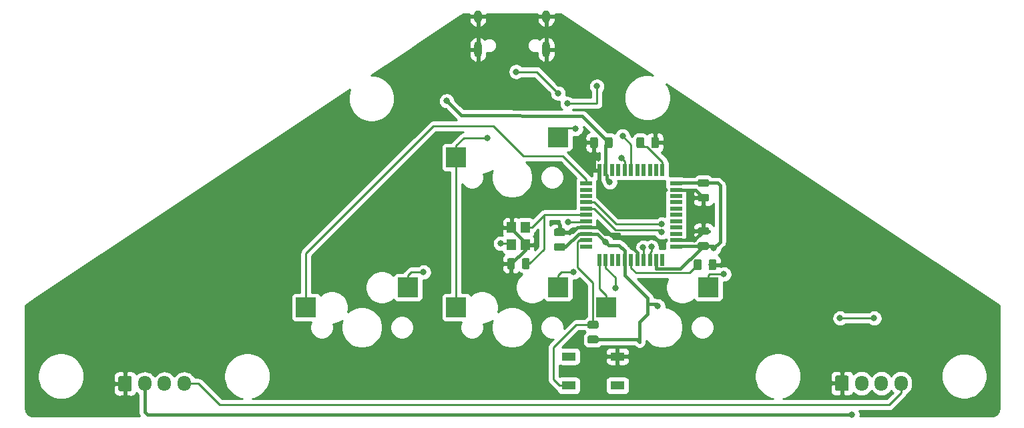
<source format=gbl>
G04 #@! TF.GenerationSoftware,KiCad,Pcbnew,(5.1.5)-3*
G04 #@! TF.CreationDate,2020-03-25T17:20:55+01:00*
G04 #@! TF.ProjectId,4Keys,344b6579-732e-46b6-9963-61645f706362,rev?*
G04 #@! TF.SameCoordinates,Original*
G04 #@! TF.FileFunction,Copper,L2,Bot*
G04 #@! TF.FilePolarity,Positive*
%FSLAX46Y46*%
G04 Gerber Fmt 4.6, Leading zero omitted, Abs format (unit mm)*
G04 Created by KiCad (PCBNEW (5.1.5)-3) date 2020-03-25 17:20:55*
%MOMM*%
%LPD*%
G04 APERTURE LIST*
%ADD10O,1.700000X1.950000*%
%ADD11C,0.100000*%
%ADD12R,2.550000X2.500000*%
%ADD13R,1.200000X1.400000*%
%ADD14O,1.000000X2.100000*%
%ADD15O,1.000000X1.600000*%
%ADD16R,1.500000X0.550000*%
%ADD17R,0.550000X1.500000*%
%ADD18R,1.800000X1.100000*%
%ADD19C,0.800000*%
%ADD20C,0.381000*%
%ADD21C,0.254000*%
G04 APERTURE END LIST*
D10*
X235084000Y-74560000D03*
X232584000Y-74560000D03*
X230084000Y-74560000D03*
G04 #@! TA.AperFunction,ComponentPad*
D11*
G36*
X228208504Y-73586204D02*
G01*
X228232773Y-73589804D01*
X228256571Y-73595765D01*
X228279671Y-73604030D01*
X228301849Y-73614520D01*
X228322893Y-73627133D01*
X228342598Y-73641747D01*
X228360777Y-73658223D01*
X228377253Y-73676402D01*
X228391867Y-73696107D01*
X228404480Y-73717151D01*
X228414970Y-73739329D01*
X228423235Y-73762429D01*
X228429196Y-73786227D01*
X228432796Y-73810496D01*
X228434000Y-73835000D01*
X228434000Y-75285000D01*
X228432796Y-75309504D01*
X228429196Y-75333773D01*
X228423235Y-75357571D01*
X228414970Y-75380671D01*
X228404480Y-75402849D01*
X228391867Y-75423893D01*
X228377253Y-75443598D01*
X228360777Y-75461777D01*
X228342598Y-75478253D01*
X228322893Y-75492867D01*
X228301849Y-75505480D01*
X228279671Y-75515970D01*
X228256571Y-75524235D01*
X228232773Y-75530196D01*
X228208504Y-75533796D01*
X228184000Y-75535000D01*
X226984000Y-75535000D01*
X226959496Y-75533796D01*
X226935227Y-75530196D01*
X226911429Y-75524235D01*
X226888329Y-75515970D01*
X226866151Y-75505480D01*
X226845107Y-75492867D01*
X226825402Y-75478253D01*
X226807223Y-75461777D01*
X226790747Y-75443598D01*
X226776133Y-75423893D01*
X226763520Y-75402849D01*
X226753030Y-75380671D01*
X226744765Y-75357571D01*
X226738804Y-75333773D01*
X226735204Y-75309504D01*
X226734000Y-75285000D01*
X226734000Y-73835000D01*
X226735204Y-73810496D01*
X226738804Y-73786227D01*
X226744765Y-73762429D01*
X226753030Y-73739329D01*
X226763520Y-73717151D01*
X226776133Y-73696107D01*
X226790747Y-73676402D01*
X226807223Y-73658223D01*
X226825402Y-73641747D01*
X226845107Y-73627133D01*
X226866151Y-73614520D01*
X226888329Y-73604030D01*
X226911429Y-73595765D01*
X226935227Y-73589804D01*
X226959496Y-73586204D01*
X226984000Y-73585000D01*
X228184000Y-73585000D01*
X228208504Y-73586204D01*
G37*
G04 #@! TD.AperFunction*
D12*
X191579500Y-43338750D03*
X178652500Y-45878750D03*
X210629500Y-62388750D03*
X197702500Y-64928750D03*
X172529500Y-62388750D03*
X159602500Y-64928750D03*
X191579500Y-62388750D03*
X178652500Y-64928750D03*
D13*
X185681250Y-54768750D03*
X185681250Y-56968750D03*
X187381250Y-56968750D03*
X187381250Y-54768750D03*
D14*
X190057500Y-32180000D03*
X181417500Y-32180000D03*
D15*
X190057500Y-28000000D03*
X181417500Y-28000000D03*
D16*
X206518750Y-57181250D03*
X206518750Y-56381250D03*
X206518750Y-55581250D03*
X206518750Y-54781250D03*
X206518750Y-53981250D03*
X206518750Y-53181250D03*
X206518750Y-52381250D03*
X206518750Y-51581250D03*
X206518750Y-50781250D03*
X206518750Y-49981250D03*
X206518750Y-49181250D03*
D17*
X204818750Y-47481250D03*
X204018750Y-47481250D03*
X203218750Y-47481250D03*
X202418750Y-47481250D03*
X201618750Y-47481250D03*
X200818750Y-47481250D03*
X200018750Y-47481250D03*
X199218750Y-47481250D03*
X198418750Y-47481250D03*
X197618750Y-47481250D03*
X196818750Y-47481250D03*
D16*
X195118750Y-49181250D03*
X195118750Y-49981250D03*
X195118750Y-50781250D03*
X195118750Y-51581250D03*
X195118750Y-52381250D03*
X195118750Y-53181250D03*
X195118750Y-53981250D03*
X195118750Y-54781250D03*
X195118750Y-55581250D03*
X195118750Y-56381250D03*
X195118750Y-57181250D03*
D17*
X196818750Y-58881250D03*
X197618750Y-58881250D03*
X198418750Y-58881250D03*
X199218750Y-58881250D03*
X200018750Y-58881250D03*
X200818750Y-58881250D03*
X201618750Y-58881250D03*
X202418750Y-58881250D03*
X203218750Y-58881250D03*
X204018750Y-58881250D03*
X204818750Y-58881250D03*
D18*
X192900000Y-71150000D03*
X199100000Y-74850000D03*
X192900000Y-74850000D03*
X199100000Y-71150000D03*
G04 #@! TA.AperFunction,SMDPad,CuDef*
D11*
G36*
X202267642Y-43301174D02*
G01*
X202291303Y-43304684D01*
X202314507Y-43310496D01*
X202337029Y-43318554D01*
X202358653Y-43328782D01*
X202379170Y-43341079D01*
X202398383Y-43355329D01*
X202416107Y-43371393D01*
X202432171Y-43389117D01*
X202446421Y-43408330D01*
X202458718Y-43428847D01*
X202468946Y-43450471D01*
X202477004Y-43472993D01*
X202482816Y-43496197D01*
X202486326Y-43519858D01*
X202487500Y-43543750D01*
X202487500Y-44456250D01*
X202486326Y-44480142D01*
X202482816Y-44503803D01*
X202477004Y-44527007D01*
X202468946Y-44549529D01*
X202458718Y-44571153D01*
X202446421Y-44591670D01*
X202432171Y-44610883D01*
X202416107Y-44628607D01*
X202398383Y-44644671D01*
X202379170Y-44658921D01*
X202358653Y-44671218D01*
X202337029Y-44681446D01*
X202314507Y-44689504D01*
X202291303Y-44695316D01*
X202267642Y-44698826D01*
X202243750Y-44700000D01*
X201756250Y-44700000D01*
X201732358Y-44698826D01*
X201708697Y-44695316D01*
X201685493Y-44689504D01*
X201662971Y-44681446D01*
X201641347Y-44671218D01*
X201620830Y-44658921D01*
X201601617Y-44644671D01*
X201583893Y-44628607D01*
X201567829Y-44610883D01*
X201553579Y-44591670D01*
X201541282Y-44571153D01*
X201531054Y-44549529D01*
X201522996Y-44527007D01*
X201517184Y-44503803D01*
X201513674Y-44480142D01*
X201512500Y-44456250D01*
X201512500Y-43543750D01*
X201513674Y-43519858D01*
X201517184Y-43496197D01*
X201522996Y-43472993D01*
X201531054Y-43450471D01*
X201541282Y-43428847D01*
X201553579Y-43408330D01*
X201567829Y-43389117D01*
X201583893Y-43371393D01*
X201601617Y-43355329D01*
X201620830Y-43341079D01*
X201641347Y-43328782D01*
X201662971Y-43318554D01*
X201685493Y-43310496D01*
X201708697Y-43304684D01*
X201732358Y-43301174D01*
X201756250Y-43300000D01*
X202243750Y-43300000D01*
X202267642Y-43301174D01*
G37*
G04 #@! TD.AperFunction*
G04 #@! TA.AperFunction,SMDPad,CuDef*
G36*
X204142642Y-43301174D02*
G01*
X204166303Y-43304684D01*
X204189507Y-43310496D01*
X204212029Y-43318554D01*
X204233653Y-43328782D01*
X204254170Y-43341079D01*
X204273383Y-43355329D01*
X204291107Y-43371393D01*
X204307171Y-43389117D01*
X204321421Y-43408330D01*
X204333718Y-43428847D01*
X204343946Y-43450471D01*
X204352004Y-43472993D01*
X204357816Y-43496197D01*
X204361326Y-43519858D01*
X204362500Y-43543750D01*
X204362500Y-44456250D01*
X204361326Y-44480142D01*
X204357816Y-44503803D01*
X204352004Y-44527007D01*
X204343946Y-44549529D01*
X204333718Y-44571153D01*
X204321421Y-44591670D01*
X204307171Y-44610883D01*
X204291107Y-44628607D01*
X204273383Y-44644671D01*
X204254170Y-44658921D01*
X204233653Y-44671218D01*
X204212029Y-44681446D01*
X204189507Y-44689504D01*
X204166303Y-44695316D01*
X204142642Y-44698826D01*
X204118750Y-44700000D01*
X203631250Y-44700000D01*
X203607358Y-44698826D01*
X203583697Y-44695316D01*
X203560493Y-44689504D01*
X203537971Y-44681446D01*
X203516347Y-44671218D01*
X203495830Y-44658921D01*
X203476617Y-44644671D01*
X203458893Y-44628607D01*
X203442829Y-44610883D01*
X203428579Y-44591670D01*
X203416282Y-44571153D01*
X203406054Y-44549529D01*
X203397996Y-44527007D01*
X203392184Y-44503803D01*
X203388674Y-44480142D01*
X203387500Y-44456250D01*
X203387500Y-43543750D01*
X203388674Y-43519858D01*
X203392184Y-43496197D01*
X203397996Y-43472993D01*
X203406054Y-43450471D01*
X203416282Y-43428847D01*
X203428579Y-43408330D01*
X203442829Y-43389117D01*
X203458893Y-43371393D01*
X203476617Y-43355329D01*
X203495830Y-43341079D01*
X203516347Y-43328782D01*
X203537971Y-43318554D01*
X203560493Y-43310496D01*
X203583697Y-43304684D01*
X203607358Y-43301174D01*
X203631250Y-43300000D01*
X204118750Y-43300000D01*
X204142642Y-43301174D01*
G37*
G04 #@! TD.AperFunction*
G04 #@! TA.AperFunction,SMDPad,CuDef*
G36*
X196480142Y-66638674D02*
G01*
X196503803Y-66642184D01*
X196527007Y-66647996D01*
X196549529Y-66656054D01*
X196571153Y-66666282D01*
X196591670Y-66678579D01*
X196610883Y-66692829D01*
X196628607Y-66708893D01*
X196644671Y-66726617D01*
X196658921Y-66745830D01*
X196671218Y-66766347D01*
X196681446Y-66787971D01*
X196689504Y-66810493D01*
X196695316Y-66833697D01*
X196698826Y-66857358D01*
X196700000Y-66881250D01*
X196700000Y-67368750D01*
X196698826Y-67392642D01*
X196695316Y-67416303D01*
X196689504Y-67439507D01*
X196681446Y-67462029D01*
X196671218Y-67483653D01*
X196658921Y-67504170D01*
X196644671Y-67523383D01*
X196628607Y-67541107D01*
X196610883Y-67557171D01*
X196591670Y-67571421D01*
X196571153Y-67583718D01*
X196549529Y-67593946D01*
X196527007Y-67602004D01*
X196503803Y-67607816D01*
X196480142Y-67611326D01*
X196456250Y-67612500D01*
X195543750Y-67612500D01*
X195519858Y-67611326D01*
X195496197Y-67607816D01*
X195472993Y-67602004D01*
X195450471Y-67593946D01*
X195428847Y-67583718D01*
X195408330Y-67571421D01*
X195389117Y-67557171D01*
X195371393Y-67541107D01*
X195355329Y-67523383D01*
X195341079Y-67504170D01*
X195328782Y-67483653D01*
X195318554Y-67462029D01*
X195310496Y-67439507D01*
X195304684Y-67416303D01*
X195301174Y-67392642D01*
X195300000Y-67368750D01*
X195300000Y-66881250D01*
X195301174Y-66857358D01*
X195304684Y-66833697D01*
X195310496Y-66810493D01*
X195318554Y-66787971D01*
X195328782Y-66766347D01*
X195341079Y-66745830D01*
X195355329Y-66726617D01*
X195371393Y-66708893D01*
X195389117Y-66692829D01*
X195408330Y-66678579D01*
X195428847Y-66666282D01*
X195450471Y-66656054D01*
X195472993Y-66647996D01*
X195496197Y-66642184D01*
X195519858Y-66638674D01*
X195543750Y-66637500D01*
X196456250Y-66637500D01*
X196480142Y-66638674D01*
G37*
G04 #@! TD.AperFunction*
G04 #@! TA.AperFunction,SMDPad,CuDef*
G36*
X196480142Y-68513674D02*
G01*
X196503803Y-68517184D01*
X196527007Y-68522996D01*
X196549529Y-68531054D01*
X196571153Y-68541282D01*
X196591670Y-68553579D01*
X196610883Y-68567829D01*
X196628607Y-68583893D01*
X196644671Y-68601617D01*
X196658921Y-68620830D01*
X196671218Y-68641347D01*
X196681446Y-68662971D01*
X196689504Y-68685493D01*
X196695316Y-68708697D01*
X196698826Y-68732358D01*
X196700000Y-68756250D01*
X196700000Y-69243750D01*
X196698826Y-69267642D01*
X196695316Y-69291303D01*
X196689504Y-69314507D01*
X196681446Y-69337029D01*
X196671218Y-69358653D01*
X196658921Y-69379170D01*
X196644671Y-69398383D01*
X196628607Y-69416107D01*
X196610883Y-69432171D01*
X196591670Y-69446421D01*
X196571153Y-69458718D01*
X196549529Y-69468946D01*
X196527007Y-69477004D01*
X196503803Y-69482816D01*
X196480142Y-69486326D01*
X196456250Y-69487500D01*
X195543750Y-69487500D01*
X195519858Y-69486326D01*
X195496197Y-69482816D01*
X195472993Y-69477004D01*
X195450471Y-69468946D01*
X195428847Y-69458718D01*
X195408330Y-69446421D01*
X195389117Y-69432171D01*
X195371393Y-69416107D01*
X195355329Y-69398383D01*
X195341079Y-69379170D01*
X195328782Y-69358653D01*
X195318554Y-69337029D01*
X195310496Y-69314507D01*
X195304684Y-69291303D01*
X195301174Y-69267642D01*
X195300000Y-69243750D01*
X195300000Y-68756250D01*
X195301174Y-68732358D01*
X195304684Y-68708697D01*
X195310496Y-68685493D01*
X195318554Y-68662971D01*
X195328782Y-68641347D01*
X195341079Y-68620830D01*
X195355329Y-68601617D01*
X195371393Y-68583893D01*
X195389117Y-68567829D01*
X195408330Y-68553579D01*
X195428847Y-68541282D01*
X195450471Y-68531054D01*
X195472993Y-68522996D01*
X195496197Y-68517184D01*
X195519858Y-68513674D01*
X195543750Y-68512500D01*
X196456250Y-68512500D01*
X196480142Y-68513674D01*
G37*
G04 #@! TD.AperFunction*
D10*
X144152000Y-74612500D03*
X141652000Y-74612500D03*
X139152000Y-74612500D03*
G04 #@! TA.AperFunction,ComponentPad*
D11*
G36*
X137276504Y-73638704D02*
G01*
X137300773Y-73642304D01*
X137324571Y-73648265D01*
X137347671Y-73656530D01*
X137369849Y-73667020D01*
X137390893Y-73679633D01*
X137410598Y-73694247D01*
X137428777Y-73710723D01*
X137445253Y-73728902D01*
X137459867Y-73748607D01*
X137472480Y-73769651D01*
X137482970Y-73791829D01*
X137491235Y-73814929D01*
X137497196Y-73838727D01*
X137500796Y-73862996D01*
X137502000Y-73887500D01*
X137502000Y-75337500D01*
X137500796Y-75362004D01*
X137497196Y-75386273D01*
X137491235Y-75410071D01*
X137482970Y-75433171D01*
X137472480Y-75455349D01*
X137459867Y-75476393D01*
X137445253Y-75496098D01*
X137428777Y-75514277D01*
X137410598Y-75530753D01*
X137390893Y-75545367D01*
X137369849Y-75557980D01*
X137347671Y-75568470D01*
X137324571Y-75576735D01*
X137300773Y-75582696D01*
X137276504Y-75586296D01*
X137252000Y-75587500D01*
X136052000Y-75587500D01*
X136027496Y-75586296D01*
X136003227Y-75582696D01*
X135979429Y-75576735D01*
X135956329Y-75568470D01*
X135934151Y-75557980D01*
X135913107Y-75545367D01*
X135893402Y-75530753D01*
X135875223Y-75514277D01*
X135858747Y-75496098D01*
X135844133Y-75476393D01*
X135831520Y-75455349D01*
X135821030Y-75433171D01*
X135812765Y-75410071D01*
X135806804Y-75386273D01*
X135803204Y-75362004D01*
X135802000Y-75337500D01*
X135802000Y-73887500D01*
X135803204Y-73862996D01*
X135806804Y-73838727D01*
X135812765Y-73814929D01*
X135821030Y-73791829D01*
X135831520Y-73769651D01*
X135844133Y-73748607D01*
X135858747Y-73728902D01*
X135875223Y-73710723D01*
X135893402Y-73694247D01*
X135913107Y-73679633D01*
X135934151Y-73667020D01*
X135956329Y-73656530D01*
X135979429Y-73648265D01*
X136003227Y-73642304D01*
X136027496Y-73638704D01*
X136052000Y-73637500D01*
X137252000Y-73637500D01*
X137276504Y-73638704D01*
G37*
G04 #@! TD.AperFunction*
G04 #@! TA.AperFunction,SMDPad,CuDef*
G36*
X196392642Y-43301174D02*
G01*
X196416303Y-43304684D01*
X196439507Y-43310496D01*
X196462029Y-43318554D01*
X196483653Y-43328782D01*
X196504170Y-43341079D01*
X196523383Y-43355329D01*
X196541107Y-43371393D01*
X196557171Y-43389117D01*
X196571421Y-43408330D01*
X196583718Y-43428847D01*
X196593946Y-43450471D01*
X196602004Y-43472993D01*
X196607816Y-43496197D01*
X196611326Y-43519858D01*
X196612500Y-43543750D01*
X196612500Y-44456250D01*
X196611326Y-44480142D01*
X196607816Y-44503803D01*
X196602004Y-44527007D01*
X196593946Y-44549529D01*
X196583718Y-44571153D01*
X196571421Y-44591670D01*
X196557171Y-44610883D01*
X196541107Y-44628607D01*
X196523383Y-44644671D01*
X196504170Y-44658921D01*
X196483653Y-44671218D01*
X196462029Y-44681446D01*
X196439507Y-44689504D01*
X196416303Y-44695316D01*
X196392642Y-44698826D01*
X196368750Y-44700000D01*
X195881250Y-44700000D01*
X195857358Y-44698826D01*
X195833697Y-44695316D01*
X195810493Y-44689504D01*
X195787971Y-44681446D01*
X195766347Y-44671218D01*
X195745830Y-44658921D01*
X195726617Y-44644671D01*
X195708893Y-44628607D01*
X195692829Y-44610883D01*
X195678579Y-44591670D01*
X195666282Y-44571153D01*
X195656054Y-44549529D01*
X195647996Y-44527007D01*
X195642184Y-44503803D01*
X195638674Y-44480142D01*
X195637500Y-44456250D01*
X195637500Y-43543750D01*
X195638674Y-43519858D01*
X195642184Y-43496197D01*
X195647996Y-43472993D01*
X195656054Y-43450471D01*
X195666282Y-43428847D01*
X195678579Y-43408330D01*
X195692829Y-43389117D01*
X195708893Y-43371393D01*
X195726617Y-43355329D01*
X195745830Y-43341079D01*
X195766347Y-43328782D01*
X195787971Y-43318554D01*
X195810493Y-43310496D01*
X195833697Y-43304684D01*
X195857358Y-43301174D01*
X195881250Y-43300000D01*
X196368750Y-43300000D01*
X196392642Y-43301174D01*
G37*
G04 #@! TD.AperFunction*
G04 #@! TA.AperFunction,SMDPad,CuDef*
G36*
X198267642Y-43301174D02*
G01*
X198291303Y-43304684D01*
X198314507Y-43310496D01*
X198337029Y-43318554D01*
X198358653Y-43328782D01*
X198379170Y-43341079D01*
X198398383Y-43355329D01*
X198416107Y-43371393D01*
X198432171Y-43389117D01*
X198446421Y-43408330D01*
X198458718Y-43428847D01*
X198468946Y-43450471D01*
X198477004Y-43472993D01*
X198482816Y-43496197D01*
X198486326Y-43519858D01*
X198487500Y-43543750D01*
X198487500Y-44456250D01*
X198486326Y-44480142D01*
X198482816Y-44503803D01*
X198477004Y-44527007D01*
X198468946Y-44549529D01*
X198458718Y-44571153D01*
X198446421Y-44591670D01*
X198432171Y-44610883D01*
X198416107Y-44628607D01*
X198398383Y-44644671D01*
X198379170Y-44658921D01*
X198358653Y-44671218D01*
X198337029Y-44681446D01*
X198314507Y-44689504D01*
X198291303Y-44695316D01*
X198267642Y-44698826D01*
X198243750Y-44700000D01*
X197756250Y-44700000D01*
X197732358Y-44698826D01*
X197708697Y-44695316D01*
X197685493Y-44689504D01*
X197662971Y-44681446D01*
X197641347Y-44671218D01*
X197620830Y-44658921D01*
X197601617Y-44644671D01*
X197583893Y-44628607D01*
X197567829Y-44610883D01*
X197553579Y-44591670D01*
X197541282Y-44571153D01*
X197531054Y-44549529D01*
X197522996Y-44527007D01*
X197517184Y-44503803D01*
X197513674Y-44480142D01*
X197512500Y-44456250D01*
X197512500Y-43543750D01*
X197513674Y-43519858D01*
X197517184Y-43496197D01*
X197522996Y-43472993D01*
X197531054Y-43450471D01*
X197541282Y-43428847D01*
X197553579Y-43408330D01*
X197567829Y-43389117D01*
X197583893Y-43371393D01*
X197601617Y-43355329D01*
X197620830Y-43341079D01*
X197641347Y-43328782D01*
X197662971Y-43318554D01*
X197685493Y-43310496D01*
X197708697Y-43304684D01*
X197732358Y-43301174D01*
X197756250Y-43300000D01*
X198243750Y-43300000D01*
X198267642Y-43301174D01*
G37*
G04 #@! TD.AperFunction*
G04 #@! TA.AperFunction,SMDPad,CuDef*
G36*
X192250142Y-54885674D02*
G01*
X192273803Y-54889184D01*
X192297007Y-54894996D01*
X192319529Y-54903054D01*
X192341153Y-54913282D01*
X192361670Y-54925579D01*
X192380883Y-54939829D01*
X192398607Y-54955893D01*
X192414671Y-54973617D01*
X192428921Y-54992830D01*
X192441218Y-55013347D01*
X192451446Y-55034971D01*
X192459504Y-55057493D01*
X192465316Y-55080697D01*
X192468826Y-55104358D01*
X192470000Y-55128250D01*
X192470000Y-55615750D01*
X192468826Y-55639642D01*
X192465316Y-55663303D01*
X192459504Y-55686507D01*
X192451446Y-55709029D01*
X192441218Y-55730653D01*
X192428921Y-55751170D01*
X192414671Y-55770383D01*
X192398607Y-55788107D01*
X192380883Y-55804171D01*
X192361670Y-55818421D01*
X192341153Y-55830718D01*
X192319529Y-55840946D01*
X192297007Y-55849004D01*
X192273803Y-55854816D01*
X192250142Y-55858326D01*
X192226250Y-55859500D01*
X191313750Y-55859500D01*
X191289858Y-55858326D01*
X191266197Y-55854816D01*
X191242993Y-55849004D01*
X191220471Y-55840946D01*
X191198847Y-55830718D01*
X191178330Y-55818421D01*
X191159117Y-55804171D01*
X191141393Y-55788107D01*
X191125329Y-55770383D01*
X191111079Y-55751170D01*
X191098782Y-55730653D01*
X191088554Y-55709029D01*
X191080496Y-55686507D01*
X191074684Y-55663303D01*
X191071174Y-55639642D01*
X191070000Y-55615750D01*
X191070000Y-55128250D01*
X191071174Y-55104358D01*
X191074684Y-55080697D01*
X191080496Y-55057493D01*
X191088554Y-55034971D01*
X191098782Y-55013347D01*
X191111079Y-54992830D01*
X191125329Y-54973617D01*
X191141393Y-54955893D01*
X191159117Y-54939829D01*
X191178330Y-54925579D01*
X191198847Y-54913282D01*
X191220471Y-54903054D01*
X191242993Y-54894996D01*
X191266197Y-54889184D01*
X191289858Y-54885674D01*
X191313750Y-54884500D01*
X192226250Y-54884500D01*
X192250142Y-54885674D01*
G37*
G04 #@! TD.AperFunction*
G04 #@! TA.AperFunction,SMDPad,CuDef*
G36*
X192250142Y-56760674D02*
G01*
X192273803Y-56764184D01*
X192297007Y-56769996D01*
X192319529Y-56778054D01*
X192341153Y-56788282D01*
X192361670Y-56800579D01*
X192380883Y-56814829D01*
X192398607Y-56830893D01*
X192414671Y-56848617D01*
X192428921Y-56867830D01*
X192441218Y-56888347D01*
X192451446Y-56909971D01*
X192459504Y-56932493D01*
X192465316Y-56955697D01*
X192468826Y-56979358D01*
X192470000Y-57003250D01*
X192470000Y-57490750D01*
X192468826Y-57514642D01*
X192465316Y-57538303D01*
X192459504Y-57561507D01*
X192451446Y-57584029D01*
X192441218Y-57605653D01*
X192428921Y-57626170D01*
X192414671Y-57645383D01*
X192398607Y-57663107D01*
X192380883Y-57679171D01*
X192361670Y-57693421D01*
X192341153Y-57705718D01*
X192319529Y-57715946D01*
X192297007Y-57724004D01*
X192273803Y-57729816D01*
X192250142Y-57733326D01*
X192226250Y-57734500D01*
X191313750Y-57734500D01*
X191289858Y-57733326D01*
X191266197Y-57729816D01*
X191242993Y-57724004D01*
X191220471Y-57715946D01*
X191198847Y-57705718D01*
X191178330Y-57693421D01*
X191159117Y-57679171D01*
X191141393Y-57663107D01*
X191125329Y-57645383D01*
X191111079Y-57626170D01*
X191098782Y-57605653D01*
X191088554Y-57584029D01*
X191080496Y-57561507D01*
X191074684Y-57538303D01*
X191071174Y-57514642D01*
X191070000Y-57490750D01*
X191070000Y-57003250D01*
X191071174Y-56979358D01*
X191074684Y-56955697D01*
X191080496Y-56932493D01*
X191088554Y-56909971D01*
X191098782Y-56888347D01*
X191111079Y-56867830D01*
X191125329Y-56848617D01*
X191141393Y-56830893D01*
X191159117Y-56814829D01*
X191178330Y-56800579D01*
X191198847Y-56788282D01*
X191220471Y-56778054D01*
X191242993Y-56769996D01*
X191266197Y-56764184D01*
X191289858Y-56760674D01*
X191313750Y-56759500D01*
X192226250Y-56759500D01*
X192250142Y-56760674D01*
G37*
G04 #@! TD.AperFunction*
G04 #@! TA.AperFunction,SMDPad,CuDef*
G36*
X211422642Y-58811174D02*
G01*
X211446303Y-58814684D01*
X211469507Y-58820496D01*
X211492029Y-58828554D01*
X211513653Y-58838782D01*
X211534170Y-58851079D01*
X211553383Y-58865329D01*
X211571107Y-58881393D01*
X211587171Y-58899117D01*
X211601421Y-58918330D01*
X211613718Y-58938847D01*
X211623946Y-58960471D01*
X211632004Y-58982993D01*
X211637816Y-59006197D01*
X211641326Y-59029858D01*
X211642500Y-59053750D01*
X211642500Y-59966250D01*
X211641326Y-59990142D01*
X211637816Y-60013803D01*
X211632004Y-60037007D01*
X211623946Y-60059529D01*
X211613718Y-60081153D01*
X211601421Y-60101670D01*
X211587171Y-60120883D01*
X211571107Y-60138607D01*
X211553383Y-60154671D01*
X211534170Y-60168921D01*
X211513653Y-60181218D01*
X211492029Y-60191446D01*
X211469507Y-60199504D01*
X211446303Y-60205316D01*
X211422642Y-60208826D01*
X211398750Y-60210000D01*
X210911250Y-60210000D01*
X210887358Y-60208826D01*
X210863697Y-60205316D01*
X210840493Y-60199504D01*
X210817971Y-60191446D01*
X210796347Y-60181218D01*
X210775830Y-60168921D01*
X210756617Y-60154671D01*
X210738893Y-60138607D01*
X210722829Y-60120883D01*
X210708579Y-60101670D01*
X210696282Y-60081153D01*
X210686054Y-60059529D01*
X210677996Y-60037007D01*
X210672184Y-60013803D01*
X210668674Y-59990142D01*
X210667500Y-59966250D01*
X210667500Y-59053750D01*
X210668674Y-59029858D01*
X210672184Y-59006197D01*
X210677996Y-58982993D01*
X210686054Y-58960471D01*
X210696282Y-58938847D01*
X210708579Y-58918330D01*
X210722829Y-58899117D01*
X210738893Y-58881393D01*
X210756617Y-58865329D01*
X210775830Y-58851079D01*
X210796347Y-58838782D01*
X210817971Y-58828554D01*
X210840493Y-58820496D01*
X210863697Y-58814684D01*
X210887358Y-58811174D01*
X210911250Y-58810000D01*
X211398750Y-58810000D01*
X211422642Y-58811174D01*
G37*
G04 #@! TD.AperFunction*
G04 #@! TA.AperFunction,SMDPad,CuDef*
G36*
X209547642Y-58811174D02*
G01*
X209571303Y-58814684D01*
X209594507Y-58820496D01*
X209617029Y-58828554D01*
X209638653Y-58838782D01*
X209659170Y-58851079D01*
X209678383Y-58865329D01*
X209696107Y-58881393D01*
X209712171Y-58899117D01*
X209726421Y-58918330D01*
X209738718Y-58938847D01*
X209748946Y-58960471D01*
X209757004Y-58982993D01*
X209762816Y-59006197D01*
X209766326Y-59029858D01*
X209767500Y-59053750D01*
X209767500Y-59966250D01*
X209766326Y-59990142D01*
X209762816Y-60013803D01*
X209757004Y-60037007D01*
X209748946Y-60059529D01*
X209738718Y-60081153D01*
X209726421Y-60101670D01*
X209712171Y-60120883D01*
X209696107Y-60138607D01*
X209678383Y-60154671D01*
X209659170Y-60168921D01*
X209638653Y-60181218D01*
X209617029Y-60191446D01*
X209594507Y-60199504D01*
X209571303Y-60205316D01*
X209547642Y-60208826D01*
X209523750Y-60210000D01*
X209036250Y-60210000D01*
X209012358Y-60208826D01*
X208988697Y-60205316D01*
X208965493Y-60199504D01*
X208942971Y-60191446D01*
X208921347Y-60181218D01*
X208900830Y-60168921D01*
X208881617Y-60154671D01*
X208863893Y-60138607D01*
X208847829Y-60120883D01*
X208833579Y-60101670D01*
X208821282Y-60081153D01*
X208811054Y-60059529D01*
X208802996Y-60037007D01*
X208797184Y-60013803D01*
X208793674Y-59990142D01*
X208792500Y-59966250D01*
X208792500Y-59053750D01*
X208793674Y-59029858D01*
X208797184Y-59006197D01*
X208802996Y-58982993D01*
X208811054Y-58960471D01*
X208821282Y-58938847D01*
X208833579Y-58918330D01*
X208847829Y-58899117D01*
X208863893Y-58881393D01*
X208881617Y-58865329D01*
X208900830Y-58851079D01*
X208921347Y-58838782D01*
X208942971Y-58828554D01*
X208965493Y-58820496D01*
X208988697Y-58814684D01*
X209012358Y-58811174D01*
X209036250Y-58810000D01*
X209523750Y-58810000D01*
X209547642Y-58811174D01*
G37*
G04 #@! TD.AperFunction*
G04 #@! TA.AperFunction,SMDPad,CuDef*
G36*
X210480142Y-50513674D02*
G01*
X210503803Y-50517184D01*
X210527007Y-50522996D01*
X210549529Y-50531054D01*
X210571153Y-50541282D01*
X210591670Y-50553579D01*
X210610883Y-50567829D01*
X210628607Y-50583893D01*
X210644671Y-50601617D01*
X210658921Y-50620830D01*
X210671218Y-50641347D01*
X210681446Y-50662971D01*
X210689504Y-50685493D01*
X210695316Y-50708697D01*
X210698826Y-50732358D01*
X210700000Y-50756250D01*
X210700000Y-51243750D01*
X210698826Y-51267642D01*
X210695316Y-51291303D01*
X210689504Y-51314507D01*
X210681446Y-51337029D01*
X210671218Y-51358653D01*
X210658921Y-51379170D01*
X210644671Y-51398383D01*
X210628607Y-51416107D01*
X210610883Y-51432171D01*
X210591670Y-51446421D01*
X210571153Y-51458718D01*
X210549529Y-51468946D01*
X210527007Y-51477004D01*
X210503803Y-51482816D01*
X210480142Y-51486326D01*
X210456250Y-51487500D01*
X209543750Y-51487500D01*
X209519858Y-51486326D01*
X209496197Y-51482816D01*
X209472993Y-51477004D01*
X209450471Y-51468946D01*
X209428847Y-51458718D01*
X209408330Y-51446421D01*
X209389117Y-51432171D01*
X209371393Y-51416107D01*
X209355329Y-51398383D01*
X209341079Y-51379170D01*
X209328782Y-51358653D01*
X209318554Y-51337029D01*
X209310496Y-51314507D01*
X209304684Y-51291303D01*
X209301174Y-51267642D01*
X209300000Y-51243750D01*
X209300000Y-50756250D01*
X209301174Y-50732358D01*
X209304684Y-50708697D01*
X209310496Y-50685493D01*
X209318554Y-50662971D01*
X209328782Y-50641347D01*
X209341079Y-50620830D01*
X209355329Y-50601617D01*
X209371393Y-50583893D01*
X209389117Y-50567829D01*
X209408330Y-50553579D01*
X209428847Y-50541282D01*
X209450471Y-50531054D01*
X209472993Y-50522996D01*
X209496197Y-50517184D01*
X209519858Y-50513674D01*
X209543750Y-50512500D01*
X210456250Y-50512500D01*
X210480142Y-50513674D01*
G37*
G04 #@! TD.AperFunction*
G04 #@! TA.AperFunction,SMDPad,CuDef*
G36*
X210480142Y-48638674D02*
G01*
X210503803Y-48642184D01*
X210527007Y-48647996D01*
X210549529Y-48656054D01*
X210571153Y-48666282D01*
X210591670Y-48678579D01*
X210610883Y-48692829D01*
X210628607Y-48708893D01*
X210644671Y-48726617D01*
X210658921Y-48745830D01*
X210671218Y-48766347D01*
X210681446Y-48787971D01*
X210689504Y-48810493D01*
X210695316Y-48833697D01*
X210698826Y-48857358D01*
X210700000Y-48881250D01*
X210700000Y-49368750D01*
X210698826Y-49392642D01*
X210695316Y-49416303D01*
X210689504Y-49439507D01*
X210681446Y-49462029D01*
X210671218Y-49483653D01*
X210658921Y-49504170D01*
X210644671Y-49523383D01*
X210628607Y-49541107D01*
X210610883Y-49557171D01*
X210591670Y-49571421D01*
X210571153Y-49583718D01*
X210549529Y-49593946D01*
X210527007Y-49602004D01*
X210503803Y-49607816D01*
X210480142Y-49611326D01*
X210456250Y-49612500D01*
X209543750Y-49612500D01*
X209519858Y-49611326D01*
X209496197Y-49607816D01*
X209472993Y-49602004D01*
X209450471Y-49593946D01*
X209428847Y-49583718D01*
X209408330Y-49571421D01*
X209389117Y-49557171D01*
X209371393Y-49541107D01*
X209355329Y-49523383D01*
X209341079Y-49504170D01*
X209328782Y-49483653D01*
X209318554Y-49462029D01*
X209310496Y-49439507D01*
X209304684Y-49416303D01*
X209301174Y-49392642D01*
X209300000Y-49368750D01*
X209300000Y-48881250D01*
X209301174Y-48857358D01*
X209304684Y-48833697D01*
X209310496Y-48810493D01*
X209318554Y-48787971D01*
X209328782Y-48766347D01*
X209341079Y-48745830D01*
X209355329Y-48726617D01*
X209371393Y-48708893D01*
X209389117Y-48692829D01*
X209408330Y-48678579D01*
X209428847Y-48666282D01*
X209450471Y-48656054D01*
X209472993Y-48647996D01*
X209496197Y-48642184D01*
X209519858Y-48638674D01*
X209543750Y-48637500D01*
X210456250Y-48637500D01*
X210480142Y-48638674D01*
G37*
G04 #@! TD.AperFunction*
G04 #@! TA.AperFunction,SMDPad,CuDef*
G36*
X210480142Y-54758674D02*
G01*
X210503803Y-54762184D01*
X210527007Y-54767996D01*
X210549529Y-54776054D01*
X210571153Y-54786282D01*
X210591670Y-54798579D01*
X210610883Y-54812829D01*
X210628607Y-54828893D01*
X210644671Y-54846617D01*
X210658921Y-54865830D01*
X210671218Y-54886347D01*
X210681446Y-54907971D01*
X210689504Y-54930493D01*
X210695316Y-54953697D01*
X210698826Y-54977358D01*
X210700000Y-55001250D01*
X210700000Y-55488750D01*
X210698826Y-55512642D01*
X210695316Y-55536303D01*
X210689504Y-55559507D01*
X210681446Y-55582029D01*
X210671218Y-55603653D01*
X210658921Y-55624170D01*
X210644671Y-55643383D01*
X210628607Y-55661107D01*
X210610883Y-55677171D01*
X210591670Y-55691421D01*
X210571153Y-55703718D01*
X210549529Y-55713946D01*
X210527007Y-55722004D01*
X210503803Y-55727816D01*
X210480142Y-55731326D01*
X210456250Y-55732500D01*
X209543750Y-55732500D01*
X209519858Y-55731326D01*
X209496197Y-55727816D01*
X209472993Y-55722004D01*
X209450471Y-55713946D01*
X209428847Y-55703718D01*
X209408330Y-55691421D01*
X209389117Y-55677171D01*
X209371393Y-55661107D01*
X209355329Y-55643383D01*
X209341079Y-55624170D01*
X209328782Y-55603653D01*
X209318554Y-55582029D01*
X209310496Y-55559507D01*
X209304684Y-55536303D01*
X209301174Y-55512642D01*
X209300000Y-55488750D01*
X209300000Y-55001250D01*
X209301174Y-54977358D01*
X209304684Y-54953697D01*
X209310496Y-54930493D01*
X209318554Y-54907971D01*
X209328782Y-54886347D01*
X209341079Y-54865830D01*
X209355329Y-54846617D01*
X209371393Y-54828893D01*
X209389117Y-54812829D01*
X209408330Y-54798579D01*
X209428847Y-54786282D01*
X209450471Y-54776054D01*
X209472993Y-54767996D01*
X209496197Y-54762184D01*
X209519858Y-54758674D01*
X209543750Y-54757500D01*
X210456250Y-54757500D01*
X210480142Y-54758674D01*
G37*
G04 #@! TD.AperFunction*
G04 #@! TA.AperFunction,SMDPad,CuDef*
G36*
X210480142Y-56633674D02*
G01*
X210503803Y-56637184D01*
X210527007Y-56642996D01*
X210549529Y-56651054D01*
X210571153Y-56661282D01*
X210591670Y-56673579D01*
X210610883Y-56687829D01*
X210628607Y-56703893D01*
X210644671Y-56721617D01*
X210658921Y-56740830D01*
X210671218Y-56761347D01*
X210681446Y-56782971D01*
X210689504Y-56805493D01*
X210695316Y-56828697D01*
X210698826Y-56852358D01*
X210700000Y-56876250D01*
X210700000Y-57363750D01*
X210698826Y-57387642D01*
X210695316Y-57411303D01*
X210689504Y-57434507D01*
X210681446Y-57457029D01*
X210671218Y-57478653D01*
X210658921Y-57499170D01*
X210644671Y-57518383D01*
X210628607Y-57536107D01*
X210610883Y-57552171D01*
X210591670Y-57566421D01*
X210571153Y-57578718D01*
X210549529Y-57588946D01*
X210527007Y-57597004D01*
X210503803Y-57602816D01*
X210480142Y-57606326D01*
X210456250Y-57607500D01*
X209543750Y-57607500D01*
X209519858Y-57606326D01*
X209496197Y-57602816D01*
X209472993Y-57597004D01*
X209450471Y-57588946D01*
X209428847Y-57578718D01*
X209408330Y-57566421D01*
X209389117Y-57552171D01*
X209371393Y-57536107D01*
X209355329Y-57518383D01*
X209341079Y-57499170D01*
X209328782Y-57478653D01*
X209318554Y-57457029D01*
X209310496Y-57434507D01*
X209304684Y-57411303D01*
X209301174Y-57387642D01*
X209300000Y-57363750D01*
X209300000Y-56876250D01*
X209301174Y-56852358D01*
X209304684Y-56828697D01*
X209310496Y-56805493D01*
X209318554Y-56782971D01*
X209328782Y-56761347D01*
X209341079Y-56740830D01*
X209355329Y-56721617D01*
X209371393Y-56703893D01*
X209389117Y-56687829D01*
X209408330Y-56673579D01*
X209428847Y-56661282D01*
X209450471Y-56651054D01*
X209472993Y-56642996D01*
X209496197Y-56637184D01*
X209519858Y-56633674D01*
X209543750Y-56632500D01*
X210456250Y-56632500D01*
X210480142Y-56633674D01*
G37*
G04 #@! TD.AperFunction*
G04 #@! TA.AperFunction,SMDPad,CuDef*
G36*
X185877642Y-58671174D02*
G01*
X185901303Y-58674684D01*
X185924507Y-58680496D01*
X185947029Y-58688554D01*
X185968653Y-58698782D01*
X185989170Y-58711079D01*
X186008383Y-58725329D01*
X186026107Y-58741393D01*
X186042171Y-58759117D01*
X186056421Y-58778330D01*
X186068718Y-58798847D01*
X186078946Y-58820471D01*
X186087004Y-58842993D01*
X186092816Y-58866197D01*
X186096326Y-58889858D01*
X186097500Y-58913750D01*
X186097500Y-59826250D01*
X186096326Y-59850142D01*
X186092816Y-59873803D01*
X186087004Y-59897007D01*
X186078946Y-59919529D01*
X186068718Y-59941153D01*
X186056421Y-59961670D01*
X186042171Y-59980883D01*
X186026107Y-59998607D01*
X186008383Y-60014671D01*
X185989170Y-60028921D01*
X185968653Y-60041218D01*
X185947029Y-60051446D01*
X185924507Y-60059504D01*
X185901303Y-60065316D01*
X185877642Y-60068826D01*
X185853750Y-60070000D01*
X185366250Y-60070000D01*
X185342358Y-60068826D01*
X185318697Y-60065316D01*
X185295493Y-60059504D01*
X185272971Y-60051446D01*
X185251347Y-60041218D01*
X185230830Y-60028921D01*
X185211617Y-60014671D01*
X185193893Y-59998607D01*
X185177829Y-59980883D01*
X185163579Y-59961670D01*
X185151282Y-59941153D01*
X185141054Y-59919529D01*
X185132996Y-59897007D01*
X185127184Y-59873803D01*
X185123674Y-59850142D01*
X185122500Y-59826250D01*
X185122500Y-58913750D01*
X185123674Y-58889858D01*
X185127184Y-58866197D01*
X185132996Y-58842993D01*
X185141054Y-58820471D01*
X185151282Y-58798847D01*
X185163579Y-58778330D01*
X185177829Y-58759117D01*
X185193893Y-58741393D01*
X185211617Y-58725329D01*
X185230830Y-58711079D01*
X185251347Y-58698782D01*
X185272971Y-58688554D01*
X185295493Y-58680496D01*
X185318697Y-58674684D01*
X185342358Y-58671174D01*
X185366250Y-58670000D01*
X185853750Y-58670000D01*
X185877642Y-58671174D01*
G37*
G04 #@! TD.AperFunction*
G04 #@! TA.AperFunction,SMDPad,CuDef*
G36*
X187752642Y-58671174D02*
G01*
X187776303Y-58674684D01*
X187799507Y-58680496D01*
X187822029Y-58688554D01*
X187843653Y-58698782D01*
X187864170Y-58711079D01*
X187883383Y-58725329D01*
X187901107Y-58741393D01*
X187917171Y-58759117D01*
X187931421Y-58778330D01*
X187943718Y-58798847D01*
X187953946Y-58820471D01*
X187962004Y-58842993D01*
X187967816Y-58866197D01*
X187971326Y-58889858D01*
X187972500Y-58913750D01*
X187972500Y-59826250D01*
X187971326Y-59850142D01*
X187967816Y-59873803D01*
X187962004Y-59897007D01*
X187953946Y-59919529D01*
X187943718Y-59941153D01*
X187931421Y-59961670D01*
X187917171Y-59980883D01*
X187901107Y-59998607D01*
X187883383Y-60014671D01*
X187864170Y-60028921D01*
X187843653Y-60041218D01*
X187822029Y-60051446D01*
X187799507Y-60059504D01*
X187776303Y-60065316D01*
X187752642Y-60068826D01*
X187728750Y-60070000D01*
X187241250Y-60070000D01*
X187217358Y-60068826D01*
X187193697Y-60065316D01*
X187170493Y-60059504D01*
X187147971Y-60051446D01*
X187126347Y-60041218D01*
X187105830Y-60028921D01*
X187086617Y-60014671D01*
X187068893Y-59998607D01*
X187052829Y-59980883D01*
X187038579Y-59961670D01*
X187026282Y-59941153D01*
X187016054Y-59919529D01*
X187007996Y-59897007D01*
X187002184Y-59873803D01*
X186998674Y-59850142D01*
X186997500Y-59826250D01*
X186997500Y-58913750D01*
X186998674Y-58889858D01*
X187002184Y-58866197D01*
X187007996Y-58842993D01*
X187016054Y-58820471D01*
X187026282Y-58798847D01*
X187038579Y-58778330D01*
X187052829Y-58759117D01*
X187068893Y-58741393D01*
X187086617Y-58725329D01*
X187105830Y-58711079D01*
X187126347Y-58698782D01*
X187147971Y-58688554D01*
X187170493Y-58680496D01*
X187193697Y-58674684D01*
X187217358Y-58671174D01*
X187241250Y-58670000D01*
X187728750Y-58670000D01*
X187752642Y-58671174D01*
G37*
G04 #@! TD.AperFunction*
D19*
X211070000Y-59480000D03*
X208880000Y-56270000D03*
X191770000Y-55372000D03*
X187381250Y-56968750D03*
X196840000Y-49260000D03*
X192800000Y-54050000D03*
X184300000Y-56800000D03*
X177450000Y-38700000D03*
X177450000Y-38700000D03*
X211328000Y-57404000D03*
X204216000Y-64770000D03*
X198120000Y-49022000D03*
X197612000Y-56642000D03*
X228854000Y-78550000D03*
X191570000Y-37720000D03*
X186260500Y-35000000D03*
X196500000Y-36850000D03*
X192750000Y-39050000D03*
X193802000Y-42227000D03*
X199644000Y-45974000D03*
X193548000Y-60452000D03*
X198882000Y-62484000D03*
X174498000Y-60452000D03*
X212598000Y-60706000D03*
X204727000Y-55372000D03*
X227330000Y-66294000D03*
X231648000Y-66294000D03*
X204727000Y-54356000D03*
X199750000Y-43150000D03*
X182626000Y-43434000D03*
X203400000Y-57250000D03*
X202350000Y-57300000D03*
D20*
X208981250Y-49981250D02*
X206518750Y-49981250D01*
X210000000Y-51000000D02*
X208981250Y-49981250D01*
D21*
X185681250Y-59298750D02*
X185610000Y-59370000D01*
D20*
X187381250Y-57598750D02*
X185610000Y-59370000D01*
X187381250Y-56968750D02*
X187381250Y-56968750D01*
X187381250Y-56665848D02*
X187381250Y-56968750D01*
X185681250Y-54965848D02*
X187381250Y-56665848D01*
X185681250Y-54768750D02*
X185681250Y-54965848D01*
X203629500Y-43754500D02*
X203875000Y-44000000D01*
X196162750Y-47481250D02*
X196818750Y-47481250D01*
X196125000Y-47443500D02*
X196162750Y-47481250D01*
X196125000Y-44000000D02*
X196125000Y-47443500D01*
X210000000Y-51000000D02*
X210000000Y-55245000D01*
X210000000Y-55245000D02*
X210700000Y-55245000D01*
X192470000Y-55372000D02*
X191770000Y-55372000D01*
X193397000Y-55372000D02*
X192470000Y-55372000D01*
X193987750Y-54781250D02*
X193397000Y-55372000D01*
X195118750Y-54781250D02*
X193987750Y-54781250D01*
X191770000Y-55372000D02*
X191770000Y-55372000D01*
X195118750Y-54781250D02*
X196678750Y-54781250D01*
X196850000Y-47512500D02*
X196818750Y-47481250D01*
X197078749Y-55181249D02*
X196678750Y-54781250D01*
X197533010Y-55635510D02*
X197078749Y-55181249D01*
X199300912Y-55635510D02*
X197533010Y-55635510D01*
X199390000Y-55880000D02*
X199300912Y-55635510D01*
X208863750Y-56381250D02*
X210000000Y-55245000D01*
X206518750Y-56381250D02*
X208863750Y-56381250D01*
X201618750Y-58881250D02*
X201618750Y-57953348D01*
X201618750Y-57953348D02*
X199390000Y-55880000D01*
X191770000Y-55372000D02*
X191770000Y-55372000D01*
X187381250Y-56968750D02*
X187381250Y-57598750D01*
X196818750Y-49238750D02*
X196840000Y-49260000D01*
X196818750Y-47481250D02*
X196818750Y-49238750D01*
D21*
X194114750Y-53181250D02*
X195118750Y-53181250D01*
X189822750Y-53181250D02*
X194114750Y-53181250D01*
X188235250Y-54768750D02*
X187381250Y-54768750D01*
X189800000Y-57542500D02*
X189800000Y-53200000D01*
X187972500Y-59370000D02*
X189800000Y-57542500D01*
X187485000Y-59370000D02*
X187972500Y-59370000D01*
X188235250Y-54768750D02*
X189800000Y-53200000D01*
X189800000Y-53200000D02*
X189822750Y-53181250D01*
X195050000Y-54050000D02*
X195118750Y-53981250D01*
X192800000Y-54050000D02*
X195050000Y-54050000D01*
X185512500Y-56800000D02*
X185681250Y-56968750D01*
X184300000Y-56800000D02*
X185512500Y-56800000D01*
D20*
X206575000Y-49125000D02*
X206518750Y-49181250D01*
X210000000Y-49125000D02*
X206575000Y-49125000D01*
X196000000Y-69000000D02*
X196700000Y-69000000D01*
X228854000Y-78550000D02*
X228854000Y-78550000D01*
X206518750Y-57181250D02*
X206568750Y-57181250D01*
X206630000Y-57120000D02*
X210000000Y-57120000D01*
X206568750Y-57181250D02*
X206630000Y-57120000D01*
X198000000Y-44000000D02*
X194650000Y-40650000D01*
X178550000Y-39800000D02*
X177450000Y-38700000D01*
X200018750Y-58881250D02*
X200018750Y-60826750D01*
X202946000Y-65781336D02*
X201930000Y-66797336D01*
X200018750Y-60826750D02*
X202946000Y-63754000D01*
X201930000Y-66797336D02*
X201930000Y-69342000D01*
X201588000Y-69000000D02*
X196000000Y-69000000D01*
X201930000Y-69342000D02*
X201588000Y-69000000D01*
X197618750Y-44381250D02*
X198000000Y-44000000D01*
X197618750Y-47481250D02*
X197618750Y-44381250D01*
X192470000Y-57247000D02*
X191770000Y-57247000D01*
X192525098Y-57247000D02*
X192470000Y-57247000D01*
X194190848Y-55581250D02*
X192525098Y-57247000D01*
X195118750Y-55581250D02*
X194190848Y-55581250D01*
X209514473Y-57605527D02*
X210000000Y-57120000D01*
X207098249Y-60021751D02*
X209514473Y-57605527D01*
X204028251Y-60021751D02*
X207098249Y-60021751D01*
X204018750Y-60012250D02*
X204028251Y-60021751D01*
X204018750Y-58881250D02*
X204018750Y-60012250D01*
X210000000Y-57120000D02*
X211044000Y-57120000D01*
X211044000Y-57120000D02*
X211328000Y-57404000D01*
X202946000Y-64516000D02*
X203962000Y-64516000D01*
X202946000Y-64516000D02*
X202946000Y-65781336D01*
X202946000Y-63754000D02*
X202946000Y-64516000D01*
X203962000Y-64516000D02*
X204216000Y-64770000D01*
X197753249Y-48147249D02*
X197753249Y-48655249D01*
X197618750Y-47481250D02*
X197618750Y-48012750D01*
X197618750Y-48012750D02*
X197753249Y-48147249D01*
X197753249Y-48655249D02*
X198120000Y-49022000D01*
X196551250Y-55581250D02*
X195118750Y-55581250D01*
X197612000Y-56642000D02*
X196551250Y-55581250D01*
X200018750Y-57750250D02*
X200018750Y-58881250D01*
X199310499Y-57041999D02*
X200018750Y-57750250D01*
X198011999Y-57041999D02*
X199310499Y-57041999D01*
X197612000Y-56642000D02*
X198011999Y-57041999D01*
X228854000Y-78550000D02*
X139485500Y-78550000D01*
X139152000Y-78216500D02*
X139152000Y-74612500D01*
X139485500Y-78550000D02*
X139152000Y-78216500D01*
X211805000Y-49125000D02*
X210000000Y-49125000D01*
X212130000Y-49450000D02*
X211805000Y-49125000D01*
X211328000Y-57404000D02*
X212130000Y-56602000D01*
X212130000Y-56602000D02*
X212130000Y-49450000D01*
X194650000Y-40650000D02*
X179300000Y-40550000D01*
X178550000Y-39800000D02*
X179300000Y-40550000D01*
D21*
X209280000Y-59510000D02*
X208240000Y-60550000D01*
X200818750Y-59885250D02*
X200818750Y-58881250D01*
X201483500Y-60550000D02*
X200818750Y-59885250D01*
X208240000Y-60550000D02*
X201483500Y-60550000D01*
X191570000Y-37720000D02*
X191550000Y-37700000D01*
X191550000Y-37700000D02*
X188850000Y-35000000D01*
X188850000Y-35000000D02*
X186260500Y-35000000D01*
X196500000Y-36850000D02*
X196500000Y-39050000D01*
X196500000Y-39050000D02*
X192750000Y-39050000D01*
X191579500Y-43338750D02*
X191611250Y-43338750D01*
X191611250Y-43338750D02*
X192786000Y-42164000D01*
X192786000Y-42164000D02*
X193802000Y-42164000D01*
X193802000Y-42164000D02*
X193802000Y-42227000D01*
X200018750Y-46348750D02*
X199644000Y-45974000D01*
X200018750Y-47481250D02*
X200018750Y-46348750D01*
X191579500Y-60884750D02*
X192012250Y-60452000D01*
X191579500Y-62388750D02*
X191579500Y-60884750D01*
X192012250Y-60452000D02*
X193548000Y-60452000D01*
X197618750Y-59885250D02*
X198882000Y-61148500D01*
X197618750Y-58881250D02*
X197618750Y-59885250D01*
X198882000Y-61148500D02*
X198882000Y-62484000D01*
X172529500Y-60884750D02*
X172962250Y-60452000D01*
X172529500Y-62388750D02*
X172529500Y-60884750D01*
X172962250Y-60452000D02*
X174498000Y-60452000D01*
X210629500Y-60884750D02*
X210808250Y-60706000D01*
X210629500Y-62388750D02*
X210629500Y-60884750D01*
X210808250Y-60706000D02*
X212598000Y-60706000D01*
X196122750Y-52381250D02*
X198859500Y-55118000D01*
X195118750Y-52381250D02*
X196122750Y-52381250D01*
X198859500Y-55118000D02*
X204724000Y-55118000D01*
X204724000Y-55118000D02*
X204724000Y-55369000D01*
X204724000Y-55369000D02*
X204727000Y-55372000D01*
X227330000Y-66294000D02*
X231648000Y-66294000D01*
X233573000Y-77300000D02*
X235084000Y-75789000D01*
X235084000Y-75789000D02*
X235084000Y-74560000D01*
X148658500Y-77300000D02*
X233573000Y-77300000D01*
X145971000Y-74612500D02*
X144152000Y-74612500D01*
X148658500Y-77300000D02*
X145971000Y-74612500D01*
X196122750Y-51581250D02*
X198897500Y-54356000D01*
X195118750Y-51581250D02*
X196122750Y-51581250D01*
X198897500Y-54356000D02*
X204724000Y-54356000D01*
X204724000Y-54356000D02*
X204727000Y-54356000D01*
X232584000Y-74560000D02*
X232802000Y-74560000D01*
X159602500Y-58075500D02*
X159602500Y-64928750D01*
X175768000Y-41910000D02*
X159602500Y-58075500D01*
X195118750Y-48652250D02*
X192186500Y-45720000D01*
X183388000Y-41910000D02*
X175768000Y-41910000D01*
X187198000Y-45720000D02*
X183388000Y-41910000D01*
X195118750Y-49181250D02*
X195118750Y-48652250D01*
X192186500Y-45720000D02*
X187198000Y-45720000D01*
X200818750Y-46477250D02*
X200818750Y-47481250D01*
X200818750Y-44218750D02*
X200818750Y-46477250D01*
X199750000Y-43150000D02*
X200818750Y-44218750D01*
X178652500Y-44374750D02*
X179593250Y-43434000D01*
X178652500Y-45878750D02*
X178652500Y-44374750D01*
X179593250Y-43434000D02*
X182626000Y-43434000D01*
X178652500Y-63424750D02*
X178652500Y-45878750D01*
X178652500Y-64928750D02*
X178652500Y-63424750D01*
X203400000Y-57815685D02*
X203250000Y-57965685D01*
X203400000Y-57250000D02*
X203400000Y-57815685D01*
X203250000Y-58850000D02*
X203218750Y-58881250D01*
X203250000Y-57965685D02*
X203250000Y-58850000D01*
X202350000Y-57300000D02*
X202350000Y-57350000D01*
X202418750Y-57418750D02*
X202418750Y-58881250D01*
X202350000Y-57350000D02*
X202418750Y-57418750D01*
X196000000Y-66637500D02*
X196000000Y-67125000D01*
X196000000Y-61828038D02*
X196000000Y-66637500D01*
X194041749Y-59869787D02*
X196000000Y-61828038D01*
X194041749Y-56644649D02*
X194041749Y-59869787D01*
X194305148Y-56381250D02*
X194041749Y-56644649D01*
X195118750Y-56381250D02*
X194305148Y-56381250D01*
X191746000Y-74850000D02*
X192900000Y-74850000D01*
X191000000Y-74104000D02*
X191746000Y-74850000D01*
X191000000Y-70000000D02*
X191000000Y-74104000D01*
X193875000Y-67125000D02*
X191000000Y-70000000D01*
X196000000Y-67125000D02*
X193875000Y-67125000D01*
X204818750Y-46477250D02*
X204818750Y-47481250D01*
X202827027Y-44485527D02*
X204818750Y-46477250D01*
X202000000Y-44000000D02*
X202485527Y-44485527D01*
X202485527Y-44485527D02*
X202827027Y-44485527D01*
X196818750Y-58881250D02*
X196818750Y-59281250D01*
X196818750Y-59885250D02*
X196818750Y-58881250D01*
X196818750Y-62541000D02*
X196818750Y-59885250D01*
X197702500Y-63424750D02*
X196818750Y-62541000D01*
X197702500Y-64928750D02*
X197702500Y-63424750D01*
G36*
X180282500Y-27873000D02*
G01*
X181290500Y-27873000D01*
X181290500Y-27853000D01*
X181544500Y-27853000D01*
X181544500Y-27873000D01*
X182552500Y-27873000D01*
X182552500Y-27647500D01*
X188922500Y-27647500D01*
X188922500Y-27873000D01*
X189930500Y-27873000D01*
X189930500Y-27853000D01*
X190184500Y-27853000D01*
X190184500Y-27873000D01*
X191192500Y-27873000D01*
X191192500Y-27647500D01*
X191887999Y-27647500D01*
X203577847Y-35425287D01*
X203190719Y-35348282D01*
X202609281Y-35348282D01*
X202039016Y-35461715D01*
X201501837Y-35684222D01*
X201018390Y-36007251D01*
X200607251Y-36418390D01*
X200284222Y-36901837D01*
X200061715Y-37439016D01*
X199948282Y-38009281D01*
X199948282Y-38590719D01*
X200061715Y-39160984D01*
X200284222Y-39698163D01*
X200607251Y-40181610D01*
X201018390Y-40592749D01*
X201501837Y-40915778D01*
X202039016Y-41138285D01*
X202609281Y-41251718D01*
X203190719Y-41251718D01*
X203760984Y-41138285D01*
X204298163Y-40915778D01*
X204781610Y-40592749D01*
X205192749Y-40181610D01*
X205515778Y-39698163D01*
X205738285Y-39160984D01*
X205851718Y-38590719D01*
X205851718Y-38009281D01*
X205738285Y-37439016D01*
X205515778Y-36901837D01*
X205290630Y-36564879D01*
X247498001Y-64647360D01*
X247498000Y-77755220D01*
X247477231Y-77967038D01*
X247425091Y-78139736D01*
X247340399Y-78299018D01*
X247226378Y-78438821D01*
X247087385Y-78553806D01*
X246928695Y-78639610D01*
X246756365Y-78692955D01*
X246546619Y-78715000D01*
X229876456Y-78715000D01*
X229889000Y-78651939D01*
X229889000Y-78448061D01*
X229849226Y-78248102D01*
X229772139Y-78062000D01*
X233535577Y-78062000D01*
X233573000Y-78065686D01*
X233610423Y-78062000D01*
X233610426Y-78062000D01*
X233722378Y-78050974D01*
X233866015Y-78007402D01*
X233998392Y-77936645D01*
X234114422Y-77841422D01*
X234138284Y-77812346D01*
X235596347Y-76354283D01*
X235625422Y-76330422D01*
X235685857Y-76256781D01*
X235720645Y-76214393D01*
X235791401Y-76082016D01*
X235791402Y-76082015D01*
X235824460Y-75973039D01*
X235913014Y-75925706D01*
X236139134Y-75740134D01*
X236324706Y-75514014D01*
X236462599Y-75256033D01*
X236547513Y-74976110D01*
X236569000Y-74757949D01*
X236569000Y-74362050D01*
X236547513Y-74143889D01*
X236462599Y-73863966D01*
X236324706Y-73605986D01*
X236139134Y-73379866D01*
X236131731Y-73373790D01*
X240172061Y-73373790D01*
X240172061Y-73946210D01*
X240283734Y-74507631D01*
X240502790Y-75036478D01*
X240820809Y-75512428D01*
X241225572Y-75917191D01*
X241701522Y-76235210D01*
X242230369Y-76454266D01*
X242791790Y-76565939D01*
X243364210Y-76565939D01*
X243925631Y-76454266D01*
X244454478Y-76235210D01*
X244930428Y-75917191D01*
X245335191Y-75512428D01*
X245653210Y-75036478D01*
X245872266Y-74507631D01*
X245983939Y-73946210D01*
X245983939Y-73373790D01*
X245872266Y-72812369D01*
X245653210Y-72283522D01*
X245335191Y-71807572D01*
X244930428Y-71402809D01*
X244454478Y-71084790D01*
X243925631Y-70865734D01*
X243364210Y-70754061D01*
X242791790Y-70754061D01*
X242230369Y-70865734D01*
X241701522Y-71084790D01*
X241225572Y-71402809D01*
X240820809Y-71807572D01*
X240502790Y-72283522D01*
X240283734Y-72812369D01*
X240172061Y-73373790D01*
X236131731Y-73373790D01*
X235913013Y-73194294D01*
X235655033Y-73056401D01*
X235375110Y-72971487D01*
X235084000Y-72942815D01*
X234792889Y-72971487D01*
X234512966Y-73056401D01*
X234254986Y-73194294D01*
X234028866Y-73379866D01*
X233843294Y-73605987D01*
X233834000Y-73623374D01*
X233824706Y-73605986D01*
X233639134Y-73379866D01*
X233413013Y-73194294D01*
X233155033Y-73056401D01*
X232875110Y-72971487D01*
X232584000Y-72942815D01*
X232292889Y-72971487D01*
X232012966Y-73056401D01*
X231754986Y-73194294D01*
X231528866Y-73379866D01*
X231343294Y-73605987D01*
X231334000Y-73623374D01*
X231324706Y-73605986D01*
X231139134Y-73379866D01*
X230913013Y-73194294D01*
X230655033Y-73056401D01*
X230375110Y-72971487D01*
X230084000Y-72942815D01*
X229792889Y-72971487D01*
X229512966Y-73056401D01*
X229254986Y-73194294D01*
X229034055Y-73375608D01*
X229023502Y-73340820D01*
X228964537Y-73230506D01*
X228885185Y-73133815D01*
X228788494Y-73054463D01*
X228678180Y-72995498D01*
X228558482Y-72959188D01*
X228434000Y-72946928D01*
X227869750Y-72950000D01*
X227711000Y-73108750D01*
X227711000Y-74433000D01*
X227731000Y-74433000D01*
X227731000Y-74687000D01*
X227711000Y-74687000D01*
X227711000Y-76011250D01*
X227869750Y-76170000D01*
X228434000Y-76173072D01*
X228558482Y-76160812D01*
X228678180Y-76124502D01*
X228788494Y-76065537D01*
X228885185Y-75986185D01*
X228964537Y-75889494D01*
X229023502Y-75779180D01*
X229034055Y-75744392D01*
X229254987Y-75925706D01*
X229512967Y-76063599D01*
X229792890Y-76148513D01*
X230084000Y-76177185D01*
X230375111Y-76148513D01*
X230655034Y-76063599D01*
X230913014Y-75925706D01*
X231139134Y-75740134D01*
X231324706Y-75514014D01*
X231334000Y-75496626D01*
X231343294Y-75514014D01*
X231528866Y-75740134D01*
X231754987Y-75925706D01*
X232012967Y-76063599D01*
X232292890Y-76148513D01*
X232584000Y-76177185D01*
X232875111Y-76148513D01*
X233155034Y-76063599D01*
X233413014Y-75925706D01*
X233639134Y-75740134D01*
X233824706Y-75514014D01*
X233834000Y-75496626D01*
X233843294Y-75514014D01*
X234028866Y-75740134D01*
X234043350Y-75752020D01*
X233257370Y-76538000D01*
X220117324Y-76538000D01*
X220316984Y-76498285D01*
X220854163Y-76275778D01*
X221337610Y-75952749D01*
X221748749Y-75541610D01*
X221753165Y-75535000D01*
X226095928Y-75535000D01*
X226108188Y-75659482D01*
X226144498Y-75779180D01*
X226203463Y-75889494D01*
X226282815Y-75986185D01*
X226379506Y-76065537D01*
X226489820Y-76124502D01*
X226609518Y-76160812D01*
X226734000Y-76173072D01*
X227298250Y-76170000D01*
X227457000Y-76011250D01*
X227457000Y-74687000D01*
X226257750Y-74687000D01*
X226099000Y-74845750D01*
X226095928Y-75535000D01*
X221753165Y-75535000D01*
X222071778Y-75058163D01*
X222294285Y-74520984D01*
X222407718Y-73950719D01*
X222407718Y-73585000D01*
X226095928Y-73585000D01*
X226099000Y-74274250D01*
X226257750Y-74433000D01*
X227457000Y-74433000D01*
X227457000Y-73108750D01*
X227298250Y-72950000D01*
X226734000Y-72946928D01*
X226609518Y-72959188D01*
X226489820Y-72995498D01*
X226379506Y-73054463D01*
X226282815Y-73133815D01*
X226203463Y-73230506D01*
X226144498Y-73340820D01*
X226108188Y-73460518D01*
X226095928Y-73585000D01*
X222407718Y-73585000D01*
X222407718Y-73369281D01*
X222294285Y-72799016D01*
X222071778Y-72261837D01*
X221748749Y-71778390D01*
X221337610Y-71367251D01*
X220854163Y-71044222D01*
X220316984Y-70821715D01*
X219746719Y-70708282D01*
X219165281Y-70708282D01*
X218595016Y-70821715D01*
X218057837Y-71044222D01*
X217574390Y-71367251D01*
X217163251Y-71778390D01*
X216840222Y-72261837D01*
X216617715Y-72799016D01*
X216504282Y-73369281D01*
X216504282Y-73950719D01*
X216617715Y-74520984D01*
X216840222Y-75058163D01*
X217163251Y-75541610D01*
X217574390Y-75952749D01*
X218057837Y-76275778D01*
X218595016Y-76498285D01*
X218794676Y-76538000D01*
X152807324Y-76538000D01*
X153006984Y-76498285D01*
X153544163Y-76275778D01*
X154027610Y-75952749D01*
X154438749Y-75541610D01*
X154761778Y-75058163D01*
X154984285Y-74520984D01*
X155097718Y-73950719D01*
X155097718Y-73369281D01*
X154984285Y-72799016D01*
X154761778Y-72261837D01*
X154438749Y-71778390D01*
X154027610Y-71367251D01*
X153544163Y-71044222D01*
X153006984Y-70821715D01*
X152436719Y-70708282D01*
X151855281Y-70708282D01*
X151285016Y-70821715D01*
X150747837Y-71044222D01*
X150264390Y-71367251D01*
X149853251Y-71778390D01*
X149530222Y-72261837D01*
X149307715Y-72799016D01*
X149194282Y-73369281D01*
X149194282Y-73950719D01*
X149307715Y-74520984D01*
X149530222Y-75058163D01*
X149853251Y-75541610D01*
X150264390Y-75952749D01*
X150747837Y-76275778D01*
X151285016Y-76498285D01*
X151484676Y-76538000D01*
X148974131Y-76538000D01*
X146536284Y-74100154D01*
X146512422Y-74071078D01*
X146396392Y-73975855D01*
X146264015Y-73905098D01*
X146120378Y-73861526D01*
X146008426Y-73850500D01*
X146008423Y-73850500D01*
X145971000Y-73846814D01*
X145933577Y-73850500D01*
X145495339Y-73850500D01*
X145392706Y-73658486D01*
X145207134Y-73432366D01*
X144981013Y-73246794D01*
X144723033Y-73108901D01*
X144443110Y-73023987D01*
X144152000Y-72995315D01*
X143860889Y-73023987D01*
X143580966Y-73108901D01*
X143322986Y-73246794D01*
X143096866Y-73432366D01*
X142911294Y-73658487D01*
X142902000Y-73675874D01*
X142892706Y-73658486D01*
X142707134Y-73432366D01*
X142481013Y-73246794D01*
X142223033Y-73108901D01*
X141943110Y-73023987D01*
X141652000Y-72995315D01*
X141360889Y-73023987D01*
X141080966Y-73108901D01*
X140822986Y-73246794D01*
X140596866Y-73432366D01*
X140411294Y-73658487D01*
X140402000Y-73675874D01*
X140392706Y-73658486D01*
X140207134Y-73432366D01*
X139981013Y-73246794D01*
X139723033Y-73108901D01*
X139443110Y-73023987D01*
X139152000Y-72995315D01*
X138860889Y-73023987D01*
X138580966Y-73108901D01*
X138322986Y-73246794D01*
X138102055Y-73428108D01*
X138091502Y-73393320D01*
X138032537Y-73283006D01*
X137953185Y-73186315D01*
X137856494Y-73106963D01*
X137746180Y-73047998D01*
X137626482Y-73011688D01*
X137502000Y-72999428D01*
X136937750Y-73002500D01*
X136779000Y-73161250D01*
X136779000Y-74485500D01*
X136799000Y-74485500D01*
X136799000Y-74739500D01*
X136779000Y-74739500D01*
X136779000Y-76063750D01*
X136937750Y-76222500D01*
X137502000Y-76225572D01*
X137626482Y-76213312D01*
X137746180Y-76177002D01*
X137856494Y-76118037D01*
X137953185Y-76038685D01*
X138032537Y-75941994D01*
X138091502Y-75831680D01*
X138102055Y-75796892D01*
X138322987Y-75978206D01*
X138326501Y-75980084D01*
X138326500Y-78175949D01*
X138322506Y-78216500D01*
X138326500Y-78257050D01*
X138326500Y-78257052D01*
X138338444Y-78378325D01*
X138375471Y-78500386D01*
X138385647Y-78533933D01*
X138462301Y-78677342D01*
X138493206Y-78715000D01*
X125000280Y-78715000D01*
X124788462Y-78694231D01*
X124615764Y-78642091D01*
X124456482Y-78557399D01*
X124316679Y-78443378D01*
X124201694Y-78304385D01*
X124115890Y-78145695D01*
X124062545Y-77973365D01*
X124040446Y-77763104D01*
X124030511Y-73369281D01*
X125572282Y-73369281D01*
X125572282Y-73950719D01*
X125685715Y-74520984D01*
X125908222Y-75058163D01*
X126231251Y-75541610D01*
X126642390Y-75952749D01*
X127125837Y-76275778D01*
X127663016Y-76498285D01*
X128233281Y-76611718D01*
X128814719Y-76611718D01*
X129384984Y-76498285D01*
X129922163Y-76275778D01*
X130405610Y-75952749D01*
X130770859Y-75587500D01*
X135163928Y-75587500D01*
X135176188Y-75711982D01*
X135212498Y-75831680D01*
X135271463Y-75941994D01*
X135350815Y-76038685D01*
X135447506Y-76118037D01*
X135557820Y-76177002D01*
X135677518Y-76213312D01*
X135802000Y-76225572D01*
X136366250Y-76222500D01*
X136525000Y-76063750D01*
X136525000Y-74739500D01*
X135325750Y-74739500D01*
X135167000Y-74898250D01*
X135163928Y-75587500D01*
X130770859Y-75587500D01*
X130816749Y-75541610D01*
X131139778Y-75058163D01*
X131362285Y-74520984D01*
X131475718Y-73950719D01*
X131475718Y-73637500D01*
X135163928Y-73637500D01*
X135167000Y-74326750D01*
X135325750Y-74485500D01*
X136525000Y-74485500D01*
X136525000Y-73161250D01*
X136366250Y-73002500D01*
X135802000Y-72999428D01*
X135677518Y-73011688D01*
X135557820Y-73047998D01*
X135447506Y-73106963D01*
X135350815Y-73186315D01*
X135271463Y-73283006D01*
X135212498Y-73393320D01*
X135176188Y-73513018D01*
X135163928Y-73637500D01*
X131475718Y-73637500D01*
X131475718Y-73369281D01*
X131362285Y-72799016D01*
X131139778Y-72261837D01*
X130816749Y-71778390D01*
X130405610Y-71367251D01*
X129922163Y-71044222D01*
X129384984Y-70821715D01*
X128814719Y-70708282D01*
X128233281Y-70708282D01*
X127663016Y-70821715D01*
X127125837Y-71044222D01*
X126642390Y-71367251D01*
X126231251Y-71778390D01*
X125908222Y-72261837D01*
X125685715Y-72799016D01*
X125572282Y-73369281D01*
X124030511Y-73369281D01*
X124010800Y-64652929D01*
X125473863Y-63678750D01*
X157689428Y-63678750D01*
X157689428Y-66178750D01*
X157701688Y-66303232D01*
X157737998Y-66422930D01*
X157796963Y-66533244D01*
X157876315Y-66629935D01*
X157973006Y-66709287D01*
X158083320Y-66768252D01*
X158203018Y-66804562D01*
X158327500Y-66816822D01*
X160243126Y-66816822D01*
X160155529Y-67028299D01*
X160097500Y-67320028D01*
X160097500Y-67617472D01*
X160155529Y-67909201D01*
X160269356Y-68184003D01*
X160434607Y-68431319D01*
X160644931Y-68641643D01*
X160892247Y-68806894D01*
X161167049Y-68920721D01*
X161458778Y-68978750D01*
X161756222Y-68978750D01*
X162047951Y-68920721D01*
X162322753Y-68806894D01*
X162570069Y-68641643D01*
X162780393Y-68431319D01*
X162945644Y-68184003D01*
X163059471Y-67909201D01*
X163117500Y-67617472D01*
X163117500Y-67320028D01*
X163066523Y-67063750D01*
X163087779Y-67063750D01*
X163500256Y-66981703D01*
X163888802Y-66820762D01*
X164195208Y-66616029D01*
X164159627Y-66701928D01*
X164058600Y-67209826D01*
X164058600Y-67727674D01*
X164159627Y-68235572D01*
X164357799Y-68714001D01*
X164645500Y-69144576D01*
X165011674Y-69510750D01*
X165442249Y-69798451D01*
X165920678Y-69996623D01*
X166428576Y-70097650D01*
X166946424Y-70097650D01*
X167454322Y-69996623D01*
X167932751Y-69798451D01*
X168363326Y-69510750D01*
X168729500Y-69144576D01*
X169017201Y-68714001D01*
X169215373Y-68235572D01*
X169316400Y-67727674D01*
X169316400Y-67320028D01*
X170257500Y-67320028D01*
X170257500Y-67617472D01*
X170315529Y-67909201D01*
X170429356Y-68184003D01*
X170594607Y-68431319D01*
X170804931Y-68641643D01*
X171052247Y-68806894D01*
X171327049Y-68920721D01*
X171618778Y-68978750D01*
X171916222Y-68978750D01*
X172207951Y-68920721D01*
X172482753Y-68806894D01*
X172730069Y-68641643D01*
X172940393Y-68431319D01*
X173105644Y-68184003D01*
X173219471Y-67909201D01*
X173277500Y-67617472D01*
X173277500Y-67320028D01*
X173219471Y-67028299D01*
X173105644Y-66753497D01*
X172940393Y-66506181D01*
X172730069Y-66295857D01*
X172482753Y-66130606D01*
X172207951Y-66016779D01*
X171916222Y-65958750D01*
X171618778Y-65958750D01*
X171327049Y-66016779D01*
X171052247Y-66130606D01*
X170804931Y-66295857D01*
X170594607Y-66506181D01*
X170429356Y-66753497D01*
X170315529Y-67028299D01*
X170257500Y-67320028D01*
X169316400Y-67320028D01*
X169316400Y-67209826D01*
X169215373Y-66701928D01*
X169017201Y-66223499D01*
X168729500Y-65792924D01*
X168363326Y-65426750D01*
X167932751Y-65139049D01*
X167454322Y-64940877D01*
X166946424Y-64839850D01*
X166428576Y-64839850D01*
X165920678Y-64940877D01*
X165442249Y-65139049D01*
X165011674Y-65426750D01*
X164941263Y-65497161D01*
X165012500Y-65139029D01*
X165012500Y-64718471D01*
X164930453Y-64305994D01*
X164769512Y-63917448D01*
X164535863Y-63567767D01*
X164238483Y-63270387D01*
X163888802Y-63036738D01*
X163500256Y-62875797D01*
X163087779Y-62793750D01*
X162667221Y-62793750D01*
X162254744Y-62875797D01*
X161866198Y-63036738D01*
X161516517Y-63270387D01*
X161427060Y-63359844D01*
X161408037Y-63324256D01*
X161328685Y-63227565D01*
X161231994Y-63148213D01*
X161121680Y-63089248D01*
X161001982Y-63052938D01*
X160877500Y-63040678D01*
X160364500Y-63040678D01*
X160364500Y-62178471D01*
X167092500Y-62178471D01*
X167092500Y-62599029D01*
X167174547Y-63011506D01*
X167335488Y-63400052D01*
X167569137Y-63749733D01*
X167866517Y-64047113D01*
X168216198Y-64280762D01*
X168604744Y-64441703D01*
X169017221Y-64523750D01*
X169437779Y-64523750D01*
X169850256Y-64441703D01*
X170238802Y-64280762D01*
X170588483Y-64047113D01*
X170695535Y-63940061D01*
X170723963Y-63993244D01*
X170803315Y-64089935D01*
X170900006Y-64169287D01*
X171010320Y-64228252D01*
X171130018Y-64264562D01*
X171254500Y-64276822D01*
X173804500Y-64276822D01*
X173928982Y-64264562D01*
X174048680Y-64228252D01*
X174158994Y-64169287D01*
X174255685Y-64089935D01*
X174335037Y-63993244D01*
X174394002Y-63882930D01*
X174430312Y-63763232D01*
X174442572Y-63638750D01*
X174442572Y-61487000D01*
X174599939Y-61487000D01*
X174799898Y-61447226D01*
X174988256Y-61369205D01*
X175157774Y-61255937D01*
X175301937Y-61111774D01*
X175415205Y-60942256D01*
X175493226Y-60753898D01*
X175533000Y-60553939D01*
X175533000Y-60350061D01*
X175493226Y-60150102D01*
X175415205Y-59961744D01*
X175301937Y-59792226D01*
X175157774Y-59648063D01*
X174988256Y-59534795D01*
X174799898Y-59456774D01*
X174599939Y-59417000D01*
X174396061Y-59417000D01*
X174196102Y-59456774D01*
X174007744Y-59534795D01*
X173838226Y-59648063D01*
X173796289Y-59690000D01*
X172999673Y-59690000D01*
X172962250Y-59686314D01*
X172924827Y-59690000D01*
X172924824Y-59690000D01*
X172812872Y-59701026D01*
X172669235Y-59744598D01*
X172654304Y-59752579D01*
X172536857Y-59815355D01*
X172523582Y-59826250D01*
X172420828Y-59910578D01*
X172396966Y-59939654D01*
X172017149Y-60319471D01*
X171988079Y-60343328D01*
X171964222Y-60372398D01*
X171964221Y-60372399D01*
X171892855Y-60459358D01*
X171870769Y-60500678D01*
X171254500Y-60500678D01*
X171130018Y-60512938D01*
X171010320Y-60549248D01*
X170900006Y-60608213D01*
X170803315Y-60687565D01*
X170723963Y-60784256D01*
X170695535Y-60837439D01*
X170588483Y-60730387D01*
X170238802Y-60496738D01*
X169850256Y-60335797D01*
X169437779Y-60253750D01*
X169017221Y-60253750D01*
X168604744Y-60335797D01*
X168216198Y-60496738D01*
X167866517Y-60730387D01*
X167569137Y-61027767D01*
X167335488Y-61377448D01*
X167174547Y-61765994D01*
X167092500Y-62178471D01*
X160364500Y-62178471D01*
X160364500Y-58391130D01*
X176083631Y-42672000D01*
X179555824Y-42672000D01*
X179443872Y-42683026D01*
X179300235Y-42726598D01*
X179167858Y-42797355D01*
X179051828Y-42892578D01*
X179027971Y-42921649D01*
X178140149Y-43809471D01*
X178111079Y-43833328D01*
X178087222Y-43862398D01*
X178087221Y-43862399D01*
X178015855Y-43949358D01*
X177993769Y-43990678D01*
X177377500Y-43990678D01*
X177253018Y-44002938D01*
X177133320Y-44039248D01*
X177023006Y-44098213D01*
X176926315Y-44177565D01*
X176846963Y-44274256D01*
X176787998Y-44384570D01*
X176751688Y-44504268D01*
X176739428Y-44628750D01*
X176739428Y-47128750D01*
X176751688Y-47253232D01*
X176787998Y-47372930D01*
X176846963Y-47483244D01*
X176926315Y-47579935D01*
X177023006Y-47659287D01*
X177133320Y-47718252D01*
X177253018Y-47754562D01*
X177377500Y-47766822D01*
X177890501Y-47766822D01*
X177890500Y-63040678D01*
X177377500Y-63040678D01*
X177253018Y-63052938D01*
X177133320Y-63089248D01*
X177023006Y-63148213D01*
X176926315Y-63227565D01*
X176846963Y-63324256D01*
X176787998Y-63434570D01*
X176751688Y-63554268D01*
X176739428Y-63678750D01*
X176739428Y-66178750D01*
X176751688Y-66303232D01*
X176787998Y-66422930D01*
X176846963Y-66533244D01*
X176926315Y-66629935D01*
X177023006Y-66709287D01*
X177133320Y-66768252D01*
X177253018Y-66804562D01*
X177377500Y-66816822D01*
X179293126Y-66816822D01*
X179205529Y-67028299D01*
X179147500Y-67320028D01*
X179147500Y-67617472D01*
X179205529Y-67909201D01*
X179319356Y-68184003D01*
X179484607Y-68431319D01*
X179694931Y-68641643D01*
X179942247Y-68806894D01*
X180217049Y-68920721D01*
X180508778Y-68978750D01*
X180806222Y-68978750D01*
X181097951Y-68920721D01*
X181372753Y-68806894D01*
X181620069Y-68641643D01*
X181830393Y-68431319D01*
X181995644Y-68184003D01*
X182109471Y-67909201D01*
X182167500Y-67617472D01*
X182167500Y-67320028D01*
X182116523Y-67063750D01*
X182137779Y-67063750D01*
X182550256Y-66981703D01*
X182938802Y-66820762D01*
X183245208Y-66616029D01*
X183209627Y-66701928D01*
X183108600Y-67209826D01*
X183108600Y-67727674D01*
X183209627Y-68235572D01*
X183407799Y-68714001D01*
X183695500Y-69144576D01*
X184061674Y-69510750D01*
X184492249Y-69798451D01*
X184970678Y-69996623D01*
X185478576Y-70097650D01*
X185996424Y-70097650D01*
X186504322Y-69996623D01*
X186982751Y-69798451D01*
X187413326Y-69510750D01*
X187779500Y-69144576D01*
X188067201Y-68714001D01*
X188265373Y-68235572D01*
X188366400Y-67727674D01*
X188366400Y-67209826D01*
X188265373Y-66701928D01*
X188067201Y-66223499D01*
X187779500Y-65792924D01*
X187413326Y-65426750D01*
X186982751Y-65139049D01*
X186504322Y-64940877D01*
X185996424Y-64839850D01*
X185478576Y-64839850D01*
X184970678Y-64940877D01*
X184492249Y-65139049D01*
X184061674Y-65426750D01*
X183991263Y-65497161D01*
X184062500Y-65139029D01*
X184062500Y-64718471D01*
X183980453Y-64305994D01*
X183819512Y-63917448D01*
X183585863Y-63567767D01*
X183288483Y-63270387D01*
X182938802Y-63036738D01*
X182550256Y-62875797D01*
X182137779Y-62793750D01*
X181717221Y-62793750D01*
X181304744Y-62875797D01*
X180916198Y-63036738D01*
X180566517Y-63270387D01*
X180477060Y-63359844D01*
X180458037Y-63324256D01*
X180378685Y-63227565D01*
X180281994Y-63148213D01*
X180171680Y-63089248D01*
X180051982Y-63052938D01*
X179927500Y-63040678D01*
X179414500Y-63040678D01*
X179414500Y-60070000D01*
X184484428Y-60070000D01*
X184496688Y-60194482D01*
X184532998Y-60314180D01*
X184591963Y-60424494D01*
X184671315Y-60521185D01*
X184768006Y-60600537D01*
X184878320Y-60659502D01*
X184998018Y-60695812D01*
X185122500Y-60708072D01*
X185324250Y-60705000D01*
X185483000Y-60546250D01*
X185483000Y-59497000D01*
X184646250Y-59497000D01*
X184487500Y-59655750D01*
X184484428Y-60070000D01*
X179414500Y-60070000D01*
X179414500Y-54068750D01*
X184443178Y-54068750D01*
X184446250Y-54483000D01*
X184605000Y-54641750D01*
X185554250Y-54641750D01*
X185554250Y-53592500D01*
X185395500Y-53433750D01*
X185081250Y-53430678D01*
X184956768Y-53442938D01*
X184837070Y-53479248D01*
X184726756Y-53538213D01*
X184630065Y-53617565D01*
X184550713Y-53714256D01*
X184491748Y-53824570D01*
X184455438Y-53944268D01*
X184443178Y-54068750D01*
X179414500Y-54068750D01*
X179414500Y-49276396D01*
X179484607Y-49381319D01*
X179694931Y-49591643D01*
X179942247Y-49756894D01*
X180217049Y-49870721D01*
X180508778Y-49928750D01*
X180806222Y-49928750D01*
X181097951Y-49870721D01*
X181372753Y-49756894D01*
X181620069Y-49591643D01*
X181830393Y-49381319D01*
X181995644Y-49134003D01*
X182109471Y-48859201D01*
X182167500Y-48567472D01*
X182167500Y-48270028D01*
X182116523Y-48013750D01*
X182137779Y-48013750D01*
X182550256Y-47931703D01*
X182938802Y-47770762D01*
X183245208Y-47566029D01*
X183209627Y-47651928D01*
X183108600Y-48159826D01*
X183108600Y-48677674D01*
X183209627Y-49185572D01*
X183407799Y-49664001D01*
X183695500Y-50094576D01*
X184061674Y-50460750D01*
X184492249Y-50748451D01*
X184970678Y-50946623D01*
X185478576Y-51047650D01*
X185996424Y-51047650D01*
X186504322Y-50946623D01*
X186982751Y-50748451D01*
X187413326Y-50460750D01*
X187779500Y-50094576D01*
X188067201Y-49664001D01*
X188265373Y-49185572D01*
X188366400Y-48677674D01*
X188366400Y-48270028D01*
X189307500Y-48270028D01*
X189307500Y-48567472D01*
X189365529Y-48859201D01*
X189479356Y-49134003D01*
X189644607Y-49381319D01*
X189854931Y-49591643D01*
X190102247Y-49756894D01*
X190377049Y-49870721D01*
X190668778Y-49928750D01*
X190966222Y-49928750D01*
X191257951Y-49870721D01*
X191532753Y-49756894D01*
X191780069Y-49591643D01*
X191990393Y-49381319D01*
X192155644Y-49134003D01*
X192269471Y-48859201D01*
X192327500Y-48567472D01*
X192327500Y-48270028D01*
X192269471Y-47978299D01*
X192155644Y-47703497D01*
X191990393Y-47456181D01*
X191780069Y-47245857D01*
X191532753Y-47080606D01*
X191257951Y-46966779D01*
X190966222Y-46908750D01*
X190668778Y-46908750D01*
X190377049Y-46966779D01*
X190102247Y-47080606D01*
X189854931Y-47245857D01*
X189644607Y-47456181D01*
X189479356Y-47703497D01*
X189365529Y-47978299D01*
X189307500Y-48270028D01*
X188366400Y-48270028D01*
X188366400Y-48159826D01*
X188265373Y-47651928D01*
X188067201Y-47173499D01*
X187779500Y-46742924D01*
X187518576Y-46482000D01*
X191870870Y-46482000D01*
X193884376Y-48495506D01*
X193838213Y-48551756D01*
X193779248Y-48662070D01*
X193742938Y-48781768D01*
X193730678Y-48906250D01*
X193730678Y-49456250D01*
X193742938Y-49580732D01*
X193743095Y-49581250D01*
X193742938Y-49581768D01*
X193730678Y-49706250D01*
X193730678Y-50256250D01*
X193742938Y-50380732D01*
X193743095Y-50381250D01*
X193742938Y-50381768D01*
X193730678Y-50506250D01*
X193730678Y-51056250D01*
X193742938Y-51180732D01*
X193743095Y-51181250D01*
X193742938Y-51181768D01*
X193730678Y-51306250D01*
X193730678Y-51856250D01*
X193742938Y-51980732D01*
X193743095Y-51981250D01*
X193742938Y-51981768D01*
X193730678Y-52106250D01*
X193730678Y-52419250D01*
X189896993Y-52419250D01*
X189896210Y-52419096D01*
X189822594Y-52419250D01*
X189785324Y-52419250D01*
X189784515Y-52419330D01*
X189746110Y-52419410D01*
X189710024Y-52426666D01*
X189673372Y-52430276D01*
X189636604Y-52441430D01*
X189598955Y-52449000D01*
X189564976Y-52463158D01*
X189529735Y-52473848D01*
X189495851Y-52491959D01*
X189460401Y-52506730D01*
X189429836Y-52527245D01*
X189397358Y-52544605D01*
X189373948Y-52563817D01*
X189373795Y-52563899D01*
X189367460Y-52569112D01*
X189366996Y-52569423D01*
X189338605Y-52592822D01*
X189281328Y-52639828D01*
X189281126Y-52640074D01*
X189258579Y-52658578D01*
X189234419Y-52688018D01*
X188363594Y-53561069D01*
X188335744Y-53538213D01*
X188225430Y-53479248D01*
X188105732Y-53442938D01*
X187981250Y-53430678D01*
X186781250Y-53430678D01*
X186656768Y-53442938D01*
X186537070Y-53479248D01*
X186531250Y-53482359D01*
X186525430Y-53479248D01*
X186405732Y-53442938D01*
X186281250Y-53430678D01*
X185967000Y-53433750D01*
X185808250Y-53592500D01*
X185808250Y-54641750D01*
X185828250Y-54641750D01*
X185828250Y-54895750D01*
X185808250Y-54895750D01*
X185808250Y-54915750D01*
X185554250Y-54915750D01*
X185554250Y-54895750D01*
X184605000Y-54895750D01*
X184446250Y-55054500D01*
X184443178Y-55468750D01*
X184455438Y-55593232D01*
X184491748Y-55712930D01*
X184533576Y-55791184D01*
X184401939Y-55765000D01*
X184198061Y-55765000D01*
X183998102Y-55804774D01*
X183809744Y-55882795D01*
X183640226Y-55996063D01*
X183496063Y-56140226D01*
X183382795Y-56309744D01*
X183304774Y-56498102D01*
X183265000Y-56698061D01*
X183265000Y-56901939D01*
X183304774Y-57101898D01*
X183382795Y-57290256D01*
X183496063Y-57459774D01*
X183640226Y-57603937D01*
X183809744Y-57717205D01*
X183998102Y-57795226D01*
X184198061Y-57835000D01*
X184401939Y-57835000D01*
X184464343Y-57822587D01*
X184491748Y-57912930D01*
X184550713Y-58023244D01*
X184630065Y-58119935D01*
X184710933Y-58186301D01*
X184671315Y-58218815D01*
X184591963Y-58315506D01*
X184532998Y-58425820D01*
X184496688Y-58545518D01*
X184484428Y-58670000D01*
X184487500Y-59084250D01*
X184646250Y-59243000D01*
X185483000Y-59243000D01*
X185483000Y-59223000D01*
X185737000Y-59223000D01*
X185737000Y-59243000D01*
X185757000Y-59243000D01*
X185757000Y-59497000D01*
X185737000Y-59497000D01*
X185737000Y-60546250D01*
X185895750Y-60705000D01*
X186097500Y-60708072D01*
X186221982Y-60695812D01*
X186341680Y-60659502D01*
X186451994Y-60600537D01*
X186548685Y-60521185D01*
X186612492Y-60443436D01*
X186617708Y-60449792D01*
X186751336Y-60559458D01*
X186903791Y-60640947D01*
X187004605Y-60671529D01*
X186916517Y-60730387D01*
X186619137Y-61027767D01*
X186385488Y-61377448D01*
X186224547Y-61765994D01*
X186142500Y-62178471D01*
X186142500Y-62599029D01*
X186224547Y-63011506D01*
X186385488Y-63400052D01*
X186619137Y-63749733D01*
X186916517Y-64047113D01*
X187266198Y-64280762D01*
X187654744Y-64441703D01*
X188067221Y-64523750D01*
X188487779Y-64523750D01*
X188900256Y-64441703D01*
X189288802Y-64280762D01*
X189638483Y-64047113D01*
X189745535Y-63940061D01*
X189773963Y-63993244D01*
X189853315Y-64089935D01*
X189950006Y-64169287D01*
X190060320Y-64228252D01*
X190180018Y-64264562D01*
X190304500Y-64276822D01*
X192854500Y-64276822D01*
X192978982Y-64264562D01*
X193098680Y-64228252D01*
X193208994Y-64169287D01*
X193305685Y-64089935D01*
X193385037Y-63993244D01*
X193444002Y-63882930D01*
X193480312Y-63763232D01*
X193492572Y-63638750D01*
X193492572Y-61487000D01*
X193649939Y-61487000D01*
X193849898Y-61447226D01*
X194038256Y-61369205D01*
X194207774Y-61255937D01*
X194279021Y-61184690D01*
X195238000Y-62143669D01*
X195238001Y-66056934D01*
X195206291Y-66066553D01*
X195053836Y-66148042D01*
X194920208Y-66257708D01*
X194833797Y-66363000D01*
X193912423Y-66363000D01*
X193875000Y-66359314D01*
X193837577Y-66363000D01*
X193837574Y-66363000D01*
X193725622Y-66374026D01*
X193581985Y-66417598D01*
X193572010Y-66422930D01*
X193449607Y-66488355D01*
X193394910Y-66533244D01*
X193333578Y-66583578D01*
X193309721Y-66612648D01*
X192327500Y-67594869D01*
X192327500Y-67320028D01*
X192269471Y-67028299D01*
X192155644Y-66753497D01*
X191990393Y-66506181D01*
X191780069Y-66295857D01*
X191532753Y-66130606D01*
X191257951Y-66016779D01*
X190966222Y-65958750D01*
X190668778Y-65958750D01*
X190377049Y-66016779D01*
X190102247Y-66130606D01*
X189854931Y-66295857D01*
X189644607Y-66506181D01*
X189479356Y-66753497D01*
X189365529Y-67028299D01*
X189307500Y-67320028D01*
X189307500Y-67617472D01*
X189365529Y-67909201D01*
X189479356Y-68184003D01*
X189644607Y-68431319D01*
X189854931Y-68641643D01*
X190102247Y-68806894D01*
X190377049Y-68920721D01*
X190668778Y-68978750D01*
X190943620Y-68978750D01*
X190487654Y-69434716D01*
X190458578Y-69458578D01*
X190415762Y-69510750D01*
X190363355Y-69574608D01*
X190359827Y-69581209D01*
X190292598Y-69706986D01*
X190249026Y-69850623D01*
X190241352Y-69928540D01*
X190234314Y-70000000D01*
X190238000Y-70037423D01*
X190238001Y-74066567D01*
X190234314Y-74104000D01*
X190249027Y-74253378D01*
X190292599Y-74397015D01*
X190363355Y-74529392D01*
X190431561Y-74612500D01*
X190458579Y-74645422D01*
X190487649Y-74669279D01*
X191180720Y-75362351D01*
X191204578Y-75391422D01*
X191320608Y-75486645D01*
X191373232Y-75514773D01*
X191374188Y-75524482D01*
X191410498Y-75644180D01*
X191469463Y-75754494D01*
X191548815Y-75851185D01*
X191645506Y-75930537D01*
X191755820Y-75989502D01*
X191875518Y-76025812D01*
X192000000Y-76038072D01*
X193800000Y-76038072D01*
X193924482Y-76025812D01*
X194044180Y-75989502D01*
X194154494Y-75930537D01*
X194251185Y-75851185D01*
X194330537Y-75754494D01*
X194389502Y-75644180D01*
X194425812Y-75524482D01*
X194438072Y-75400000D01*
X194438072Y-74300000D01*
X197561928Y-74300000D01*
X197561928Y-75400000D01*
X197574188Y-75524482D01*
X197610498Y-75644180D01*
X197669463Y-75754494D01*
X197748815Y-75851185D01*
X197845506Y-75930537D01*
X197955820Y-75989502D01*
X198075518Y-76025812D01*
X198200000Y-76038072D01*
X200000000Y-76038072D01*
X200124482Y-76025812D01*
X200244180Y-75989502D01*
X200354494Y-75930537D01*
X200451185Y-75851185D01*
X200530537Y-75754494D01*
X200589502Y-75644180D01*
X200625812Y-75524482D01*
X200638072Y-75400000D01*
X200638072Y-74300000D01*
X200625812Y-74175518D01*
X200589502Y-74055820D01*
X200530537Y-73945506D01*
X200451185Y-73848815D01*
X200354494Y-73769463D01*
X200244180Y-73710498D01*
X200124482Y-73674188D01*
X200000000Y-73661928D01*
X198200000Y-73661928D01*
X198075518Y-73674188D01*
X197955820Y-73710498D01*
X197845506Y-73769463D01*
X197748815Y-73848815D01*
X197669463Y-73945506D01*
X197610498Y-74055820D01*
X197574188Y-74175518D01*
X197561928Y-74300000D01*
X194438072Y-74300000D01*
X194425812Y-74175518D01*
X194389502Y-74055820D01*
X194330537Y-73945506D01*
X194251185Y-73848815D01*
X194154494Y-73769463D01*
X194044180Y-73710498D01*
X193924482Y-73674188D01*
X193800000Y-73661928D01*
X192000000Y-73661928D01*
X191875518Y-73674188D01*
X191762000Y-73708623D01*
X191762000Y-72291377D01*
X191875518Y-72325812D01*
X192000000Y-72338072D01*
X193800000Y-72338072D01*
X193924482Y-72325812D01*
X194044180Y-72289502D01*
X194154494Y-72230537D01*
X194251185Y-72151185D01*
X194330537Y-72054494D01*
X194389502Y-71944180D01*
X194425812Y-71824482D01*
X194438072Y-71700000D01*
X197561928Y-71700000D01*
X197574188Y-71824482D01*
X197610498Y-71944180D01*
X197669463Y-72054494D01*
X197748815Y-72151185D01*
X197845506Y-72230537D01*
X197955820Y-72289502D01*
X198075518Y-72325812D01*
X198200000Y-72338072D01*
X198814250Y-72335000D01*
X198973000Y-72176250D01*
X198973000Y-71277000D01*
X199227000Y-71277000D01*
X199227000Y-72176250D01*
X199385750Y-72335000D01*
X200000000Y-72338072D01*
X200124482Y-72325812D01*
X200244180Y-72289502D01*
X200354494Y-72230537D01*
X200451185Y-72151185D01*
X200530537Y-72054494D01*
X200589502Y-71944180D01*
X200625812Y-71824482D01*
X200638072Y-71700000D01*
X200635000Y-71435750D01*
X200476250Y-71277000D01*
X199227000Y-71277000D01*
X198973000Y-71277000D01*
X197723750Y-71277000D01*
X197565000Y-71435750D01*
X197561928Y-71700000D01*
X194438072Y-71700000D01*
X194438072Y-70600000D01*
X197561928Y-70600000D01*
X197565000Y-70864250D01*
X197723750Y-71023000D01*
X198973000Y-71023000D01*
X198973000Y-70123750D01*
X199227000Y-70123750D01*
X199227000Y-71023000D01*
X200476250Y-71023000D01*
X200635000Y-70864250D01*
X200638072Y-70600000D01*
X200625812Y-70475518D01*
X200589502Y-70355820D01*
X200530537Y-70245506D01*
X200451185Y-70148815D01*
X200354494Y-70069463D01*
X200244180Y-70010498D01*
X200124482Y-69974188D01*
X200000000Y-69961928D01*
X199385750Y-69965000D01*
X199227000Y-70123750D01*
X198973000Y-70123750D01*
X198814250Y-69965000D01*
X198200000Y-69961928D01*
X198075518Y-69974188D01*
X197955820Y-70010498D01*
X197845506Y-70069463D01*
X197748815Y-70148815D01*
X197669463Y-70245506D01*
X197610498Y-70355820D01*
X197574188Y-70475518D01*
X197561928Y-70600000D01*
X194438072Y-70600000D01*
X194425812Y-70475518D01*
X194389502Y-70355820D01*
X194330537Y-70245506D01*
X194251185Y-70148815D01*
X194154494Y-70069463D01*
X194044180Y-70010498D01*
X193924482Y-69974188D01*
X193800000Y-69961928D01*
X192115702Y-69961928D01*
X194190631Y-67887000D01*
X194833797Y-67887000D01*
X194920208Y-67992292D01*
X195005756Y-68062500D01*
X194920208Y-68132708D01*
X194810542Y-68266336D01*
X194729053Y-68418791D01*
X194678872Y-68584215D01*
X194661928Y-68756250D01*
X194661928Y-69243750D01*
X194678872Y-69415785D01*
X194729053Y-69581209D01*
X194810542Y-69733664D01*
X194920208Y-69867292D01*
X195053836Y-69976958D01*
X195206291Y-70058447D01*
X195371715Y-70108628D01*
X195543750Y-70125572D01*
X196456250Y-70125572D01*
X196628285Y-70108628D01*
X196793709Y-70058447D01*
X196946164Y-69976958D01*
X197079792Y-69867292D01*
X197114090Y-69825500D01*
X201246068Y-69825500D01*
X201317608Y-69897040D01*
X201343460Y-69928541D01*
X201384930Y-69962574D01*
X201469158Y-70031699D01*
X201612566Y-70108353D01*
X201680322Y-70128906D01*
X201768175Y-70155556D01*
X201912320Y-70169753D01*
X201929999Y-70171494D01*
X201930000Y-70171494D01*
X202091826Y-70155556D01*
X202247434Y-70108353D01*
X202390842Y-70031699D01*
X202516541Y-69928541D01*
X202619699Y-69802842D01*
X202696353Y-69659434D01*
X202743556Y-69503826D01*
X202755500Y-69382553D01*
X202755500Y-69382550D01*
X202759494Y-69341999D01*
X202755500Y-69301449D01*
X202755500Y-69154576D01*
X203111674Y-69510750D01*
X203542249Y-69798451D01*
X204020678Y-69996623D01*
X204528576Y-70097650D01*
X205046424Y-70097650D01*
X205554322Y-69996623D01*
X206032751Y-69798451D01*
X206463326Y-69510750D01*
X206829500Y-69144576D01*
X207117201Y-68714001D01*
X207315373Y-68235572D01*
X207416400Y-67727674D01*
X207416400Y-67320028D01*
X208357500Y-67320028D01*
X208357500Y-67617472D01*
X208415529Y-67909201D01*
X208529356Y-68184003D01*
X208694607Y-68431319D01*
X208904931Y-68641643D01*
X209152247Y-68806894D01*
X209427049Y-68920721D01*
X209718778Y-68978750D01*
X210016222Y-68978750D01*
X210307951Y-68920721D01*
X210582753Y-68806894D01*
X210830069Y-68641643D01*
X211040393Y-68431319D01*
X211205644Y-68184003D01*
X211319471Y-67909201D01*
X211377500Y-67617472D01*
X211377500Y-67320028D01*
X211319471Y-67028299D01*
X211205644Y-66753497D01*
X211040393Y-66506181D01*
X210830069Y-66295857D01*
X210674728Y-66192061D01*
X226295000Y-66192061D01*
X226295000Y-66395939D01*
X226334774Y-66595898D01*
X226412795Y-66784256D01*
X226526063Y-66953774D01*
X226670226Y-67097937D01*
X226839744Y-67211205D01*
X227028102Y-67289226D01*
X227228061Y-67329000D01*
X227431939Y-67329000D01*
X227631898Y-67289226D01*
X227820256Y-67211205D01*
X227989774Y-67097937D01*
X228031711Y-67056000D01*
X230946289Y-67056000D01*
X230988226Y-67097937D01*
X231157744Y-67211205D01*
X231346102Y-67289226D01*
X231546061Y-67329000D01*
X231749939Y-67329000D01*
X231949898Y-67289226D01*
X232138256Y-67211205D01*
X232307774Y-67097937D01*
X232451937Y-66953774D01*
X232565205Y-66784256D01*
X232643226Y-66595898D01*
X232683000Y-66395939D01*
X232683000Y-66192061D01*
X232643226Y-65992102D01*
X232565205Y-65803744D01*
X232451937Y-65634226D01*
X232307774Y-65490063D01*
X232138256Y-65376795D01*
X231949898Y-65298774D01*
X231749939Y-65259000D01*
X231546061Y-65259000D01*
X231346102Y-65298774D01*
X231157744Y-65376795D01*
X230988226Y-65490063D01*
X230946289Y-65532000D01*
X228031711Y-65532000D01*
X227989774Y-65490063D01*
X227820256Y-65376795D01*
X227631898Y-65298774D01*
X227431939Y-65259000D01*
X227228061Y-65259000D01*
X227028102Y-65298774D01*
X226839744Y-65376795D01*
X226670226Y-65490063D01*
X226526063Y-65634226D01*
X226412795Y-65803744D01*
X226334774Y-65992102D01*
X226295000Y-66192061D01*
X210674728Y-66192061D01*
X210582753Y-66130606D01*
X210307951Y-66016779D01*
X210016222Y-65958750D01*
X209718778Y-65958750D01*
X209427049Y-66016779D01*
X209152247Y-66130606D01*
X208904931Y-66295857D01*
X208694607Y-66506181D01*
X208529356Y-66753497D01*
X208415529Y-67028299D01*
X208357500Y-67320028D01*
X207416400Y-67320028D01*
X207416400Y-67209826D01*
X207315373Y-66701928D01*
X207117201Y-66223499D01*
X206829500Y-65792924D01*
X206463326Y-65426750D01*
X206032751Y-65139049D01*
X205554322Y-64940877D01*
X205249354Y-64880215D01*
X205251000Y-64871939D01*
X205251000Y-64668061D01*
X205211226Y-64468102D01*
X205133205Y-64279744D01*
X205019937Y-64110226D01*
X204875774Y-63966063D01*
X204706256Y-63852795D01*
X204517898Y-63774774D01*
X204317939Y-63735000D01*
X204231149Y-63735000D01*
X204123826Y-63702444D01*
X204002553Y-63690500D01*
X204002550Y-63690500D01*
X203962000Y-63686506D01*
X203921450Y-63690500D01*
X203769240Y-63690500D01*
X203759556Y-63592174D01*
X203712353Y-63436566D01*
X203692836Y-63400052D01*
X203635699Y-63293157D01*
X203558392Y-63198958D01*
X203558389Y-63198955D01*
X203532541Y-63167459D01*
X203501046Y-63141612D01*
X201671433Y-61312000D01*
X205479219Y-61312000D01*
X205435488Y-61377448D01*
X205274547Y-61765994D01*
X205192500Y-62178471D01*
X205192500Y-62599029D01*
X205274547Y-63011506D01*
X205435488Y-63400052D01*
X205669137Y-63749733D01*
X205966517Y-64047113D01*
X206316198Y-64280762D01*
X206704744Y-64441703D01*
X207117221Y-64523750D01*
X207537779Y-64523750D01*
X207950256Y-64441703D01*
X208338802Y-64280762D01*
X208688483Y-64047113D01*
X208795535Y-63940061D01*
X208823963Y-63993244D01*
X208903315Y-64089935D01*
X209000006Y-64169287D01*
X209110320Y-64228252D01*
X209230018Y-64264562D01*
X209354500Y-64276822D01*
X211904500Y-64276822D01*
X212028982Y-64264562D01*
X212148680Y-64228252D01*
X212258994Y-64169287D01*
X212355685Y-64089935D01*
X212435037Y-63993244D01*
X212494002Y-63882930D01*
X212530312Y-63763232D01*
X212542572Y-63638750D01*
X212542572Y-61741000D01*
X212699939Y-61741000D01*
X212899898Y-61701226D01*
X213088256Y-61623205D01*
X213257774Y-61509937D01*
X213401937Y-61365774D01*
X213515205Y-61196256D01*
X213593226Y-61007898D01*
X213633000Y-60807939D01*
X213633000Y-60604061D01*
X213593226Y-60404102D01*
X213515205Y-60215744D01*
X213401937Y-60046226D01*
X213257774Y-59902063D01*
X213088256Y-59788795D01*
X212899898Y-59710774D01*
X212699939Y-59671000D01*
X212496061Y-59671000D01*
X212296102Y-59710774D01*
X212222861Y-59741111D01*
X212118750Y-59637000D01*
X211282000Y-59637000D01*
X211282000Y-59657000D01*
X211028000Y-59657000D01*
X211028000Y-59637000D01*
X211008000Y-59637000D01*
X211008000Y-59383000D01*
X211028000Y-59383000D01*
X211028000Y-59363000D01*
X211282000Y-59363000D01*
X211282000Y-59383000D01*
X212118750Y-59383000D01*
X212277500Y-59224250D01*
X212280572Y-58810000D01*
X212268312Y-58685518D01*
X212232002Y-58565820D01*
X212173037Y-58455506D01*
X212093685Y-58358815D01*
X211996994Y-58279463D01*
X211932400Y-58244936D01*
X211987774Y-58207937D01*
X212131937Y-58063774D01*
X212245205Y-57894256D01*
X212323226Y-57705898D01*
X212355428Y-57544004D01*
X212685040Y-57214393D01*
X212716541Y-57188541D01*
X212786872Y-57102842D01*
X212819699Y-57062843D01*
X212849555Y-57006986D01*
X212896353Y-56919434D01*
X212943556Y-56763826D01*
X212955500Y-56642553D01*
X212955500Y-56642551D01*
X212959494Y-56602001D01*
X212955500Y-56561450D01*
X212955500Y-49490542D01*
X212959493Y-49449999D01*
X212955500Y-49409456D01*
X212955500Y-49409447D01*
X212943556Y-49288174D01*
X212896353Y-49132566D01*
X212819699Y-48989158D01*
X212716541Y-48863459D01*
X212685034Y-48837602D01*
X212417398Y-48569966D01*
X212391541Y-48538459D01*
X212265842Y-48435301D01*
X212122434Y-48358647D01*
X211966826Y-48311444D01*
X211845553Y-48299500D01*
X211845550Y-48299500D01*
X211805000Y-48295506D01*
X211764450Y-48299500D01*
X211114090Y-48299500D01*
X211079792Y-48257708D01*
X210946164Y-48148042D01*
X210793709Y-48066553D01*
X210628285Y-48016372D01*
X210456250Y-47999428D01*
X209543750Y-47999428D01*
X209371715Y-48016372D01*
X209206291Y-48066553D01*
X209053836Y-48148042D01*
X208920208Y-48257708D01*
X208885910Y-48299500D01*
X207456071Y-48299500D01*
X207393232Y-48280438D01*
X207268750Y-48268178D01*
X205768750Y-48268178D01*
X205727788Y-48272212D01*
X205731822Y-48231250D01*
X205731822Y-46731250D01*
X205719562Y-46606768D01*
X205683252Y-46487070D01*
X205624287Y-46376756D01*
X205561254Y-46299950D01*
X205526152Y-46184235D01*
X205475274Y-46089049D01*
X205455395Y-46051857D01*
X205420607Y-46009469D01*
X205360172Y-45935828D01*
X205331097Y-45911967D01*
X204673119Y-45253989D01*
X204716994Y-45230537D01*
X204813685Y-45151185D01*
X204893037Y-45054494D01*
X204952002Y-44944180D01*
X204988312Y-44824482D01*
X205000572Y-44700000D01*
X204997500Y-44285750D01*
X204838750Y-44127000D01*
X204002000Y-44127000D01*
X204002000Y-44147000D01*
X203748000Y-44147000D01*
X203748000Y-44127000D01*
X203728000Y-44127000D01*
X203728000Y-43873000D01*
X203748000Y-43873000D01*
X203748000Y-42823750D01*
X204002000Y-42823750D01*
X204002000Y-43873000D01*
X204838750Y-43873000D01*
X204997500Y-43714250D01*
X205000572Y-43300000D01*
X204988312Y-43175518D01*
X204952002Y-43055820D01*
X204893037Y-42945506D01*
X204813685Y-42848815D01*
X204716994Y-42769463D01*
X204606680Y-42710498D01*
X204486982Y-42674188D01*
X204362500Y-42661928D01*
X204160750Y-42665000D01*
X204002000Y-42823750D01*
X203748000Y-42823750D01*
X203589250Y-42665000D01*
X203387500Y-42661928D01*
X203263018Y-42674188D01*
X203143320Y-42710498D01*
X203033006Y-42769463D01*
X202936315Y-42848815D01*
X202872508Y-42926564D01*
X202867292Y-42920208D01*
X202733664Y-42810542D01*
X202581209Y-42729053D01*
X202415785Y-42678872D01*
X202243750Y-42661928D01*
X201756250Y-42661928D01*
X201584215Y-42678872D01*
X201418791Y-42729053D01*
X201266336Y-42810542D01*
X201132708Y-42920208D01*
X201023042Y-43053836D01*
X200941553Y-43206291D01*
X200928140Y-43250509D01*
X200785000Y-43107370D01*
X200785000Y-43048061D01*
X200745226Y-42848102D01*
X200667205Y-42659744D01*
X200553937Y-42490226D01*
X200409774Y-42346063D01*
X200240256Y-42232795D01*
X200051898Y-42154774D01*
X199851939Y-42115000D01*
X199648061Y-42115000D01*
X199448102Y-42154774D01*
X199259744Y-42232795D01*
X199090226Y-42346063D01*
X198946063Y-42490226D01*
X198832795Y-42659744D01*
X198761029Y-42833000D01*
X198733664Y-42810542D01*
X198581209Y-42729053D01*
X198415785Y-42678872D01*
X198243750Y-42661928D01*
X197829361Y-42661928D01*
X195264299Y-40096867D01*
X195240349Y-40067293D01*
X195206944Y-40039512D01*
X195205041Y-40037609D01*
X195175783Y-40013597D01*
X195115325Y-39963318D01*
X195112941Y-39962024D01*
X195110842Y-39960301D01*
X195041451Y-39923210D01*
X194972419Y-39885732D01*
X194969830Y-39884928D01*
X194967433Y-39883647D01*
X194892174Y-39860818D01*
X194817122Y-39837516D01*
X194814421Y-39837232D01*
X194811826Y-39836445D01*
X194733609Y-39828741D01*
X194695930Y-39824782D01*
X194693235Y-39824764D01*
X194650000Y-39820506D01*
X194612129Y-39824236D01*
X193447065Y-39816646D01*
X193451711Y-39812000D01*
X196462575Y-39812000D01*
X196500000Y-39815686D01*
X196649378Y-39800974D01*
X196793015Y-39757402D01*
X196925392Y-39686645D01*
X197041422Y-39591422D01*
X197136645Y-39475392D01*
X197207402Y-39343015D01*
X197250974Y-39199378D01*
X197262000Y-39087426D01*
X197265686Y-39050000D01*
X197262000Y-39012574D01*
X197262000Y-37551711D01*
X197303937Y-37509774D01*
X197417205Y-37340256D01*
X197495226Y-37151898D01*
X197535000Y-36951939D01*
X197535000Y-36748061D01*
X197495226Y-36548102D01*
X197417205Y-36359744D01*
X197303937Y-36190226D01*
X197159774Y-36046063D01*
X196990256Y-35932795D01*
X196801898Y-35854774D01*
X196601939Y-35815000D01*
X196398061Y-35815000D01*
X196198102Y-35854774D01*
X196009744Y-35932795D01*
X195840226Y-36046063D01*
X195696063Y-36190226D01*
X195582795Y-36359744D01*
X195504774Y-36548102D01*
X195465000Y-36748061D01*
X195465000Y-36951939D01*
X195504774Y-37151898D01*
X195582795Y-37340256D01*
X195696063Y-37509774D01*
X195738000Y-37551711D01*
X195738001Y-38288000D01*
X193451711Y-38288000D01*
X193409774Y-38246063D01*
X193240256Y-38132795D01*
X193051898Y-38054774D01*
X192851939Y-38015000D01*
X192648061Y-38015000D01*
X192560902Y-38032337D01*
X192565226Y-38021898D01*
X192605000Y-37821939D01*
X192605000Y-37618061D01*
X192565226Y-37418102D01*
X192487205Y-37229744D01*
X192373937Y-37060226D01*
X192229774Y-36916063D01*
X192060256Y-36802795D01*
X191871898Y-36724774D01*
X191671939Y-36685000D01*
X191612630Y-36685000D01*
X189415284Y-34487654D01*
X189391422Y-34458578D01*
X189275392Y-34363355D01*
X189143015Y-34292598D01*
X188999378Y-34249026D01*
X188887426Y-34238000D01*
X188887423Y-34238000D01*
X188850000Y-34234314D01*
X188812577Y-34238000D01*
X186962211Y-34238000D01*
X186920274Y-34196063D01*
X186750756Y-34082795D01*
X186562398Y-34004774D01*
X186362439Y-33965000D01*
X186158561Y-33965000D01*
X185958602Y-34004774D01*
X185770244Y-34082795D01*
X185600726Y-34196063D01*
X185456563Y-34340226D01*
X185343295Y-34509744D01*
X185265274Y-34698102D01*
X185225500Y-34898061D01*
X185225500Y-35101939D01*
X185265274Y-35301898D01*
X185343295Y-35490256D01*
X185456563Y-35659774D01*
X185600726Y-35803937D01*
X185770244Y-35917205D01*
X185958602Y-35995226D01*
X186158561Y-36035000D01*
X186362439Y-36035000D01*
X186562398Y-35995226D01*
X186750756Y-35917205D01*
X186920274Y-35803937D01*
X186962211Y-35762000D01*
X188534370Y-35762000D01*
X190535000Y-37762630D01*
X190535000Y-37821939D01*
X190574774Y-38021898D01*
X190652795Y-38210256D01*
X190766063Y-38379774D01*
X190910226Y-38523937D01*
X191079744Y-38637205D01*
X191268102Y-38715226D01*
X191468061Y-38755000D01*
X191671939Y-38755000D01*
X191759098Y-38737663D01*
X191754774Y-38748102D01*
X191715000Y-38948061D01*
X191715000Y-39151939D01*
X191754774Y-39351898D01*
X191832795Y-39540256D01*
X191946063Y-39709774D01*
X192043793Y-39807504D01*
X179644158Y-39726725D01*
X179162401Y-39244969D01*
X179162392Y-39244958D01*
X178477428Y-38559996D01*
X178445226Y-38398102D01*
X178367205Y-38209744D01*
X178253937Y-38040226D01*
X178109774Y-37896063D01*
X177940256Y-37782795D01*
X177751898Y-37704774D01*
X177551939Y-37665000D01*
X177348061Y-37665000D01*
X177148102Y-37704774D01*
X176959744Y-37782795D01*
X176790226Y-37896063D01*
X176646063Y-38040226D01*
X176532795Y-38209744D01*
X176454774Y-38398102D01*
X176415000Y-38598061D01*
X176415000Y-38801939D01*
X176454774Y-39001898D01*
X176532795Y-39190256D01*
X176646063Y-39359774D01*
X176790226Y-39503937D01*
X176959744Y-39617205D01*
X177148102Y-39695226D01*
X177309996Y-39727428D01*
X177994958Y-40412392D01*
X177994969Y-40412401D01*
X178685705Y-41103138D01*
X178709651Y-41132707D01*
X178728040Y-41148000D01*
X175805422Y-41148000D01*
X175767999Y-41144314D01*
X175730576Y-41148000D01*
X175730574Y-41148000D01*
X175618622Y-41159026D01*
X175474985Y-41202598D01*
X175342608Y-41273355D01*
X175226578Y-41368578D01*
X175202721Y-41397648D01*
X159090154Y-57510216D01*
X159061078Y-57534078D01*
X159016479Y-57588423D01*
X158965855Y-57650108D01*
X158934004Y-57709698D01*
X158895098Y-57782486D01*
X158851526Y-57926123D01*
X158840803Y-58035000D01*
X158836814Y-58075500D01*
X158840500Y-58112923D01*
X158840501Y-63040678D01*
X158327500Y-63040678D01*
X158203018Y-63052938D01*
X158083320Y-63089248D01*
X157973006Y-63148213D01*
X157876315Y-63227565D01*
X157796963Y-63324256D01*
X157737998Y-63434570D01*
X157701688Y-63554268D01*
X157689428Y-63678750D01*
X125473863Y-63678750D01*
X165187425Y-37235525D01*
X165061715Y-37539016D01*
X164948282Y-38109281D01*
X164948282Y-38690719D01*
X165061715Y-39260984D01*
X165284222Y-39798163D01*
X165607251Y-40281610D01*
X166018390Y-40692749D01*
X166501837Y-41015778D01*
X167039016Y-41238285D01*
X167609281Y-41351718D01*
X168190719Y-41351718D01*
X168760984Y-41238285D01*
X169298163Y-41015778D01*
X169781610Y-40692749D01*
X170192749Y-40281610D01*
X170515778Y-39798163D01*
X170738285Y-39260984D01*
X170851718Y-38690719D01*
X170851718Y-38109281D01*
X170738285Y-37539016D01*
X170515778Y-37001837D01*
X170192749Y-36518390D01*
X169781610Y-36107251D01*
X169298163Y-35784222D01*
X168760984Y-35561715D01*
X168190719Y-35448282D01*
X167871582Y-35448282D01*
X172589293Y-32307000D01*
X180282500Y-32307000D01*
X180282500Y-32857000D01*
X180329085Y-33075987D01*
X180417497Y-33281678D01*
X180544339Y-33466169D01*
X180704736Y-33622369D01*
X180892524Y-33744276D01*
X181115626Y-33824119D01*
X181290500Y-33697954D01*
X181290500Y-32307000D01*
X180282500Y-32307000D01*
X172589293Y-32307000D01*
X173796774Y-31503000D01*
X180282500Y-31503000D01*
X180282500Y-32053000D01*
X181290500Y-32053000D01*
X181290500Y-30662046D01*
X181544500Y-30662046D01*
X181544500Y-32053000D01*
X181564500Y-32053000D01*
X181564500Y-32307000D01*
X181544500Y-32307000D01*
X181544500Y-33697954D01*
X181719374Y-33824119D01*
X181942476Y-33744276D01*
X182130264Y-33622369D01*
X182290661Y-33466169D01*
X182417503Y-33281678D01*
X182505915Y-33075987D01*
X182552500Y-32857000D01*
X182552500Y-32566904D01*
X182567478Y-32573108D01*
X182752948Y-32610000D01*
X182942052Y-32610000D01*
X183127522Y-32573108D01*
X183302231Y-32500741D01*
X183459464Y-32395681D01*
X183593181Y-32261964D01*
X183698241Y-32104731D01*
X183770608Y-31930022D01*
X183807500Y-31744552D01*
X183807500Y-31555448D01*
X187667500Y-31555448D01*
X187667500Y-31744552D01*
X187704392Y-31930022D01*
X187776759Y-32104731D01*
X187881819Y-32261964D01*
X188015536Y-32395681D01*
X188172769Y-32500741D01*
X188347478Y-32573108D01*
X188532948Y-32610000D01*
X188722052Y-32610000D01*
X188907522Y-32573108D01*
X188922500Y-32566904D01*
X188922500Y-32857000D01*
X188969085Y-33075987D01*
X189057497Y-33281678D01*
X189184339Y-33466169D01*
X189344736Y-33622369D01*
X189532524Y-33744276D01*
X189755626Y-33824119D01*
X189930500Y-33697954D01*
X189930500Y-32307000D01*
X190184500Y-32307000D01*
X190184500Y-33697954D01*
X190359374Y-33824119D01*
X190582476Y-33744276D01*
X190770264Y-33622369D01*
X190930661Y-33466169D01*
X191057503Y-33281678D01*
X191145915Y-33075987D01*
X191192500Y-32857000D01*
X191192500Y-32307000D01*
X190184500Y-32307000D01*
X189930500Y-32307000D01*
X189910500Y-32307000D01*
X189910500Y-32053000D01*
X189930500Y-32053000D01*
X189930500Y-30662046D01*
X190184500Y-30662046D01*
X190184500Y-32053000D01*
X191192500Y-32053000D01*
X191192500Y-31503000D01*
X191145915Y-31284013D01*
X191057503Y-31078322D01*
X190930661Y-30893831D01*
X190770264Y-30737631D01*
X190582476Y-30615724D01*
X190359374Y-30535881D01*
X190184500Y-30662046D01*
X189930500Y-30662046D01*
X189755626Y-30535881D01*
X189532524Y-30615724D01*
X189344736Y-30737631D01*
X189200384Y-30878206D01*
X189082231Y-30799259D01*
X188907522Y-30726892D01*
X188722052Y-30690000D01*
X188532948Y-30690000D01*
X188347478Y-30726892D01*
X188172769Y-30799259D01*
X188015536Y-30904319D01*
X187881819Y-31038036D01*
X187776759Y-31195269D01*
X187704392Y-31369978D01*
X187667500Y-31555448D01*
X183807500Y-31555448D01*
X183770608Y-31369978D01*
X183698241Y-31195269D01*
X183593181Y-31038036D01*
X183459464Y-30904319D01*
X183302231Y-30799259D01*
X183127522Y-30726892D01*
X182942052Y-30690000D01*
X182752948Y-30690000D01*
X182567478Y-30726892D01*
X182392769Y-30799259D01*
X182274616Y-30878206D01*
X182130264Y-30737631D01*
X181942476Y-30615724D01*
X181719374Y-30535881D01*
X181544500Y-30662046D01*
X181290500Y-30662046D01*
X181115626Y-30535881D01*
X180892524Y-30615724D01*
X180704736Y-30737631D01*
X180544339Y-30893831D01*
X180417497Y-31078322D01*
X180329085Y-31284013D01*
X180282500Y-31503000D01*
X173796774Y-31503000D01*
X178866995Y-28127000D01*
X180282500Y-28127000D01*
X180282500Y-28427000D01*
X180329085Y-28645987D01*
X180417497Y-28851678D01*
X180544339Y-29036169D01*
X180704736Y-29192369D01*
X180892524Y-29314276D01*
X181115626Y-29394119D01*
X181290500Y-29267954D01*
X181290500Y-28127000D01*
X181544500Y-28127000D01*
X181544500Y-29267954D01*
X181719374Y-29394119D01*
X181942476Y-29314276D01*
X182130264Y-29192369D01*
X182290661Y-29036169D01*
X182417503Y-28851678D01*
X182505915Y-28645987D01*
X182552500Y-28427000D01*
X182552500Y-28127000D01*
X188922500Y-28127000D01*
X188922500Y-28427000D01*
X188969085Y-28645987D01*
X189057497Y-28851678D01*
X189184339Y-29036169D01*
X189344736Y-29192369D01*
X189532524Y-29314276D01*
X189755626Y-29394119D01*
X189930500Y-29267954D01*
X189930500Y-28127000D01*
X190184500Y-28127000D01*
X190184500Y-29267954D01*
X190359374Y-29394119D01*
X190582476Y-29314276D01*
X190770264Y-29192369D01*
X190930661Y-29036169D01*
X191057503Y-28851678D01*
X191145915Y-28645987D01*
X191192500Y-28427000D01*
X191192500Y-28127000D01*
X190184500Y-28127000D01*
X189930500Y-28127000D01*
X188922500Y-28127000D01*
X182552500Y-28127000D01*
X181544500Y-28127000D01*
X181290500Y-28127000D01*
X180282500Y-28127000D01*
X178866995Y-28127000D01*
X179587129Y-27647500D01*
X180282500Y-27647500D01*
X180282500Y-27873000D01*
G37*
X180282500Y-27873000D02*
X181290500Y-27873000D01*
X181290500Y-27853000D01*
X181544500Y-27853000D01*
X181544500Y-27873000D01*
X182552500Y-27873000D01*
X182552500Y-27647500D01*
X188922500Y-27647500D01*
X188922500Y-27873000D01*
X189930500Y-27873000D01*
X189930500Y-27853000D01*
X190184500Y-27853000D01*
X190184500Y-27873000D01*
X191192500Y-27873000D01*
X191192500Y-27647500D01*
X191887999Y-27647500D01*
X203577847Y-35425287D01*
X203190719Y-35348282D01*
X202609281Y-35348282D01*
X202039016Y-35461715D01*
X201501837Y-35684222D01*
X201018390Y-36007251D01*
X200607251Y-36418390D01*
X200284222Y-36901837D01*
X200061715Y-37439016D01*
X199948282Y-38009281D01*
X199948282Y-38590719D01*
X200061715Y-39160984D01*
X200284222Y-39698163D01*
X200607251Y-40181610D01*
X201018390Y-40592749D01*
X201501837Y-40915778D01*
X202039016Y-41138285D01*
X202609281Y-41251718D01*
X203190719Y-41251718D01*
X203760984Y-41138285D01*
X204298163Y-40915778D01*
X204781610Y-40592749D01*
X205192749Y-40181610D01*
X205515778Y-39698163D01*
X205738285Y-39160984D01*
X205851718Y-38590719D01*
X205851718Y-38009281D01*
X205738285Y-37439016D01*
X205515778Y-36901837D01*
X205290630Y-36564879D01*
X247498001Y-64647360D01*
X247498000Y-77755220D01*
X247477231Y-77967038D01*
X247425091Y-78139736D01*
X247340399Y-78299018D01*
X247226378Y-78438821D01*
X247087385Y-78553806D01*
X246928695Y-78639610D01*
X246756365Y-78692955D01*
X246546619Y-78715000D01*
X229876456Y-78715000D01*
X229889000Y-78651939D01*
X229889000Y-78448061D01*
X229849226Y-78248102D01*
X229772139Y-78062000D01*
X233535577Y-78062000D01*
X233573000Y-78065686D01*
X233610423Y-78062000D01*
X233610426Y-78062000D01*
X233722378Y-78050974D01*
X233866015Y-78007402D01*
X233998392Y-77936645D01*
X234114422Y-77841422D01*
X234138284Y-77812346D01*
X235596347Y-76354283D01*
X235625422Y-76330422D01*
X235685857Y-76256781D01*
X235720645Y-76214393D01*
X235791401Y-76082016D01*
X235791402Y-76082015D01*
X235824460Y-75973039D01*
X235913014Y-75925706D01*
X236139134Y-75740134D01*
X236324706Y-75514014D01*
X236462599Y-75256033D01*
X236547513Y-74976110D01*
X236569000Y-74757949D01*
X236569000Y-74362050D01*
X236547513Y-74143889D01*
X236462599Y-73863966D01*
X236324706Y-73605986D01*
X236139134Y-73379866D01*
X236131731Y-73373790D01*
X240172061Y-73373790D01*
X240172061Y-73946210D01*
X240283734Y-74507631D01*
X240502790Y-75036478D01*
X240820809Y-75512428D01*
X241225572Y-75917191D01*
X241701522Y-76235210D01*
X242230369Y-76454266D01*
X242791790Y-76565939D01*
X243364210Y-76565939D01*
X243925631Y-76454266D01*
X244454478Y-76235210D01*
X244930428Y-75917191D01*
X245335191Y-75512428D01*
X245653210Y-75036478D01*
X245872266Y-74507631D01*
X245983939Y-73946210D01*
X245983939Y-73373790D01*
X245872266Y-72812369D01*
X245653210Y-72283522D01*
X245335191Y-71807572D01*
X244930428Y-71402809D01*
X244454478Y-71084790D01*
X243925631Y-70865734D01*
X243364210Y-70754061D01*
X242791790Y-70754061D01*
X242230369Y-70865734D01*
X241701522Y-71084790D01*
X241225572Y-71402809D01*
X240820809Y-71807572D01*
X240502790Y-72283522D01*
X240283734Y-72812369D01*
X240172061Y-73373790D01*
X236131731Y-73373790D01*
X235913013Y-73194294D01*
X235655033Y-73056401D01*
X235375110Y-72971487D01*
X235084000Y-72942815D01*
X234792889Y-72971487D01*
X234512966Y-73056401D01*
X234254986Y-73194294D01*
X234028866Y-73379866D01*
X233843294Y-73605987D01*
X233834000Y-73623374D01*
X233824706Y-73605986D01*
X233639134Y-73379866D01*
X233413013Y-73194294D01*
X233155033Y-73056401D01*
X232875110Y-72971487D01*
X232584000Y-72942815D01*
X232292889Y-72971487D01*
X232012966Y-73056401D01*
X231754986Y-73194294D01*
X231528866Y-73379866D01*
X231343294Y-73605987D01*
X231334000Y-73623374D01*
X231324706Y-73605986D01*
X231139134Y-73379866D01*
X230913013Y-73194294D01*
X230655033Y-73056401D01*
X230375110Y-72971487D01*
X230084000Y-72942815D01*
X229792889Y-72971487D01*
X229512966Y-73056401D01*
X229254986Y-73194294D01*
X229034055Y-73375608D01*
X229023502Y-73340820D01*
X228964537Y-73230506D01*
X228885185Y-73133815D01*
X228788494Y-73054463D01*
X228678180Y-72995498D01*
X228558482Y-72959188D01*
X228434000Y-72946928D01*
X227869750Y-72950000D01*
X227711000Y-73108750D01*
X227711000Y-74433000D01*
X227731000Y-74433000D01*
X227731000Y-74687000D01*
X227711000Y-74687000D01*
X227711000Y-76011250D01*
X227869750Y-76170000D01*
X228434000Y-76173072D01*
X228558482Y-76160812D01*
X228678180Y-76124502D01*
X228788494Y-76065537D01*
X228885185Y-75986185D01*
X228964537Y-75889494D01*
X229023502Y-75779180D01*
X229034055Y-75744392D01*
X229254987Y-75925706D01*
X229512967Y-76063599D01*
X229792890Y-76148513D01*
X230084000Y-76177185D01*
X230375111Y-76148513D01*
X230655034Y-76063599D01*
X230913014Y-75925706D01*
X231139134Y-75740134D01*
X231324706Y-75514014D01*
X231334000Y-75496626D01*
X231343294Y-75514014D01*
X231528866Y-75740134D01*
X231754987Y-75925706D01*
X232012967Y-76063599D01*
X232292890Y-76148513D01*
X232584000Y-76177185D01*
X232875111Y-76148513D01*
X233155034Y-76063599D01*
X233413014Y-75925706D01*
X233639134Y-75740134D01*
X233824706Y-75514014D01*
X233834000Y-75496626D01*
X233843294Y-75514014D01*
X234028866Y-75740134D01*
X234043350Y-75752020D01*
X233257370Y-76538000D01*
X220117324Y-76538000D01*
X220316984Y-76498285D01*
X220854163Y-76275778D01*
X221337610Y-75952749D01*
X221748749Y-75541610D01*
X221753165Y-75535000D01*
X226095928Y-75535000D01*
X226108188Y-75659482D01*
X226144498Y-75779180D01*
X226203463Y-75889494D01*
X226282815Y-75986185D01*
X226379506Y-76065537D01*
X226489820Y-76124502D01*
X226609518Y-76160812D01*
X226734000Y-76173072D01*
X227298250Y-76170000D01*
X227457000Y-76011250D01*
X227457000Y-74687000D01*
X226257750Y-74687000D01*
X226099000Y-74845750D01*
X226095928Y-75535000D01*
X221753165Y-75535000D01*
X222071778Y-75058163D01*
X222294285Y-74520984D01*
X222407718Y-73950719D01*
X222407718Y-73585000D01*
X226095928Y-73585000D01*
X226099000Y-74274250D01*
X226257750Y-74433000D01*
X227457000Y-74433000D01*
X227457000Y-73108750D01*
X227298250Y-72950000D01*
X226734000Y-72946928D01*
X226609518Y-72959188D01*
X226489820Y-72995498D01*
X226379506Y-73054463D01*
X226282815Y-73133815D01*
X226203463Y-73230506D01*
X226144498Y-73340820D01*
X226108188Y-73460518D01*
X226095928Y-73585000D01*
X222407718Y-73585000D01*
X222407718Y-73369281D01*
X222294285Y-72799016D01*
X222071778Y-72261837D01*
X221748749Y-71778390D01*
X221337610Y-71367251D01*
X220854163Y-71044222D01*
X220316984Y-70821715D01*
X219746719Y-70708282D01*
X219165281Y-70708282D01*
X218595016Y-70821715D01*
X218057837Y-71044222D01*
X217574390Y-71367251D01*
X217163251Y-71778390D01*
X216840222Y-72261837D01*
X216617715Y-72799016D01*
X216504282Y-73369281D01*
X216504282Y-73950719D01*
X216617715Y-74520984D01*
X216840222Y-75058163D01*
X217163251Y-75541610D01*
X217574390Y-75952749D01*
X218057837Y-76275778D01*
X218595016Y-76498285D01*
X218794676Y-76538000D01*
X152807324Y-76538000D01*
X153006984Y-76498285D01*
X153544163Y-76275778D01*
X154027610Y-75952749D01*
X154438749Y-75541610D01*
X154761778Y-75058163D01*
X154984285Y-74520984D01*
X155097718Y-73950719D01*
X155097718Y-73369281D01*
X154984285Y-72799016D01*
X154761778Y-72261837D01*
X154438749Y-71778390D01*
X154027610Y-71367251D01*
X153544163Y-71044222D01*
X153006984Y-70821715D01*
X152436719Y-70708282D01*
X151855281Y-70708282D01*
X151285016Y-70821715D01*
X150747837Y-71044222D01*
X150264390Y-71367251D01*
X149853251Y-71778390D01*
X149530222Y-72261837D01*
X149307715Y-72799016D01*
X149194282Y-73369281D01*
X149194282Y-73950719D01*
X149307715Y-74520984D01*
X149530222Y-75058163D01*
X149853251Y-75541610D01*
X150264390Y-75952749D01*
X150747837Y-76275778D01*
X151285016Y-76498285D01*
X151484676Y-76538000D01*
X148974131Y-76538000D01*
X146536284Y-74100154D01*
X146512422Y-74071078D01*
X146396392Y-73975855D01*
X146264015Y-73905098D01*
X146120378Y-73861526D01*
X146008426Y-73850500D01*
X146008423Y-73850500D01*
X145971000Y-73846814D01*
X145933577Y-73850500D01*
X145495339Y-73850500D01*
X145392706Y-73658486D01*
X145207134Y-73432366D01*
X144981013Y-73246794D01*
X144723033Y-73108901D01*
X144443110Y-73023987D01*
X144152000Y-72995315D01*
X143860889Y-73023987D01*
X143580966Y-73108901D01*
X143322986Y-73246794D01*
X143096866Y-73432366D01*
X142911294Y-73658487D01*
X142902000Y-73675874D01*
X142892706Y-73658486D01*
X142707134Y-73432366D01*
X142481013Y-73246794D01*
X142223033Y-73108901D01*
X141943110Y-73023987D01*
X141652000Y-72995315D01*
X141360889Y-73023987D01*
X141080966Y-73108901D01*
X140822986Y-73246794D01*
X140596866Y-73432366D01*
X140411294Y-73658487D01*
X140402000Y-73675874D01*
X140392706Y-73658486D01*
X140207134Y-73432366D01*
X139981013Y-73246794D01*
X139723033Y-73108901D01*
X139443110Y-73023987D01*
X139152000Y-72995315D01*
X138860889Y-73023987D01*
X138580966Y-73108901D01*
X138322986Y-73246794D01*
X138102055Y-73428108D01*
X138091502Y-73393320D01*
X138032537Y-73283006D01*
X137953185Y-73186315D01*
X137856494Y-73106963D01*
X137746180Y-73047998D01*
X137626482Y-73011688D01*
X137502000Y-72999428D01*
X136937750Y-73002500D01*
X136779000Y-73161250D01*
X136779000Y-74485500D01*
X136799000Y-74485500D01*
X136799000Y-74739500D01*
X136779000Y-74739500D01*
X136779000Y-76063750D01*
X136937750Y-76222500D01*
X137502000Y-76225572D01*
X137626482Y-76213312D01*
X137746180Y-76177002D01*
X137856494Y-76118037D01*
X137953185Y-76038685D01*
X138032537Y-75941994D01*
X138091502Y-75831680D01*
X138102055Y-75796892D01*
X138322987Y-75978206D01*
X138326501Y-75980084D01*
X138326500Y-78175949D01*
X138322506Y-78216500D01*
X138326500Y-78257050D01*
X138326500Y-78257052D01*
X138338444Y-78378325D01*
X138375471Y-78500386D01*
X138385647Y-78533933D01*
X138462301Y-78677342D01*
X138493206Y-78715000D01*
X125000280Y-78715000D01*
X124788462Y-78694231D01*
X124615764Y-78642091D01*
X124456482Y-78557399D01*
X124316679Y-78443378D01*
X124201694Y-78304385D01*
X124115890Y-78145695D01*
X124062545Y-77973365D01*
X124040446Y-77763104D01*
X124030511Y-73369281D01*
X125572282Y-73369281D01*
X125572282Y-73950719D01*
X125685715Y-74520984D01*
X125908222Y-75058163D01*
X126231251Y-75541610D01*
X126642390Y-75952749D01*
X127125837Y-76275778D01*
X127663016Y-76498285D01*
X128233281Y-76611718D01*
X128814719Y-76611718D01*
X129384984Y-76498285D01*
X129922163Y-76275778D01*
X130405610Y-75952749D01*
X130770859Y-75587500D01*
X135163928Y-75587500D01*
X135176188Y-75711982D01*
X135212498Y-75831680D01*
X135271463Y-75941994D01*
X135350815Y-76038685D01*
X135447506Y-76118037D01*
X135557820Y-76177002D01*
X135677518Y-76213312D01*
X135802000Y-76225572D01*
X136366250Y-76222500D01*
X136525000Y-76063750D01*
X136525000Y-74739500D01*
X135325750Y-74739500D01*
X135167000Y-74898250D01*
X135163928Y-75587500D01*
X130770859Y-75587500D01*
X130816749Y-75541610D01*
X131139778Y-75058163D01*
X131362285Y-74520984D01*
X131475718Y-73950719D01*
X131475718Y-73637500D01*
X135163928Y-73637500D01*
X135167000Y-74326750D01*
X135325750Y-74485500D01*
X136525000Y-74485500D01*
X136525000Y-73161250D01*
X136366250Y-73002500D01*
X135802000Y-72999428D01*
X135677518Y-73011688D01*
X135557820Y-73047998D01*
X135447506Y-73106963D01*
X135350815Y-73186315D01*
X135271463Y-73283006D01*
X135212498Y-73393320D01*
X135176188Y-73513018D01*
X135163928Y-73637500D01*
X131475718Y-73637500D01*
X131475718Y-73369281D01*
X131362285Y-72799016D01*
X131139778Y-72261837D01*
X130816749Y-71778390D01*
X130405610Y-71367251D01*
X129922163Y-71044222D01*
X129384984Y-70821715D01*
X128814719Y-70708282D01*
X128233281Y-70708282D01*
X127663016Y-70821715D01*
X127125837Y-71044222D01*
X126642390Y-71367251D01*
X126231251Y-71778390D01*
X125908222Y-72261837D01*
X125685715Y-72799016D01*
X125572282Y-73369281D01*
X124030511Y-73369281D01*
X124010800Y-64652929D01*
X125473863Y-63678750D01*
X157689428Y-63678750D01*
X157689428Y-66178750D01*
X157701688Y-66303232D01*
X157737998Y-66422930D01*
X157796963Y-66533244D01*
X157876315Y-66629935D01*
X157973006Y-66709287D01*
X158083320Y-66768252D01*
X158203018Y-66804562D01*
X158327500Y-66816822D01*
X160243126Y-66816822D01*
X160155529Y-67028299D01*
X160097500Y-67320028D01*
X160097500Y-67617472D01*
X160155529Y-67909201D01*
X160269356Y-68184003D01*
X160434607Y-68431319D01*
X160644931Y-68641643D01*
X160892247Y-68806894D01*
X161167049Y-68920721D01*
X161458778Y-68978750D01*
X161756222Y-68978750D01*
X162047951Y-68920721D01*
X162322753Y-68806894D01*
X162570069Y-68641643D01*
X162780393Y-68431319D01*
X162945644Y-68184003D01*
X163059471Y-67909201D01*
X163117500Y-67617472D01*
X163117500Y-67320028D01*
X163066523Y-67063750D01*
X163087779Y-67063750D01*
X163500256Y-66981703D01*
X163888802Y-66820762D01*
X164195208Y-66616029D01*
X164159627Y-66701928D01*
X164058600Y-67209826D01*
X164058600Y-67727674D01*
X164159627Y-68235572D01*
X164357799Y-68714001D01*
X164645500Y-69144576D01*
X165011674Y-69510750D01*
X165442249Y-69798451D01*
X165920678Y-69996623D01*
X166428576Y-70097650D01*
X166946424Y-70097650D01*
X167454322Y-69996623D01*
X167932751Y-69798451D01*
X168363326Y-69510750D01*
X168729500Y-69144576D01*
X169017201Y-68714001D01*
X169215373Y-68235572D01*
X169316400Y-67727674D01*
X169316400Y-67320028D01*
X170257500Y-67320028D01*
X170257500Y-67617472D01*
X170315529Y-67909201D01*
X170429356Y-68184003D01*
X170594607Y-68431319D01*
X170804931Y-68641643D01*
X171052247Y-68806894D01*
X171327049Y-68920721D01*
X171618778Y-68978750D01*
X171916222Y-68978750D01*
X172207951Y-68920721D01*
X172482753Y-68806894D01*
X172730069Y-68641643D01*
X172940393Y-68431319D01*
X173105644Y-68184003D01*
X173219471Y-67909201D01*
X173277500Y-67617472D01*
X173277500Y-67320028D01*
X173219471Y-67028299D01*
X173105644Y-66753497D01*
X172940393Y-66506181D01*
X172730069Y-66295857D01*
X172482753Y-66130606D01*
X172207951Y-66016779D01*
X171916222Y-65958750D01*
X171618778Y-65958750D01*
X171327049Y-66016779D01*
X171052247Y-66130606D01*
X170804931Y-66295857D01*
X170594607Y-66506181D01*
X170429356Y-66753497D01*
X170315529Y-67028299D01*
X170257500Y-67320028D01*
X169316400Y-67320028D01*
X169316400Y-67209826D01*
X169215373Y-66701928D01*
X169017201Y-66223499D01*
X168729500Y-65792924D01*
X168363326Y-65426750D01*
X167932751Y-65139049D01*
X167454322Y-64940877D01*
X166946424Y-64839850D01*
X166428576Y-64839850D01*
X165920678Y-64940877D01*
X165442249Y-65139049D01*
X165011674Y-65426750D01*
X164941263Y-65497161D01*
X165012500Y-65139029D01*
X165012500Y-64718471D01*
X164930453Y-64305994D01*
X164769512Y-63917448D01*
X164535863Y-63567767D01*
X164238483Y-63270387D01*
X163888802Y-63036738D01*
X163500256Y-62875797D01*
X163087779Y-62793750D01*
X162667221Y-62793750D01*
X162254744Y-62875797D01*
X161866198Y-63036738D01*
X161516517Y-63270387D01*
X161427060Y-63359844D01*
X161408037Y-63324256D01*
X161328685Y-63227565D01*
X161231994Y-63148213D01*
X161121680Y-63089248D01*
X161001982Y-63052938D01*
X160877500Y-63040678D01*
X160364500Y-63040678D01*
X160364500Y-62178471D01*
X167092500Y-62178471D01*
X167092500Y-62599029D01*
X167174547Y-63011506D01*
X167335488Y-63400052D01*
X167569137Y-63749733D01*
X167866517Y-64047113D01*
X168216198Y-64280762D01*
X168604744Y-64441703D01*
X169017221Y-64523750D01*
X169437779Y-64523750D01*
X169850256Y-64441703D01*
X170238802Y-64280762D01*
X170588483Y-64047113D01*
X170695535Y-63940061D01*
X170723963Y-63993244D01*
X170803315Y-64089935D01*
X170900006Y-64169287D01*
X171010320Y-64228252D01*
X171130018Y-64264562D01*
X171254500Y-64276822D01*
X173804500Y-64276822D01*
X173928982Y-64264562D01*
X174048680Y-64228252D01*
X174158994Y-64169287D01*
X174255685Y-64089935D01*
X174335037Y-63993244D01*
X174394002Y-63882930D01*
X174430312Y-63763232D01*
X174442572Y-63638750D01*
X174442572Y-61487000D01*
X174599939Y-61487000D01*
X174799898Y-61447226D01*
X174988256Y-61369205D01*
X175157774Y-61255937D01*
X175301937Y-61111774D01*
X175415205Y-60942256D01*
X175493226Y-60753898D01*
X175533000Y-60553939D01*
X175533000Y-60350061D01*
X175493226Y-60150102D01*
X175415205Y-59961744D01*
X175301937Y-59792226D01*
X175157774Y-59648063D01*
X174988256Y-59534795D01*
X174799898Y-59456774D01*
X174599939Y-59417000D01*
X174396061Y-59417000D01*
X174196102Y-59456774D01*
X174007744Y-59534795D01*
X173838226Y-59648063D01*
X173796289Y-59690000D01*
X172999673Y-59690000D01*
X172962250Y-59686314D01*
X172924827Y-59690000D01*
X172924824Y-59690000D01*
X172812872Y-59701026D01*
X172669235Y-59744598D01*
X172654304Y-59752579D01*
X172536857Y-59815355D01*
X172523582Y-59826250D01*
X172420828Y-59910578D01*
X172396966Y-59939654D01*
X172017149Y-60319471D01*
X171988079Y-60343328D01*
X171964222Y-60372398D01*
X171964221Y-60372399D01*
X171892855Y-60459358D01*
X171870769Y-60500678D01*
X171254500Y-60500678D01*
X171130018Y-60512938D01*
X171010320Y-60549248D01*
X170900006Y-60608213D01*
X170803315Y-60687565D01*
X170723963Y-60784256D01*
X170695535Y-60837439D01*
X170588483Y-60730387D01*
X170238802Y-60496738D01*
X169850256Y-60335797D01*
X169437779Y-60253750D01*
X169017221Y-60253750D01*
X168604744Y-60335797D01*
X168216198Y-60496738D01*
X167866517Y-60730387D01*
X167569137Y-61027767D01*
X167335488Y-61377448D01*
X167174547Y-61765994D01*
X167092500Y-62178471D01*
X160364500Y-62178471D01*
X160364500Y-58391130D01*
X176083631Y-42672000D01*
X179555824Y-42672000D01*
X179443872Y-42683026D01*
X179300235Y-42726598D01*
X179167858Y-42797355D01*
X179051828Y-42892578D01*
X179027971Y-42921649D01*
X178140149Y-43809471D01*
X178111079Y-43833328D01*
X178087222Y-43862398D01*
X178087221Y-43862399D01*
X178015855Y-43949358D01*
X177993769Y-43990678D01*
X177377500Y-43990678D01*
X177253018Y-44002938D01*
X177133320Y-44039248D01*
X177023006Y-44098213D01*
X176926315Y-44177565D01*
X176846963Y-44274256D01*
X176787998Y-44384570D01*
X176751688Y-44504268D01*
X176739428Y-44628750D01*
X176739428Y-47128750D01*
X176751688Y-47253232D01*
X176787998Y-47372930D01*
X176846963Y-47483244D01*
X176926315Y-47579935D01*
X177023006Y-47659287D01*
X177133320Y-47718252D01*
X177253018Y-47754562D01*
X177377500Y-47766822D01*
X177890501Y-47766822D01*
X177890500Y-63040678D01*
X177377500Y-63040678D01*
X177253018Y-63052938D01*
X177133320Y-63089248D01*
X177023006Y-63148213D01*
X176926315Y-63227565D01*
X176846963Y-63324256D01*
X176787998Y-63434570D01*
X176751688Y-63554268D01*
X176739428Y-63678750D01*
X176739428Y-66178750D01*
X176751688Y-66303232D01*
X176787998Y-66422930D01*
X176846963Y-66533244D01*
X176926315Y-66629935D01*
X177023006Y-66709287D01*
X177133320Y-66768252D01*
X177253018Y-66804562D01*
X177377500Y-66816822D01*
X179293126Y-66816822D01*
X179205529Y-67028299D01*
X179147500Y-67320028D01*
X179147500Y-67617472D01*
X179205529Y-67909201D01*
X179319356Y-68184003D01*
X179484607Y-68431319D01*
X179694931Y-68641643D01*
X179942247Y-68806894D01*
X180217049Y-68920721D01*
X180508778Y-68978750D01*
X180806222Y-68978750D01*
X181097951Y-68920721D01*
X181372753Y-68806894D01*
X181620069Y-68641643D01*
X181830393Y-68431319D01*
X181995644Y-68184003D01*
X182109471Y-67909201D01*
X182167500Y-67617472D01*
X182167500Y-67320028D01*
X182116523Y-67063750D01*
X182137779Y-67063750D01*
X182550256Y-66981703D01*
X182938802Y-66820762D01*
X183245208Y-66616029D01*
X183209627Y-66701928D01*
X183108600Y-67209826D01*
X183108600Y-67727674D01*
X183209627Y-68235572D01*
X183407799Y-68714001D01*
X183695500Y-69144576D01*
X184061674Y-69510750D01*
X184492249Y-69798451D01*
X184970678Y-69996623D01*
X185478576Y-70097650D01*
X185996424Y-70097650D01*
X186504322Y-69996623D01*
X186982751Y-69798451D01*
X187413326Y-69510750D01*
X187779500Y-69144576D01*
X188067201Y-68714001D01*
X188265373Y-68235572D01*
X188366400Y-67727674D01*
X188366400Y-67209826D01*
X188265373Y-66701928D01*
X188067201Y-66223499D01*
X187779500Y-65792924D01*
X187413326Y-65426750D01*
X186982751Y-65139049D01*
X186504322Y-64940877D01*
X185996424Y-64839850D01*
X185478576Y-64839850D01*
X184970678Y-64940877D01*
X184492249Y-65139049D01*
X184061674Y-65426750D01*
X183991263Y-65497161D01*
X184062500Y-65139029D01*
X184062500Y-64718471D01*
X183980453Y-64305994D01*
X183819512Y-63917448D01*
X183585863Y-63567767D01*
X183288483Y-63270387D01*
X182938802Y-63036738D01*
X182550256Y-62875797D01*
X182137779Y-62793750D01*
X181717221Y-62793750D01*
X181304744Y-62875797D01*
X180916198Y-63036738D01*
X180566517Y-63270387D01*
X180477060Y-63359844D01*
X180458037Y-63324256D01*
X180378685Y-63227565D01*
X180281994Y-63148213D01*
X180171680Y-63089248D01*
X180051982Y-63052938D01*
X179927500Y-63040678D01*
X179414500Y-63040678D01*
X179414500Y-60070000D01*
X184484428Y-60070000D01*
X184496688Y-60194482D01*
X184532998Y-60314180D01*
X184591963Y-60424494D01*
X184671315Y-60521185D01*
X184768006Y-60600537D01*
X184878320Y-60659502D01*
X184998018Y-60695812D01*
X185122500Y-60708072D01*
X185324250Y-60705000D01*
X185483000Y-60546250D01*
X185483000Y-59497000D01*
X184646250Y-59497000D01*
X184487500Y-59655750D01*
X184484428Y-60070000D01*
X179414500Y-60070000D01*
X179414500Y-54068750D01*
X184443178Y-54068750D01*
X184446250Y-54483000D01*
X184605000Y-54641750D01*
X185554250Y-54641750D01*
X185554250Y-53592500D01*
X185395500Y-53433750D01*
X185081250Y-53430678D01*
X184956768Y-53442938D01*
X184837070Y-53479248D01*
X184726756Y-53538213D01*
X184630065Y-53617565D01*
X184550713Y-53714256D01*
X184491748Y-53824570D01*
X184455438Y-53944268D01*
X184443178Y-54068750D01*
X179414500Y-54068750D01*
X179414500Y-49276396D01*
X179484607Y-49381319D01*
X179694931Y-49591643D01*
X179942247Y-49756894D01*
X180217049Y-49870721D01*
X180508778Y-49928750D01*
X180806222Y-49928750D01*
X181097951Y-49870721D01*
X181372753Y-49756894D01*
X181620069Y-49591643D01*
X181830393Y-49381319D01*
X181995644Y-49134003D01*
X182109471Y-48859201D01*
X182167500Y-48567472D01*
X182167500Y-48270028D01*
X182116523Y-48013750D01*
X182137779Y-48013750D01*
X182550256Y-47931703D01*
X182938802Y-47770762D01*
X183245208Y-47566029D01*
X183209627Y-47651928D01*
X183108600Y-48159826D01*
X183108600Y-48677674D01*
X183209627Y-49185572D01*
X183407799Y-49664001D01*
X183695500Y-50094576D01*
X184061674Y-50460750D01*
X184492249Y-50748451D01*
X184970678Y-50946623D01*
X185478576Y-51047650D01*
X185996424Y-51047650D01*
X186504322Y-50946623D01*
X186982751Y-50748451D01*
X187413326Y-50460750D01*
X187779500Y-50094576D01*
X188067201Y-49664001D01*
X188265373Y-49185572D01*
X188366400Y-48677674D01*
X188366400Y-48270028D01*
X189307500Y-48270028D01*
X189307500Y-48567472D01*
X189365529Y-48859201D01*
X189479356Y-49134003D01*
X189644607Y-49381319D01*
X189854931Y-49591643D01*
X190102247Y-49756894D01*
X190377049Y-49870721D01*
X190668778Y-49928750D01*
X190966222Y-49928750D01*
X191257951Y-49870721D01*
X191532753Y-49756894D01*
X191780069Y-49591643D01*
X191990393Y-49381319D01*
X192155644Y-49134003D01*
X192269471Y-48859201D01*
X192327500Y-48567472D01*
X192327500Y-48270028D01*
X192269471Y-47978299D01*
X192155644Y-47703497D01*
X191990393Y-47456181D01*
X191780069Y-47245857D01*
X191532753Y-47080606D01*
X191257951Y-46966779D01*
X190966222Y-46908750D01*
X190668778Y-46908750D01*
X190377049Y-46966779D01*
X190102247Y-47080606D01*
X189854931Y-47245857D01*
X189644607Y-47456181D01*
X189479356Y-47703497D01*
X189365529Y-47978299D01*
X189307500Y-48270028D01*
X188366400Y-48270028D01*
X188366400Y-48159826D01*
X188265373Y-47651928D01*
X188067201Y-47173499D01*
X187779500Y-46742924D01*
X187518576Y-46482000D01*
X191870870Y-46482000D01*
X193884376Y-48495506D01*
X193838213Y-48551756D01*
X193779248Y-48662070D01*
X193742938Y-48781768D01*
X193730678Y-48906250D01*
X193730678Y-49456250D01*
X193742938Y-49580732D01*
X193743095Y-49581250D01*
X193742938Y-49581768D01*
X193730678Y-49706250D01*
X193730678Y-50256250D01*
X193742938Y-50380732D01*
X193743095Y-50381250D01*
X193742938Y-50381768D01*
X193730678Y-50506250D01*
X193730678Y-51056250D01*
X193742938Y-51180732D01*
X193743095Y-51181250D01*
X193742938Y-51181768D01*
X193730678Y-51306250D01*
X193730678Y-51856250D01*
X193742938Y-51980732D01*
X193743095Y-51981250D01*
X193742938Y-51981768D01*
X193730678Y-52106250D01*
X193730678Y-52419250D01*
X189896993Y-52419250D01*
X189896210Y-52419096D01*
X189822594Y-52419250D01*
X189785324Y-52419250D01*
X189784515Y-52419330D01*
X189746110Y-52419410D01*
X189710024Y-52426666D01*
X189673372Y-52430276D01*
X189636604Y-52441430D01*
X189598955Y-52449000D01*
X189564976Y-52463158D01*
X189529735Y-52473848D01*
X189495851Y-52491959D01*
X189460401Y-52506730D01*
X189429836Y-52527245D01*
X189397358Y-52544605D01*
X189373948Y-52563817D01*
X189373795Y-52563899D01*
X189367460Y-52569112D01*
X189366996Y-52569423D01*
X189338605Y-52592822D01*
X189281328Y-52639828D01*
X189281126Y-52640074D01*
X189258579Y-52658578D01*
X189234419Y-52688018D01*
X188363594Y-53561069D01*
X188335744Y-53538213D01*
X188225430Y-53479248D01*
X188105732Y-53442938D01*
X187981250Y-53430678D01*
X186781250Y-53430678D01*
X186656768Y-53442938D01*
X186537070Y-53479248D01*
X186531250Y-53482359D01*
X186525430Y-53479248D01*
X186405732Y-53442938D01*
X186281250Y-53430678D01*
X185967000Y-53433750D01*
X185808250Y-53592500D01*
X185808250Y-54641750D01*
X185828250Y-54641750D01*
X185828250Y-54895750D01*
X185808250Y-54895750D01*
X185808250Y-54915750D01*
X185554250Y-54915750D01*
X185554250Y-54895750D01*
X184605000Y-54895750D01*
X184446250Y-55054500D01*
X184443178Y-55468750D01*
X184455438Y-55593232D01*
X184491748Y-55712930D01*
X184533576Y-55791184D01*
X184401939Y-55765000D01*
X184198061Y-55765000D01*
X183998102Y-55804774D01*
X183809744Y-55882795D01*
X183640226Y-55996063D01*
X183496063Y-56140226D01*
X183382795Y-56309744D01*
X183304774Y-56498102D01*
X183265000Y-56698061D01*
X183265000Y-56901939D01*
X183304774Y-57101898D01*
X183382795Y-57290256D01*
X183496063Y-57459774D01*
X183640226Y-57603937D01*
X183809744Y-57717205D01*
X183998102Y-57795226D01*
X184198061Y-57835000D01*
X184401939Y-57835000D01*
X184464343Y-57822587D01*
X184491748Y-57912930D01*
X184550713Y-58023244D01*
X184630065Y-58119935D01*
X184710933Y-58186301D01*
X184671315Y-58218815D01*
X184591963Y-58315506D01*
X184532998Y-58425820D01*
X184496688Y-58545518D01*
X184484428Y-58670000D01*
X184487500Y-59084250D01*
X184646250Y-59243000D01*
X185483000Y-59243000D01*
X185483000Y-59223000D01*
X185737000Y-59223000D01*
X185737000Y-59243000D01*
X185757000Y-59243000D01*
X185757000Y-59497000D01*
X185737000Y-59497000D01*
X185737000Y-60546250D01*
X185895750Y-60705000D01*
X186097500Y-60708072D01*
X186221982Y-60695812D01*
X186341680Y-60659502D01*
X186451994Y-60600537D01*
X186548685Y-60521185D01*
X186612492Y-60443436D01*
X186617708Y-60449792D01*
X186751336Y-60559458D01*
X186903791Y-60640947D01*
X187004605Y-60671529D01*
X186916517Y-60730387D01*
X186619137Y-61027767D01*
X186385488Y-61377448D01*
X186224547Y-61765994D01*
X186142500Y-62178471D01*
X186142500Y-62599029D01*
X186224547Y-63011506D01*
X186385488Y-63400052D01*
X186619137Y-63749733D01*
X186916517Y-64047113D01*
X187266198Y-64280762D01*
X187654744Y-64441703D01*
X188067221Y-64523750D01*
X188487779Y-64523750D01*
X188900256Y-64441703D01*
X189288802Y-64280762D01*
X189638483Y-64047113D01*
X189745535Y-63940061D01*
X189773963Y-63993244D01*
X189853315Y-64089935D01*
X189950006Y-64169287D01*
X190060320Y-64228252D01*
X190180018Y-64264562D01*
X190304500Y-64276822D01*
X192854500Y-64276822D01*
X192978982Y-64264562D01*
X193098680Y-64228252D01*
X193208994Y-64169287D01*
X193305685Y-64089935D01*
X193385037Y-63993244D01*
X193444002Y-63882930D01*
X193480312Y-63763232D01*
X193492572Y-63638750D01*
X193492572Y-61487000D01*
X193649939Y-61487000D01*
X193849898Y-61447226D01*
X194038256Y-61369205D01*
X194207774Y-61255937D01*
X194279021Y-61184690D01*
X195238000Y-62143669D01*
X195238001Y-66056934D01*
X195206291Y-66066553D01*
X195053836Y-66148042D01*
X194920208Y-66257708D01*
X194833797Y-66363000D01*
X193912423Y-66363000D01*
X193875000Y-66359314D01*
X193837577Y-66363000D01*
X193837574Y-66363000D01*
X193725622Y-66374026D01*
X193581985Y-66417598D01*
X193572010Y-66422930D01*
X193449607Y-66488355D01*
X193394910Y-66533244D01*
X193333578Y-66583578D01*
X193309721Y-66612648D01*
X192327500Y-67594869D01*
X192327500Y-67320028D01*
X192269471Y-67028299D01*
X192155644Y-66753497D01*
X191990393Y-66506181D01*
X191780069Y-66295857D01*
X191532753Y-66130606D01*
X191257951Y-66016779D01*
X190966222Y-65958750D01*
X190668778Y-65958750D01*
X190377049Y-66016779D01*
X190102247Y-66130606D01*
X189854931Y-66295857D01*
X189644607Y-66506181D01*
X189479356Y-66753497D01*
X189365529Y-67028299D01*
X189307500Y-67320028D01*
X189307500Y-67617472D01*
X189365529Y-67909201D01*
X189479356Y-68184003D01*
X189644607Y-68431319D01*
X189854931Y-68641643D01*
X190102247Y-68806894D01*
X190377049Y-68920721D01*
X190668778Y-68978750D01*
X190943620Y-68978750D01*
X190487654Y-69434716D01*
X190458578Y-69458578D01*
X190415762Y-69510750D01*
X190363355Y-69574608D01*
X190359827Y-69581209D01*
X190292598Y-69706986D01*
X190249026Y-69850623D01*
X190241352Y-69928540D01*
X190234314Y-70000000D01*
X190238000Y-70037423D01*
X190238001Y-74066567D01*
X190234314Y-74104000D01*
X190249027Y-74253378D01*
X190292599Y-74397015D01*
X190363355Y-74529392D01*
X190431561Y-74612500D01*
X190458579Y-74645422D01*
X190487649Y-74669279D01*
X191180720Y-75362351D01*
X191204578Y-75391422D01*
X191320608Y-75486645D01*
X191373232Y-75514773D01*
X191374188Y-75524482D01*
X191410498Y-75644180D01*
X191469463Y-75754494D01*
X191548815Y-75851185D01*
X191645506Y-75930537D01*
X191755820Y-75989502D01*
X191875518Y-76025812D01*
X192000000Y-76038072D01*
X193800000Y-76038072D01*
X193924482Y-76025812D01*
X194044180Y-75989502D01*
X194154494Y-75930537D01*
X194251185Y-75851185D01*
X194330537Y-75754494D01*
X194389502Y-75644180D01*
X194425812Y-75524482D01*
X194438072Y-75400000D01*
X194438072Y-74300000D01*
X197561928Y-74300000D01*
X197561928Y-75400000D01*
X197574188Y-75524482D01*
X197610498Y-75644180D01*
X197669463Y-75754494D01*
X197748815Y-75851185D01*
X197845506Y-75930537D01*
X197955820Y-75989502D01*
X198075518Y-76025812D01*
X198200000Y-76038072D01*
X200000000Y-76038072D01*
X200124482Y-76025812D01*
X200244180Y-75989502D01*
X200354494Y-75930537D01*
X200451185Y-75851185D01*
X200530537Y-75754494D01*
X200589502Y-75644180D01*
X200625812Y-75524482D01*
X200638072Y-75400000D01*
X200638072Y-74300000D01*
X200625812Y-74175518D01*
X200589502Y-74055820D01*
X200530537Y-73945506D01*
X200451185Y-73848815D01*
X200354494Y-73769463D01*
X200244180Y-73710498D01*
X200124482Y-73674188D01*
X200000000Y-73661928D01*
X198200000Y-73661928D01*
X198075518Y-73674188D01*
X197955820Y-73710498D01*
X197845506Y-73769463D01*
X197748815Y-73848815D01*
X197669463Y-73945506D01*
X197610498Y-74055820D01*
X197574188Y-74175518D01*
X197561928Y-74300000D01*
X194438072Y-74300000D01*
X194425812Y-74175518D01*
X194389502Y-74055820D01*
X194330537Y-73945506D01*
X194251185Y-73848815D01*
X194154494Y-73769463D01*
X194044180Y-73710498D01*
X193924482Y-73674188D01*
X193800000Y-73661928D01*
X192000000Y-73661928D01*
X191875518Y-73674188D01*
X191762000Y-73708623D01*
X191762000Y-72291377D01*
X191875518Y-72325812D01*
X192000000Y-72338072D01*
X193800000Y-72338072D01*
X193924482Y-72325812D01*
X194044180Y-72289502D01*
X194154494Y-72230537D01*
X194251185Y-72151185D01*
X194330537Y-72054494D01*
X194389502Y-71944180D01*
X194425812Y-71824482D01*
X194438072Y-71700000D01*
X197561928Y-71700000D01*
X197574188Y-71824482D01*
X197610498Y-71944180D01*
X197669463Y-72054494D01*
X197748815Y-72151185D01*
X197845506Y-72230537D01*
X197955820Y-72289502D01*
X198075518Y-72325812D01*
X198200000Y-72338072D01*
X198814250Y-72335000D01*
X198973000Y-72176250D01*
X198973000Y-71277000D01*
X199227000Y-71277000D01*
X199227000Y-72176250D01*
X199385750Y-72335000D01*
X200000000Y-72338072D01*
X200124482Y-72325812D01*
X200244180Y-72289502D01*
X200354494Y-72230537D01*
X200451185Y-72151185D01*
X200530537Y-72054494D01*
X200589502Y-71944180D01*
X200625812Y-71824482D01*
X200638072Y-71700000D01*
X200635000Y-71435750D01*
X200476250Y-71277000D01*
X199227000Y-71277000D01*
X198973000Y-71277000D01*
X197723750Y-71277000D01*
X197565000Y-71435750D01*
X197561928Y-71700000D01*
X194438072Y-71700000D01*
X194438072Y-70600000D01*
X197561928Y-70600000D01*
X197565000Y-70864250D01*
X197723750Y-71023000D01*
X198973000Y-71023000D01*
X198973000Y-70123750D01*
X199227000Y-70123750D01*
X199227000Y-71023000D01*
X200476250Y-71023000D01*
X200635000Y-70864250D01*
X200638072Y-70600000D01*
X200625812Y-70475518D01*
X200589502Y-70355820D01*
X200530537Y-70245506D01*
X200451185Y-70148815D01*
X200354494Y-70069463D01*
X200244180Y-70010498D01*
X200124482Y-69974188D01*
X200000000Y-69961928D01*
X199385750Y-69965000D01*
X199227000Y-70123750D01*
X198973000Y-70123750D01*
X198814250Y-69965000D01*
X198200000Y-69961928D01*
X198075518Y-69974188D01*
X197955820Y-70010498D01*
X197845506Y-70069463D01*
X197748815Y-70148815D01*
X197669463Y-70245506D01*
X197610498Y-70355820D01*
X197574188Y-70475518D01*
X197561928Y-70600000D01*
X194438072Y-70600000D01*
X194425812Y-70475518D01*
X194389502Y-70355820D01*
X194330537Y-70245506D01*
X194251185Y-70148815D01*
X194154494Y-70069463D01*
X194044180Y-70010498D01*
X193924482Y-69974188D01*
X193800000Y-69961928D01*
X192115702Y-69961928D01*
X194190631Y-67887000D01*
X194833797Y-67887000D01*
X194920208Y-67992292D01*
X195005756Y-68062500D01*
X194920208Y-68132708D01*
X194810542Y-68266336D01*
X194729053Y-68418791D01*
X194678872Y-68584215D01*
X194661928Y-68756250D01*
X194661928Y-69243750D01*
X194678872Y-69415785D01*
X194729053Y-69581209D01*
X194810542Y-69733664D01*
X194920208Y-69867292D01*
X195053836Y-69976958D01*
X195206291Y-70058447D01*
X195371715Y-70108628D01*
X195543750Y-70125572D01*
X196456250Y-70125572D01*
X196628285Y-70108628D01*
X196793709Y-70058447D01*
X196946164Y-69976958D01*
X197079792Y-69867292D01*
X197114090Y-69825500D01*
X201246068Y-69825500D01*
X201317608Y-69897040D01*
X201343460Y-69928541D01*
X201384930Y-69962574D01*
X201469158Y-70031699D01*
X201612566Y-70108353D01*
X201680322Y-70128906D01*
X201768175Y-70155556D01*
X201912320Y-70169753D01*
X201929999Y-70171494D01*
X201930000Y-70171494D01*
X202091826Y-70155556D01*
X202247434Y-70108353D01*
X202390842Y-70031699D01*
X202516541Y-69928541D01*
X202619699Y-69802842D01*
X202696353Y-69659434D01*
X202743556Y-69503826D01*
X202755500Y-69382553D01*
X202755500Y-69382550D01*
X202759494Y-69341999D01*
X202755500Y-69301449D01*
X202755500Y-69154576D01*
X203111674Y-69510750D01*
X203542249Y-69798451D01*
X204020678Y-69996623D01*
X204528576Y-70097650D01*
X205046424Y-70097650D01*
X205554322Y-69996623D01*
X206032751Y-69798451D01*
X206463326Y-69510750D01*
X206829500Y-69144576D01*
X207117201Y-68714001D01*
X207315373Y-68235572D01*
X207416400Y-67727674D01*
X207416400Y-67320028D01*
X208357500Y-67320028D01*
X208357500Y-67617472D01*
X208415529Y-67909201D01*
X208529356Y-68184003D01*
X208694607Y-68431319D01*
X208904931Y-68641643D01*
X209152247Y-68806894D01*
X209427049Y-68920721D01*
X209718778Y-68978750D01*
X210016222Y-68978750D01*
X210307951Y-68920721D01*
X210582753Y-68806894D01*
X210830069Y-68641643D01*
X211040393Y-68431319D01*
X211205644Y-68184003D01*
X211319471Y-67909201D01*
X211377500Y-67617472D01*
X211377500Y-67320028D01*
X211319471Y-67028299D01*
X211205644Y-66753497D01*
X211040393Y-66506181D01*
X210830069Y-66295857D01*
X210674728Y-66192061D01*
X226295000Y-66192061D01*
X226295000Y-66395939D01*
X226334774Y-66595898D01*
X226412795Y-66784256D01*
X226526063Y-66953774D01*
X226670226Y-67097937D01*
X226839744Y-67211205D01*
X227028102Y-67289226D01*
X227228061Y-67329000D01*
X227431939Y-67329000D01*
X227631898Y-67289226D01*
X227820256Y-67211205D01*
X227989774Y-67097937D01*
X228031711Y-67056000D01*
X230946289Y-67056000D01*
X230988226Y-67097937D01*
X231157744Y-67211205D01*
X231346102Y-67289226D01*
X231546061Y-67329000D01*
X231749939Y-67329000D01*
X231949898Y-67289226D01*
X232138256Y-67211205D01*
X232307774Y-67097937D01*
X232451937Y-66953774D01*
X232565205Y-66784256D01*
X232643226Y-66595898D01*
X232683000Y-66395939D01*
X232683000Y-66192061D01*
X232643226Y-65992102D01*
X232565205Y-65803744D01*
X232451937Y-65634226D01*
X232307774Y-65490063D01*
X232138256Y-65376795D01*
X231949898Y-65298774D01*
X231749939Y-65259000D01*
X231546061Y-65259000D01*
X231346102Y-65298774D01*
X231157744Y-65376795D01*
X230988226Y-65490063D01*
X230946289Y-65532000D01*
X228031711Y-65532000D01*
X227989774Y-65490063D01*
X227820256Y-65376795D01*
X227631898Y-65298774D01*
X227431939Y-65259000D01*
X227228061Y-65259000D01*
X227028102Y-65298774D01*
X226839744Y-65376795D01*
X226670226Y-65490063D01*
X226526063Y-65634226D01*
X226412795Y-65803744D01*
X226334774Y-65992102D01*
X226295000Y-66192061D01*
X210674728Y-66192061D01*
X210582753Y-66130606D01*
X210307951Y-66016779D01*
X210016222Y-65958750D01*
X209718778Y-65958750D01*
X209427049Y-66016779D01*
X209152247Y-66130606D01*
X208904931Y-66295857D01*
X208694607Y-66506181D01*
X208529356Y-66753497D01*
X208415529Y-67028299D01*
X208357500Y-67320028D01*
X207416400Y-67320028D01*
X207416400Y-67209826D01*
X207315373Y-66701928D01*
X207117201Y-66223499D01*
X206829500Y-65792924D01*
X206463326Y-65426750D01*
X206032751Y-65139049D01*
X205554322Y-64940877D01*
X205249354Y-64880215D01*
X205251000Y-64871939D01*
X205251000Y-64668061D01*
X205211226Y-64468102D01*
X205133205Y-64279744D01*
X205019937Y-64110226D01*
X204875774Y-63966063D01*
X204706256Y-63852795D01*
X204517898Y-63774774D01*
X204317939Y-63735000D01*
X204231149Y-63735000D01*
X204123826Y-63702444D01*
X204002553Y-63690500D01*
X204002550Y-63690500D01*
X203962000Y-63686506D01*
X203921450Y-63690500D01*
X203769240Y-63690500D01*
X203759556Y-63592174D01*
X203712353Y-63436566D01*
X203692836Y-63400052D01*
X203635699Y-63293157D01*
X203558392Y-63198958D01*
X203558389Y-63198955D01*
X203532541Y-63167459D01*
X203501046Y-63141612D01*
X201671433Y-61312000D01*
X205479219Y-61312000D01*
X205435488Y-61377448D01*
X205274547Y-61765994D01*
X205192500Y-62178471D01*
X205192500Y-62599029D01*
X205274547Y-63011506D01*
X205435488Y-63400052D01*
X205669137Y-63749733D01*
X205966517Y-64047113D01*
X206316198Y-64280762D01*
X206704744Y-64441703D01*
X207117221Y-64523750D01*
X207537779Y-64523750D01*
X207950256Y-64441703D01*
X208338802Y-64280762D01*
X208688483Y-64047113D01*
X208795535Y-63940061D01*
X208823963Y-63993244D01*
X208903315Y-64089935D01*
X209000006Y-64169287D01*
X209110320Y-64228252D01*
X209230018Y-64264562D01*
X209354500Y-64276822D01*
X211904500Y-64276822D01*
X212028982Y-64264562D01*
X212148680Y-64228252D01*
X212258994Y-64169287D01*
X212355685Y-64089935D01*
X212435037Y-63993244D01*
X212494002Y-63882930D01*
X212530312Y-63763232D01*
X212542572Y-63638750D01*
X212542572Y-61741000D01*
X212699939Y-61741000D01*
X212899898Y-61701226D01*
X213088256Y-61623205D01*
X213257774Y-61509937D01*
X213401937Y-61365774D01*
X213515205Y-61196256D01*
X213593226Y-61007898D01*
X213633000Y-60807939D01*
X213633000Y-60604061D01*
X213593226Y-60404102D01*
X213515205Y-60215744D01*
X213401937Y-60046226D01*
X213257774Y-59902063D01*
X213088256Y-59788795D01*
X212899898Y-59710774D01*
X212699939Y-59671000D01*
X212496061Y-59671000D01*
X212296102Y-59710774D01*
X212222861Y-59741111D01*
X212118750Y-59637000D01*
X211282000Y-59637000D01*
X211282000Y-59657000D01*
X211028000Y-59657000D01*
X211028000Y-59637000D01*
X211008000Y-59637000D01*
X211008000Y-59383000D01*
X211028000Y-59383000D01*
X211028000Y-59363000D01*
X211282000Y-59363000D01*
X211282000Y-59383000D01*
X212118750Y-59383000D01*
X212277500Y-59224250D01*
X212280572Y-58810000D01*
X212268312Y-58685518D01*
X212232002Y-58565820D01*
X212173037Y-58455506D01*
X212093685Y-58358815D01*
X211996994Y-58279463D01*
X211932400Y-58244936D01*
X211987774Y-58207937D01*
X212131937Y-58063774D01*
X212245205Y-57894256D01*
X212323226Y-57705898D01*
X212355428Y-57544004D01*
X212685040Y-57214393D01*
X212716541Y-57188541D01*
X212786872Y-57102842D01*
X212819699Y-57062843D01*
X212849555Y-57006986D01*
X212896353Y-56919434D01*
X212943556Y-56763826D01*
X212955500Y-56642553D01*
X212955500Y-56642551D01*
X212959494Y-56602001D01*
X212955500Y-56561450D01*
X212955500Y-49490542D01*
X212959493Y-49449999D01*
X212955500Y-49409456D01*
X212955500Y-49409447D01*
X212943556Y-49288174D01*
X212896353Y-49132566D01*
X212819699Y-48989158D01*
X212716541Y-48863459D01*
X212685034Y-48837602D01*
X212417398Y-48569966D01*
X212391541Y-48538459D01*
X212265842Y-48435301D01*
X212122434Y-48358647D01*
X211966826Y-48311444D01*
X211845553Y-48299500D01*
X211845550Y-48299500D01*
X211805000Y-48295506D01*
X211764450Y-48299500D01*
X211114090Y-48299500D01*
X211079792Y-48257708D01*
X210946164Y-48148042D01*
X210793709Y-48066553D01*
X210628285Y-48016372D01*
X210456250Y-47999428D01*
X209543750Y-47999428D01*
X209371715Y-48016372D01*
X209206291Y-48066553D01*
X209053836Y-48148042D01*
X208920208Y-48257708D01*
X208885910Y-48299500D01*
X207456071Y-48299500D01*
X207393232Y-48280438D01*
X207268750Y-48268178D01*
X205768750Y-48268178D01*
X205727788Y-48272212D01*
X205731822Y-48231250D01*
X205731822Y-46731250D01*
X205719562Y-46606768D01*
X205683252Y-46487070D01*
X205624287Y-46376756D01*
X205561254Y-46299950D01*
X205526152Y-46184235D01*
X205475274Y-46089049D01*
X205455395Y-46051857D01*
X205420607Y-46009469D01*
X205360172Y-45935828D01*
X205331097Y-45911967D01*
X204673119Y-45253989D01*
X204716994Y-45230537D01*
X204813685Y-45151185D01*
X204893037Y-45054494D01*
X204952002Y-44944180D01*
X204988312Y-44824482D01*
X205000572Y-44700000D01*
X204997500Y-44285750D01*
X204838750Y-44127000D01*
X204002000Y-44127000D01*
X204002000Y-44147000D01*
X203748000Y-44147000D01*
X203748000Y-44127000D01*
X203728000Y-44127000D01*
X203728000Y-43873000D01*
X203748000Y-43873000D01*
X203748000Y-42823750D01*
X204002000Y-42823750D01*
X204002000Y-43873000D01*
X204838750Y-43873000D01*
X204997500Y-43714250D01*
X205000572Y-43300000D01*
X204988312Y-43175518D01*
X204952002Y-43055820D01*
X204893037Y-42945506D01*
X204813685Y-42848815D01*
X204716994Y-42769463D01*
X204606680Y-42710498D01*
X204486982Y-42674188D01*
X204362500Y-42661928D01*
X204160750Y-42665000D01*
X204002000Y-42823750D01*
X203748000Y-42823750D01*
X203589250Y-42665000D01*
X203387500Y-42661928D01*
X203263018Y-42674188D01*
X203143320Y-42710498D01*
X203033006Y-42769463D01*
X202936315Y-42848815D01*
X202872508Y-42926564D01*
X202867292Y-42920208D01*
X202733664Y-42810542D01*
X202581209Y-42729053D01*
X202415785Y-42678872D01*
X202243750Y-42661928D01*
X201756250Y-42661928D01*
X201584215Y-42678872D01*
X201418791Y-42729053D01*
X201266336Y-42810542D01*
X201132708Y-42920208D01*
X201023042Y-43053836D01*
X200941553Y-43206291D01*
X200928140Y-43250509D01*
X200785000Y-43107370D01*
X200785000Y-43048061D01*
X200745226Y-42848102D01*
X200667205Y-42659744D01*
X200553937Y-42490226D01*
X200409774Y-42346063D01*
X200240256Y-42232795D01*
X200051898Y-42154774D01*
X199851939Y-42115000D01*
X199648061Y-42115000D01*
X199448102Y-42154774D01*
X199259744Y-42232795D01*
X199090226Y-42346063D01*
X198946063Y-42490226D01*
X198832795Y-42659744D01*
X198761029Y-42833000D01*
X198733664Y-42810542D01*
X198581209Y-42729053D01*
X198415785Y-42678872D01*
X198243750Y-42661928D01*
X197829361Y-42661928D01*
X195264299Y-40096867D01*
X195240349Y-40067293D01*
X195206944Y-40039512D01*
X195205041Y-40037609D01*
X195175783Y-40013597D01*
X195115325Y-39963318D01*
X195112941Y-39962024D01*
X195110842Y-39960301D01*
X195041451Y-39923210D01*
X194972419Y-39885732D01*
X194969830Y-39884928D01*
X194967433Y-39883647D01*
X194892174Y-39860818D01*
X194817122Y-39837516D01*
X194814421Y-39837232D01*
X194811826Y-39836445D01*
X194733609Y-39828741D01*
X194695930Y-39824782D01*
X194693235Y-39824764D01*
X194650000Y-39820506D01*
X194612129Y-39824236D01*
X193447065Y-39816646D01*
X193451711Y-39812000D01*
X196462575Y-39812000D01*
X196500000Y-39815686D01*
X196649378Y-39800974D01*
X196793015Y-39757402D01*
X196925392Y-39686645D01*
X197041422Y-39591422D01*
X197136645Y-39475392D01*
X197207402Y-39343015D01*
X197250974Y-39199378D01*
X197262000Y-39087426D01*
X197265686Y-39050000D01*
X197262000Y-39012574D01*
X197262000Y-37551711D01*
X197303937Y-37509774D01*
X197417205Y-37340256D01*
X197495226Y-37151898D01*
X197535000Y-36951939D01*
X197535000Y-36748061D01*
X197495226Y-36548102D01*
X197417205Y-36359744D01*
X197303937Y-36190226D01*
X197159774Y-36046063D01*
X196990256Y-35932795D01*
X196801898Y-35854774D01*
X196601939Y-35815000D01*
X196398061Y-35815000D01*
X196198102Y-35854774D01*
X196009744Y-35932795D01*
X195840226Y-36046063D01*
X195696063Y-36190226D01*
X195582795Y-36359744D01*
X195504774Y-36548102D01*
X195465000Y-36748061D01*
X195465000Y-36951939D01*
X195504774Y-37151898D01*
X195582795Y-37340256D01*
X195696063Y-37509774D01*
X195738000Y-37551711D01*
X195738001Y-38288000D01*
X193451711Y-38288000D01*
X193409774Y-38246063D01*
X193240256Y-38132795D01*
X193051898Y-38054774D01*
X192851939Y-38015000D01*
X192648061Y-38015000D01*
X192560902Y-38032337D01*
X192565226Y-38021898D01*
X192605000Y-37821939D01*
X192605000Y-37618061D01*
X192565226Y-37418102D01*
X192487205Y-37229744D01*
X192373937Y-37060226D01*
X192229774Y-36916063D01*
X192060256Y-36802795D01*
X191871898Y-36724774D01*
X191671939Y-36685000D01*
X191612630Y-36685000D01*
X189415284Y-34487654D01*
X189391422Y-34458578D01*
X189275392Y-34363355D01*
X189143015Y-34292598D01*
X188999378Y-34249026D01*
X188887426Y-34238000D01*
X188887423Y-34238000D01*
X188850000Y-34234314D01*
X188812577Y-34238000D01*
X186962211Y-34238000D01*
X186920274Y-34196063D01*
X186750756Y-34082795D01*
X186562398Y-34004774D01*
X186362439Y-33965000D01*
X186158561Y-33965000D01*
X185958602Y-34004774D01*
X185770244Y-34082795D01*
X185600726Y-34196063D01*
X185456563Y-34340226D01*
X185343295Y-34509744D01*
X185265274Y-34698102D01*
X185225500Y-34898061D01*
X185225500Y-35101939D01*
X185265274Y-35301898D01*
X185343295Y-35490256D01*
X185456563Y-35659774D01*
X185600726Y-35803937D01*
X185770244Y-35917205D01*
X185958602Y-35995226D01*
X186158561Y-36035000D01*
X186362439Y-36035000D01*
X186562398Y-35995226D01*
X186750756Y-35917205D01*
X186920274Y-35803937D01*
X186962211Y-35762000D01*
X188534370Y-35762000D01*
X190535000Y-37762630D01*
X190535000Y-37821939D01*
X190574774Y-38021898D01*
X190652795Y-38210256D01*
X190766063Y-38379774D01*
X190910226Y-38523937D01*
X191079744Y-38637205D01*
X191268102Y-38715226D01*
X191468061Y-38755000D01*
X191671939Y-38755000D01*
X191759098Y-38737663D01*
X191754774Y-38748102D01*
X191715000Y-38948061D01*
X191715000Y-39151939D01*
X191754774Y-39351898D01*
X191832795Y-39540256D01*
X191946063Y-39709774D01*
X192043793Y-39807504D01*
X179644158Y-39726725D01*
X179162401Y-39244969D01*
X179162392Y-39244958D01*
X178477428Y-38559996D01*
X178445226Y-38398102D01*
X178367205Y-38209744D01*
X178253937Y-38040226D01*
X178109774Y-37896063D01*
X177940256Y-37782795D01*
X177751898Y-37704774D01*
X177551939Y-37665000D01*
X177348061Y-37665000D01*
X177148102Y-37704774D01*
X176959744Y-37782795D01*
X176790226Y-37896063D01*
X176646063Y-38040226D01*
X176532795Y-38209744D01*
X176454774Y-38398102D01*
X176415000Y-38598061D01*
X176415000Y-38801939D01*
X176454774Y-39001898D01*
X176532795Y-39190256D01*
X176646063Y-39359774D01*
X176790226Y-39503937D01*
X176959744Y-39617205D01*
X177148102Y-39695226D01*
X177309996Y-39727428D01*
X177994958Y-40412392D01*
X177994969Y-40412401D01*
X178685705Y-41103138D01*
X178709651Y-41132707D01*
X178728040Y-41148000D01*
X175805422Y-41148000D01*
X175767999Y-41144314D01*
X175730576Y-41148000D01*
X175730574Y-41148000D01*
X175618622Y-41159026D01*
X175474985Y-41202598D01*
X175342608Y-41273355D01*
X175226578Y-41368578D01*
X175202721Y-41397648D01*
X159090154Y-57510216D01*
X159061078Y-57534078D01*
X159016479Y-57588423D01*
X158965855Y-57650108D01*
X158934004Y-57709698D01*
X158895098Y-57782486D01*
X158851526Y-57926123D01*
X158840803Y-58035000D01*
X158836814Y-58075500D01*
X158840500Y-58112923D01*
X158840501Y-63040678D01*
X158327500Y-63040678D01*
X158203018Y-63052938D01*
X158083320Y-63089248D01*
X157973006Y-63148213D01*
X157876315Y-63227565D01*
X157796963Y-63324256D01*
X157737998Y-63434570D01*
X157701688Y-63554268D01*
X157689428Y-63678750D01*
X125473863Y-63678750D01*
X165187425Y-37235525D01*
X165061715Y-37539016D01*
X164948282Y-38109281D01*
X164948282Y-38690719D01*
X165061715Y-39260984D01*
X165284222Y-39798163D01*
X165607251Y-40281610D01*
X166018390Y-40692749D01*
X166501837Y-41015778D01*
X167039016Y-41238285D01*
X167609281Y-41351718D01*
X168190719Y-41351718D01*
X168760984Y-41238285D01*
X169298163Y-41015778D01*
X169781610Y-40692749D01*
X170192749Y-40281610D01*
X170515778Y-39798163D01*
X170738285Y-39260984D01*
X170851718Y-38690719D01*
X170851718Y-38109281D01*
X170738285Y-37539016D01*
X170515778Y-37001837D01*
X170192749Y-36518390D01*
X169781610Y-36107251D01*
X169298163Y-35784222D01*
X168760984Y-35561715D01*
X168190719Y-35448282D01*
X167871582Y-35448282D01*
X172589293Y-32307000D01*
X180282500Y-32307000D01*
X180282500Y-32857000D01*
X180329085Y-33075987D01*
X180417497Y-33281678D01*
X180544339Y-33466169D01*
X180704736Y-33622369D01*
X180892524Y-33744276D01*
X181115626Y-33824119D01*
X181290500Y-33697954D01*
X181290500Y-32307000D01*
X180282500Y-32307000D01*
X172589293Y-32307000D01*
X173796774Y-31503000D01*
X180282500Y-31503000D01*
X180282500Y-32053000D01*
X181290500Y-32053000D01*
X181290500Y-30662046D01*
X181544500Y-30662046D01*
X181544500Y-32053000D01*
X181564500Y-32053000D01*
X181564500Y-32307000D01*
X181544500Y-32307000D01*
X181544500Y-33697954D01*
X181719374Y-33824119D01*
X181942476Y-33744276D01*
X182130264Y-33622369D01*
X182290661Y-33466169D01*
X182417503Y-33281678D01*
X182505915Y-33075987D01*
X182552500Y-32857000D01*
X182552500Y-32566904D01*
X182567478Y-32573108D01*
X182752948Y-32610000D01*
X182942052Y-32610000D01*
X183127522Y-32573108D01*
X183302231Y-32500741D01*
X183459464Y-32395681D01*
X183593181Y-32261964D01*
X183698241Y-32104731D01*
X183770608Y-31930022D01*
X183807500Y-31744552D01*
X183807500Y-31555448D01*
X187667500Y-31555448D01*
X187667500Y-31744552D01*
X187704392Y-31930022D01*
X187776759Y-32104731D01*
X187881819Y-32261964D01*
X188015536Y-32395681D01*
X188172769Y-32500741D01*
X188347478Y-32573108D01*
X188532948Y-32610000D01*
X188722052Y-32610000D01*
X188907522Y-32573108D01*
X188922500Y-32566904D01*
X188922500Y-32857000D01*
X188969085Y-33075987D01*
X189057497Y-33281678D01*
X189184339Y-33466169D01*
X189344736Y-33622369D01*
X189532524Y-33744276D01*
X189755626Y-33824119D01*
X189930500Y-33697954D01*
X189930500Y-32307000D01*
X190184500Y-32307000D01*
X190184500Y-33697954D01*
X190359374Y-33824119D01*
X190582476Y-33744276D01*
X190770264Y-33622369D01*
X190930661Y-33466169D01*
X191057503Y-33281678D01*
X191145915Y-33075987D01*
X191192500Y-32857000D01*
X191192500Y-32307000D01*
X190184500Y-32307000D01*
X189930500Y-32307000D01*
X189910500Y-32307000D01*
X189910500Y-32053000D01*
X189930500Y-32053000D01*
X189930500Y-30662046D01*
X190184500Y-30662046D01*
X190184500Y-32053000D01*
X191192500Y-32053000D01*
X191192500Y-31503000D01*
X191145915Y-31284013D01*
X191057503Y-31078322D01*
X190930661Y-30893831D01*
X190770264Y-30737631D01*
X190582476Y-30615724D01*
X190359374Y-30535881D01*
X190184500Y-30662046D01*
X189930500Y-30662046D01*
X189755626Y-30535881D01*
X189532524Y-30615724D01*
X189344736Y-30737631D01*
X189200384Y-30878206D01*
X189082231Y-30799259D01*
X188907522Y-30726892D01*
X188722052Y-30690000D01*
X188532948Y-30690000D01*
X188347478Y-30726892D01*
X188172769Y-30799259D01*
X188015536Y-30904319D01*
X187881819Y-31038036D01*
X187776759Y-31195269D01*
X187704392Y-31369978D01*
X187667500Y-31555448D01*
X183807500Y-31555448D01*
X183770608Y-31369978D01*
X183698241Y-31195269D01*
X183593181Y-31038036D01*
X183459464Y-30904319D01*
X183302231Y-30799259D01*
X183127522Y-30726892D01*
X182942052Y-30690000D01*
X182752948Y-30690000D01*
X182567478Y-30726892D01*
X182392769Y-30799259D01*
X182274616Y-30878206D01*
X182130264Y-30737631D01*
X181942476Y-30615724D01*
X181719374Y-30535881D01*
X181544500Y-30662046D01*
X181290500Y-30662046D01*
X181115626Y-30535881D01*
X180892524Y-30615724D01*
X180704736Y-30737631D01*
X180544339Y-30893831D01*
X180417497Y-31078322D01*
X180329085Y-31284013D01*
X180282500Y-31503000D01*
X173796774Y-31503000D01*
X178866995Y-28127000D01*
X180282500Y-28127000D01*
X180282500Y-28427000D01*
X180329085Y-28645987D01*
X180417497Y-28851678D01*
X180544339Y-29036169D01*
X180704736Y-29192369D01*
X180892524Y-29314276D01*
X181115626Y-29394119D01*
X181290500Y-29267954D01*
X181290500Y-28127000D01*
X181544500Y-28127000D01*
X181544500Y-29267954D01*
X181719374Y-29394119D01*
X181942476Y-29314276D01*
X182130264Y-29192369D01*
X182290661Y-29036169D01*
X182417503Y-28851678D01*
X182505915Y-28645987D01*
X182552500Y-28427000D01*
X182552500Y-28127000D01*
X188922500Y-28127000D01*
X188922500Y-28427000D01*
X188969085Y-28645987D01*
X189057497Y-28851678D01*
X189184339Y-29036169D01*
X189344736Y-29192369D01*
X189532524Y-29314276D01*
X189755626Y-29394119D01*
X189930500Y-29267954D01*
X189930500Y-28127000D01*
X190184500Y-28127000D01*
X190184500Y-29267954D01*
X190359374Y-29394119D01*
X190582476Y-29314276D01*
X190770264Y-29192369D01*
X190930661Y-29036169D01*
X191057503Y-28851678D01*
X191145915Y-28645987D01*
X191192500Y-28427000D01*
X191192500Y-28127000D01*
X190184500Y-28127000D01*
X189930500Y-28127000D01*
X188922500Y-28127000D01*
X182552500Y-28127000D01*
X181544500Y-28127000D01*
X181290500Y-28127000D01*
X180282500Y-28127000D01*
X178866995Y-28127000D01*
X179587129Y-27647500D01*
X180282500Y-27647500D01*
X180282500Y-27873000D01*
G36*
X189038000Y-57226869D02*
G01*
X188619151Y-57645718D01*
X188616250Y-57254500D01*
X188457500Y-57095750D01*
X187508250Y-57095750D01*
X187508250Y-57115750D01*
X187254250Y-57115750D01*
X187254250Y-57095750D01*
X187234250Y-57095750D01*
X187234250Y-56841750D01*
X187254250Y-56841750D01*
X187254250Y-56821750D01*
X187508250Y-56821750D01*
X187508250Y-56841750D01*
X188457500Y-56841750D01*
X188616250Y-56683000D01*
X188619322Y-56268750D01*
X188607062Y-56144268D01*
X188570752Y-56024570D01*
X188511787Y-55914256D01*
X188474441Y-55868750D01*
X188511787Y-55823244D01*
X188570752Y-55712930D01*
X188607062Y-55593232D01*
X188619322Y-55468750D01*
X188619322Y-55427481D01*
X188660642Y-55405395D01*
X188661024Y-55405082D01*
X188661454Y-55404851D01*
X188718754Y-55357704D01*
X188776672Y-55310172D01*
X188800841Y-55280721D01*
X189038001Y-55042956D01*
X189038000Y-57226869D01*
G37*
X189038000Y-57226869D02*
X188619151Y-57645718D01*
X188616250Y-57254500D01*
X188457500Y-57095750D01*
X187508250Y-57095750D01*
X187508250Y-57115750D01*
X187254250Y-57115750D01*
X187254250Y-57095750D01*
X187234250Y-57095750D01*
X187234250Y-56841750D01*
X187254250Y-56841750D01*
X187254250Y-56821750D01*
X187508250Y-56821750D01*
X187508250Y-56841750D01*
X188457500Y-56841750D01*
X188616250Y-56683000D01*
X188619322Y-56268750D01*
X188607062Y-56144268D01*
X188570752Y-56024570D01*
X188511787Y-55914256D01*
X188474441Y-55868750D01*
X188511787Y-55823244D01*
X188570752Y-55712930D01*
X188607062Y-55593232D01*
X188619322Y-55468750D01*
X188619322Y-55427481D01*
X188660642Y-55405395D01*
X188661024Y-55405082D01*
X188661454Y-55404851D01*
X188718754Y-55357704D01*
X188776672Y-55310172D01*
X188800841Y-55280721D01*
X189038001Y-55042956D01*
X189038000Y-57226869D01*
G36*
X198294221Y-55630352D02*
G01*
X198318078Y-55659422D01*
X198347148Y-55683279D01*
X198434107Y-55754645D01*
X198497343Y-55788445D01*
X198566485Y-55825402D01*
X198710122Y-55868974D01*
X198822074Y-55880000D01*
X198822077Y-55880000D01*
X198859500Y-55883686D01*
X198896923Y-55880000D01*
X203821651Y-55880000D01*
X203923063Y-56031774D01*
X204067226Y-56175937D01*
X204236744Y-56289205D01*
X204425102Y-56367226D01*
X204625061Y-56407000D01*
X204828939Y-56407000D01*
X205028898Y-56367226D01*
X205217256Y-56289205D01*
X205272378Y-56252374D01*
X205317565Y-56307435D01*
X205407509Y-56381250D01*
X205317565Y-56455065D01*
X205238213Y-56551756D01*
X205225833Y-56574917D01*
X205133750Y-56667000D01*
X205143296Y-56780587D01*
X205142938Y-56781768D01*
X205130678Y-56906250D01*
X205130678Y-57456250D01*
X205134712Y-57497212D01*
X205093750Y-57493178D01*
X204543750Y-57493178D01*
X204419268Y-57505438D01*
X204418750Y-57505595D01*
X204418232Y-57505438D01*
X204404732Y-57504108D01*
X204435000Y-57351939D01*
X204435000Y-57148061D01*
X204395226Y-56948102D01*
X204317205Y-56759744D01*
X204203937Y-56590226D01*
X204059774Y-56446063D01*
X203890256Y-56332795D01*
X203701898Y-56254774D01*
X203501939Y-56215000D01*
X203298061Y-56215000D01*
X203098102Y-56254774D01*
X202909744Y-56332795D01*
X202836958Y-56381429D01*
X202651898Y-56304774D01*
X202451939Y-56265000D01*
X202248061Y-56265000D01*
X202048102Y-56304774D01*
X201859744Y-56382795D01*
X201690226Y-56496063D01*
X201546063Y-56640226D01*
X201432795Y-56809744D01*
X201354774Y-56998102D01*
X201315000Y-57198061D01*
X201315000Y-57401939D01*
X201333948Y-57497198D01*
X201333000Y-57496250D01*
X201219413Y-57505796D01*
X201218232Y-57505438D01*
X201093750Y-57493178D01*
X200803414Y-57493178D01*
X200785103Y-57432816D01*
X200757580Y-57381324D01*
X200708449Y-57289407D01*
X200638213Y-57203825D01*
X200605291Y-57163709D01*
X200573790Y-57137857D01*
X199922897Y-56486965D01*
X199897040Y-56455458D01*
X199771341Y-56352300D01*
X199627933Y-56275646D01*
X199472325Y-56228443D01*
X199351052Y-56216499D01*
X199351049Y-56216499D01*
X199310499Y-56212505D01*
X199269949Y-56216499D01*
X198556028Y-56216499D01*
X198529205Y-56151744D01*
X198415937Y-55982226D01*
X198271774Y-55838063D01*
X198102256Y-55724795D01*
X197913898Y-55646774D01*
X197752004Y-55614572D01*
X197163648Y-55026216D01*
X197137791Y-54994709D01*
X197012092Y-54891551D01*
X196868684Y-54814897D01*
X196713076Y-54767694D01*
X196591803Y-54755750D01*
X196591800Y-54755750D01*
X196551250Y-54751756D01*
X196510700Y-54755750D01*
X196503750Y-54755750D01*
X196503750Y-54654248D01*
X196363584Y-54654248D01*
X196399287Y-54610744D01*
X196411667Y-54587583D01*
X196503750Y-54495500D01*
X196494204Y-54381913D01*
X196494562Y-54380732D01*
X196506822Y-54256250D01*
X196506822Y-53842952D01*
X198294221Y-55630352D01*
G37*
X198294221Y-55630352D02*
X198318078Y-55659422D01*
X198347148Y-55683279D01*
X198434107Y-55754645D01*
X198497343Y-55788445D01*
X198566485Y-55825402D01*
X198710122Y-55868974D01*
X198822074Y-55880000D01*
X198822077Y-55880000D01*
X198859500Y-55883686D01*
X198896923Y-55880000D01*
X203821651Y-55880000D01*
X203923063Y-56031774D01*
X204067226Y-56175937D01*
X204236744Y-56289205D01*
X204425102Y-56367226D01*
X204625061Y-56407000D01*
X204828939Y-56407000D01*
X205028898Y-56367226D01*
X205217256Y-56289205D01*
X205272378Y-56252374D01*
X205317565Y-56307435D01*
X205407509Y-56381250D01*
X205317565Y-56455065D01*
X205238213Y-56551756D01*
X205225833Y-56574917D01*
X205133750Y-56667000D01*
X205143296Y-56780587D01*
X205142938Y-56781768D01*
X205130678Y-56906250D01*
X205130678Y-57456250D01*
X205134712Y-57497212D01*
X205093750Y-57493178D01*
X204543750Y-57493178D01*
X204419268Y-57505438D01*
X204418750Y-57505595D01*
X204418232Y-57505438D01*
X204404732Y-57504108D01*
X204435000Y-57351939D01*
X204435000Y-57148061D01*
X204395226Y-56948102D01*
X204317205Y-56759744D01*
X204203937Y-56590226D01*
X204059774Y-56446063D01*
X203890256Y-56332795D01*
X203701898Y-56254774D01*
X203501939Y-56215000D01*
X203298061Y-56215000D01*
X203098102Y-56254774D01*
X202909744Y-56332795D01*
X202836958Y-56381429D01*
X202651898Y-56304774D01*
X202451939Y-56265000D01*
X202248061Y-56265000D01*
X202048102Y-56304774D01*
X201859744Y-56382795D01*
X201690226Y-56496063D01*
X201546063Y-56640226D01*
X201432795Y-56809744D01*
X201354774Y-56998102D01*
X201315000Y-57198061D01*
X201315000Y-57401939D01*
X201333948Y-57497198D01*
X201333000Y-57496250D01*
X201219413Y-57505796D01*
X201218232Y-57505438D01*
X201093750Y-57493178D01*
X200803414Y-57493178D01*
X200785103Y-57432816D01*
X200757580Y-57381324D01*
X200708449Y-57289407D01*
X200638213Y-57203825D01*
X200605291Y-57163709D01*
X200573790Y-57137857D01*
X199922897Y-56486965D01*
X199897040Y-56455458D01*
X199771341Y-56352300D01*
X199627933Y-56275646D01*
X199472325Y-56228443D01*
X199351052Y-56216499D01*
X199351049Y-56216499D01*
X199310499Y-56212505D01*
X199269949Y-56216499D01*
X198556028Y-56216499D01*
X198529205Y-56151744D01*
X198415937Y-55982226D01*
X198271774Y-55838063D01*
X198102256Y-55724795D01*
X197913898Y-55646774D01*
X197752004Y-55614572D01*
X197163648Y-55026216D01*
X197137791Y-54994709D01*
X197012092Y-54891551D01*
X196868684Y-54814897D01*
X196713076Y-54767694D01*
X196591803Y-54755750D01*
X196591800Y-54755750D01*
X196551250Y-54751756D01*
X196510700Y-54755750D01*
X196503750Y-54755750D01*
X196503750Y-54654248D01*
X196363584Y-54654248D01*
X196399287Y-54610744D01*
X196411667Y-54587583D01*
X196503750Y-54495500D01*
X196494204Y-54381913D01*
X196494562Y-54380732D01*
X196506822Y-54256250D01*
X196506822Y-53842952D01*
X198294221Y-55630352D01*
G36*
X208920208Y-49992292D02*
G01*
X208926564Y-49997508D01*
X208848815Y-50061315D01*
X208769463Y-50158006D01*
X208710498Y-50268320D01*
X208674188Y-50388018D01*
X208661928Y-50512500D01*
X208665000Y-50714250D01*
X208823750Y-50873000D01*
X209873000Y-50873000D01*
X209873000Y-50853000D01*
X210127000Y-50853000D01*
X210127000Y-50873000D01*
X210147000Y-50873000D01*
X210147000Y-51127000D01*
X210127000Y-51127000D01*
X210127000Y-51963750D01*
X210285750Y-52122500D01*
X210700000Y-52125572D01*
X210824482Y-52113312D01*
X210944180Y-52077002D01*
X211054494Y-52018037D01*
X211151185Y-51938685D01*
X211230537Y-51841994D01*
X211289502Y-51731680D01*
X211304501Y-51682236D01*
X211304500Y-54562763D01*
X211289502Y-54513320D01*
X211230537Y-54403006D01*
X211151185Y-54306315D01*
X211054494Y-54226963D01*
X210944180Y-54167998D01*
X210824482Y-54131688D01*
X210700000Y-54119428D01*
X210285750Y-54122500D01*
X210127000Y-54281250D01*
X210127000Y-55118000D01*
X210147000Y-55118000D01*
X210147000Y-55372000D01*
X210127000Y-55372000D01*
X210127000Y-55392000D01*
X209873000Y-55392000D01*
X209873000Y-55372000D01*
X208823750Y-55372000D01*
X208665000Y-55530750D01*
X208661928Y-55732500D01*
X208674188Y-55856982D01*
X208710498Y-55976680D01*
X208769463Y-56086994D01*
X208848815Y-56183685D01*
X208926564Y-56247492D01*
X208920208Y-56252708D01*
X208885910Y-56294500D01*
X207903750Y-56294500D01*
X207903750Y-56254248D01*
X207763584Y-56254248D01*
X207799287Y-56210744D01*
X207811667Y-56187583D01*
X207903750Y-56095500D01*
X207894204Y-55981913D01*
X207894562Y-55980732D01*
X207906822Y-55856250D01*
X207906822Y-55306250D01*
X207894562Y-55181768D01*
X207894405Y-55181250D01*
X207894562Y-55180732D01*
X207906822Y-55056250D01*
X207906822Y-54757500D01*
X208661928Y-54757500D01*
X208665000Y-54959250D01*
X208823750Y-55118000D01*
X209873000Y-55118000D01*
X209873000Y-54281250D01*
X209714250Y-54122500D01*
X209300000Y-54119428D01*
X209175518Y-54131688D01*
X209055820Y-54167998D01*
X208945506Y-54226963D01*
X208848815Y-54306315D01*
X208769463Y-54403006D01*
X208710498Y-54513320D01*
X208674188Y-54633018D01*
X208661928Y-54757500D01*
X207906822Y-54757500D01*
X207906822Y-54506250D01*
X207894562Y-54381768D01*
X207894405Y-54381250D01*
X207894562Y-54380732D01*
X207906822Y-54256250D01*
X207906822Y-53706250D01*
X207894562Y-53581768D01*
X207894405Y-53581250D01*
X207894562Y-53580732D01*
X207906822Y-53456250D01*
X207906822Y-52906250D01*
X207894562Y-52781768D01*
X207894405Y-52781250D01*
X207894562Y-52780732D01*
X207906822Y-52656250D01*
X207906822Y-52106250D01*
X207894562Y-51981768D01*
X207894405Y-51981250D01*
X207894562Y-51980732D01*
X207906822Y-51856250D01*
X207906822Y-51487500D01*
X208661928Y-51487500D01*
X208674188Y-51611982D01*
X208710498Y-51731680D01*
X208769463Y-51841994D01*
X208848815Y-51938685D01*
X208945506Y-52018037D01*
X209055820Y-52077002D01*
X209175518Y-52113312D01*
X209300000Y-52125572D01*
X209714250Y-52122500D01*
X209873000Y-51963750D01*
X209873000Y-51127000D01*
X208823750Y-51127000D01*
X208665000Y-51285750D01*
X208661928Y-51487500D01*
X207906822Y-51487500D01*
X207906822Y-51306250D01*
X207894562Y-51181768D01*
X207894405Y-51181250D01*
X207894562Y-51180732D01*
X207906822Y-51056250D01*
X207906822Y-50506250D01*
X207894562Y-50381768D01*
X207894204Y-50380587D01*
X207903750Y-50267000D01*
X207811667Y-50174917D01*
X207799287Y-50151756D01*
X207719935Y-50055065D01*
X207629991Y-49981250D01*
X207667460Y-49950500D01*
X208885910Y-49950500D01*
X208920208Y-49992292D01*
G37*
X208920208Y-49992292D02*
X208926564Y-49997508D01*
X208848815Y-50061315D01*
X208769463Y-50158006D01*
X208710498Y-50268320D01*
X208674188Y-50388018D01*
X208661928Y-50512500D01*
X208665000Y-50714250D01*
X208823750Y-50873000D01*
X209873000Y-50873000D01*
X209873000Y-50853000D01*
X210127000Y-50853000D01*
X210127000Y-50873000D01*
X210147000Y-50873000D01*
X210147000Y-51127000D01*
X210127000Y-51127000D01*
X210127000Y-51963750D01*
X210285750Y-52122500D01*
X210700000Y-52125572D01*
X210824482Y-52113312D01*
X210944180Y-52077002D01*
X211054494Y-52018037D01*
X211151185Y-51938685D01*
X211230537Y-51841994D01*
X211289502Y-51731680D01*
X211304501Y-51682236D01*
X211304500Y-54562763D01*
X211289502Y-54513320D01*
X211230537Y-54403006D01*
X211151185Y-54306315D01*
X211054494Y-54226963D01*
X210944180Y-54167998D01*
X210824482Y-54131688D01*
X210700000Y-54119428D01*
X210285750Y-54122500D01*
X210127000Y-54281250D01*
X210127000Y-55118000D01*
X210147000Y-55118000D01*
X210147000Y-55372000D01*
X210127000Y-55372000D01*
X210127000Y-55392000D01*
X209873000Y-55392000D01*
X209873000Y-55372000D01*
X208823750Y-55372000D01*
X208665000Y-55530750D01*
X208661928Y-55732500D01*
X208674188Y-55856982D01*
X208710498Y-55976680D01*
X208769463Y-56086994D01*
X208848815Y-56183685D01*
X208926564Y-56247492D01*
X208920208Y-56252708D01*
X208885910Y-56294500D01*
X207903750Y-56294500D01*
X207903750Y-56254248D01*
X207763584Y-56254248D01*
X207799287Y-56210744D01*
X207811667Y-56187583D01*
X207903750Y-56095500D01*
X207894204Y-55981913D01*
X207894562Y-55980732D01*
X207906822Y-55856250D01*
X207906822Y-55306250D01*
X207894562Y-55181768D01*
X207894405Y-55181250D01*
X207894562Y-55180732D01*
X207906822Y-55056250D01*
X207906822Y-54757500D01*
X208661928Y-54757500D01*
X208665000Y-54959250D01*
X208823750Y-55118000D01*
X209873000Y-55118000D01*
X209873000Y-54281250D01*
X209714250Y-54122500D01*
X209300000Y-54119428D01*
X209175518Y-54131688D01*
X209055820Y-54167998D01*
X208945506Y-54226963D01*
X208848815Y-54306315D01*
X208769463Y-54403006D01*
X208710498Y-54513320D01*
X208674188Y-54633018D01*
X208661928Y-54757500D01*
X207906822Y-54757500D01*
X207906822Y-54506250D01*
X207894562Y-54381768D01*
X207894405Y-54381250D01*
X207894562Y-54380732D01*
X207906822Y-54256250D01*
X207906822Y-53706250D01*
X207894562Y-53581768D01*
X207894405Y-53581250D01*
X207894562Y-53580732D01*
X207906822Y-53456250D01*
X207906822Y-52906250D01*
X207894562Y-52781768D01*
X207894405Y-52781250D01*
X207894562Y-52780732D01*
X207906822Y-52656250D01*
X207906822Y-52106250D01*
X207894562Y-51981768D01*
X207894405Y-51981250D01*
X207894562Y-51980732D01*
X207906822Y-51856250D01*
X207906822Y-51487500D01*
X208661928Y-51487500D01*
X208674188Y-51611982D01*
X208710498Y-51731680D01*
X208769463Y-51841994D01*
X208848815Y-51938685D01*
X208945506Y-52018037D01*
X209055820Y-52077002D01*
X209175518Y-52113312D01*
X209300000Y-52125572D01*
X209714250Y-52122500D01*
X209873000Y-51963750D01*
X209873000Y-51127000D01*
X208823750Y-51127000D01*
X208665000Y-51285750D01*
X208661928Y-51487500D01*
X207906822Y-51487500D01*
X207906822Y-51306250D01*
X207894562Y-51181768D01*
X207894405Y-51181250D01*
X207894562Y-51180732D01*
X207906822Y-51056250D01*
X207906822Y-50506250D01*
X207894562Y-50381768D01*
X207894204Y-50380587D01*
X207903750Y-50267000D01*
X207811667Y-50174917D01*
X207799287Y-50151756D01*
X207719935Y-50055065D01*
X207629991Y-49981250D01*
X207667460Y-49950500D01*
X208885910Y-49950500D01*
X208920208Y-49992292D01*
G36*
X191765000Y-53948061D02*
G01*
X191765000Y-54151939D01*
X191804774Y-54351898D01*
X191882795Y-54540256D01*
X191897000Y-54561515D01*
X191897000Y-55245000D01*
X192946250Y-55245000D01*
X193105000Y-55086250D01*
X193105648Y-55043673D01*
X193290256Y-54967205D01*
X193459774Y-54853937D01*
X193501711Y-54812000D01*
X193733750Y-54812000D01*
X193733750Y-54889549D01*
X193730005Y-54891551D01*
X193696454Y-54919086D01*
X193604307Y-54994709D01*
X193578454Y-55026211D01*
X193025958Y-55578708D01*
X192946250Y-55499000D01*
X191897000Y-55499000D01*
X191897000Y-55519000D01*
X191643000Y-55519000D01*
X191643000Y-55499000D01*
X191623000Y-55499000D01*
X191623000Y-55245000D01*
X191643000Y-55245000D01*
X191643000Y-54408250D01*
X191484250Y-54249500D01*
X191070000Y-54246428D01*
X190945518Y-54258688D01*
X190825820Y-54294998D01*
X190715506Y-54353963D01*
X190618815Y-54433315D01*
X190562000Y-54502544D01*
X190562000Y-53943250D01*
X191765957Y-53943250D01*
X191765000Y-53948061D01*
G37*
X191765000Y-53948061D02*
X191765000Y-54151939D01*
X191804774Y-54351898D01*
X191882795Y-54540256D01*
X191897000Y-54561515D01*
X191897000Y-55245000D01*
X192946250Y-55245000D01*
X193105000Y-55086250D01*
X193105648Y-55043673D01*
X193290256Y-54967205D01*
X193459774Y-54853937D01*
X193501711Y-54812000D01*
X193733750Y-54812000D01*
X193733750Y-54889549D01*
X193730005Y-54891551D01*
X193696454Y-54919086D01*
X193604307Y-54994709D01*
X193578454Y-55026211D01*
X193025958Y-55578708D01*
X192946250Y-55499000D01*
X191897000Y-55499000D01*
X191897000Y-55519000D01*
X191643000Y-55519000D01*
X191643000Y-55499000D01*
X191623000Y-55499000D01*
X191623000Y-55245000D01*
X191643000Y-55245000D01*
X191643000Y-54408250D01*
X191484250Y-54249500D01*
X191070000Y-54246428D01*
X190945518Y-54258688D01*
X190825820Y-54294998D01*
X190715506Y-54353963D01*
X190618815Y-54433315D01*
X190562000Y-54502544D01*
X190562000Y-53943250D01*
X191765957Y-53943250D01*
X191765000Y-53948061D01*
G36*
X195508213Y-42675646D02*
G01*
X195393320Y-42710498D01*
X195283006Y-42769463D01*
X195186315Y-42848815D01*
X195106963Y-42945506D01*
X195047998Y-43055820D01*
X195011688Y-43175518D01*
X194999428Y-43300000D01*
X195002500Y-43714250D01*
X195161250Y-43873000D01*
X195998000Y-43873000D01*
X195998000Y-43853000D01*
X196252000Y-43853000D01*
X196252000Y-43873000D01*
X196272000Y-43873000D01*
X196272000Y-44127000D01*
X196252000Y-44127000D01*
X196252000Y-45176250D01*
X196410750Y-45335000D01*
X196612500Y-45338072D01*
X196736982Y-45325812D01*
X196793251Y-45308743D01*
X196793250Y-46096250D01*
X196691748Y-46096250D01*
X196691748Y-46254998D01*
X196533000Y-46096250D01*
X196416119Y-46106073D01*
X196296605Y-46142985D01*
X196186589Y-46202504D01*
X196090299Y-46282342D01*
X196011434Y-46379432D01*
X195953026Y-46490042D01*
X195917320Y-46609921D01*
X195905686Y-46734463D01*
X195908750Y-47195500D01*
X196067500Y-47354250D01*
X196691750Y-47354250D01*
X196691750Y-47334250D01*
X196705678Y-47334250D01*
X196705678Y-48231250D01*
X196717938Y-48355732D01*
X196754248Y-48475430D01*
X196813213Y-48585744D01*
X196892565Y-48682435D01*
X196929411Y-48712673D01*
X196939693Y-48817075D01*
X196986896Y-48972683D01*
X197011880Y-49019424D01*
X197063550Y-49116091D01*
X197089802Y-49148078D01*
X197124774Y-49323898D01*
X197202795Y-49512256D01*
X197316063Y-49681774D01*
X197460226Y-49825937D01*
X197629744Y-49939205D01*
X197818102Y-50017226D01*
X198018061Y-50057000D01*
X198221939Y-50057000D01*
X198421898Y-50017226D01*
X198610256Y-49939205D01*
X198779774Y-49825937D01*
X198923937Y-49681774D01*
X199037205Y-49512256D01*
X199115226Y-49323898D01*
X199155000Y-49123939D01*
X199155000Y-48920061D01*
X199144907Y-48869322D01*
X199493750Y-48869322D01*
X199618232Y-48857062D01*
X199618750Y-48856905D01*
X199619268Y-48857062D01*
X199743750Y-48869322D01*
X200293750Y-48869322D01*
X200418232Y-48857062D01*
X200418750Y-48856905D01*
X200419268Y-48857062D01*
X200543750Y-48869322D01*
X201093750Y-48869322D01*
X201218232Y-48857062D01*
X201218750Y-48856905D01*
X201219268Y-48857062D01*
X201343750Y-48869322D01*
X201893750Y-48869322D01*
X202018232Y-48857062D01*
X202018750Y-48856905D01*
X202019268Y-48857062D01*
X202143750Y-48869322D01*
X202693750Y-48869322D01*
X202818232Y-48857062D01*
X202818750Y-48856905D01*
X202819268Y-48857062D01*
X202943750Y-48869322D01*
X203493750Y-48869322D01*
X203618232Y-48857062D01*
X203618750Y-48856905D01*
X203619268Y-48857062D01*
X203743750Y-48869322D01*
X204293750Y-48869322D01*
X204418232Y-48857062D01*
X204418750Y-48856905D01*
X204419268Y-48857062D01*
X204543750Y-48869322D01*
X205093750Y-48869322D01*
X205134712Y-48865288D01*
X205130678Y-48906250D01*
X205130678Y-49456250D01*
X205142938Y-49580732D01*
X205143296Y-49581913D01*
X205133750Y-49695500D01*
X205225833Y-49787583D01*
X205238213Y-49810744D01*
X205317565Y-49907435D01*
X205407509Y-49981250D01*
X205317565Y-50055065D01*
X205238213Y-50151756D01*
X205225833Y-50174917D01*
X205133750Y-50267000D01*
X205143296Y-50380587D01*
X205142938Y-50381768D01*
X205130678Y-50506250D01*
X205130678Y-51056250D01*
X205142938Y-51180732D01*
X205143095Y-51181250D01*
X205142938Y-51181768D01*
X205130678Y-51306250D01*
X205130678Y-51856250D01*
X205142938Y-51980732D01*
X205143095Y-51981250D01*
X205142938Y-51981768D01*
X205130678Y-52106250D01*
X205130678Y-52656250D01*
X205142938Y-52780732D01*
X205143095Y-52781250D01*
X205142938Y-52781768D01*
X205130678Y-52906250D01*
X205130678Y-53402933D01*
X205028898Y-53360774D01*
X204828939Y-53321000D01*
X204625061Y-53321000D01*
X204425102Y-53360774D01*
X204236744Y-53438795D01*
X204067226Y-53552063D01*
X204025289Y-53594000D01*
X199213131Y-53594000D01*
X196688034Y-51068904D01*
X196664172Y-51039828D01*
X196548142Y-50944605D01*
X196506822Y-50922519D01*
X196506822Y-50506250D01*
X196494562Y-50381768D01*
X196494405Y-50381250D01*
X196494562Y-50380732D01*
X196506822Y-50256250D01*
X196506822Y-49706250D01*
X196494562Y-49581768D01*
X196494405Y-49581250D01*
X196494562Y-49580732D01*
X196506822Y-49456250D01*
X196506822Y-48906250D01*
X196502631Y-48863698D01*
X196533000Y-48866250D01*
X196691750Y-48707500D01*
X196691750Y-47608250D01*
X196067500Y-47608250D01*
X195908750Y-47767000D01*
X195905686Y-48228037D01*
X195909814Y-48272222D01*
X195868750Y-48268178D01*
X195777481Y-48268178D01*
X195771885Y-48257708D01*
X195755395Y-48226857D01*
X195700383Y-48159826D01*
X195660172Y-48110828D01*
X195631096Y-48086966D01*
X192770952Y-45226822D01*
X192854500Y-45226822D01*
X192978982Y-45214562D01*
X193098680Y-45178252D01*
X193208994Y-45119287D01*
X193305685Y-45039935D01*
X193385037Y-44943244D01*
X193444002Y-44832930D01*
X193480312Y-44713232D01*
X193481615Y-44700000D01*
X194999428Y-44700000D01*
X195011688Y-44824482D01*
X195047998Y-44944180D01*
X195106963Y-45054494D01*
X195186315Y-45151185D01*
X195283006Y-45230537D01*
X195393320Y-45289502D01*
X195513018Y-45325812D01*
X195637500Y-45338072D01*
X195839250Y-45335000D01*
X195998000Y-45176250D01*
X195998000Y-44127000D01*
X195161250Y-44127000D01*
X195002500Y-44285750D01*
X194999428Y-44700000D01*
X193481615Y-44700000D01*
X193492572Y-44588750D01*
X193492572Y-43219107D01*
X193500102Y-43222226D01*
X193700061Y-43262000D01*
X193903939Y-43262000D01*
X194103898Y-43222226D01*
X194292256Y-43144205D01*
X194461774Y-43030937D01*
X194605937Y-42886774D01*
X194719205Y-42717256D01*
X194797226Y-42528898D01*
X194837000Y-42328939D01*
X194837000Y-42125061D01*
X194807048Y-41974480D01*
X195508213Y-42675646D01*
G37*
X195508213Y-42675646D02*
X195393320Y-42710498D01*
X195283006Y-42769463D01*
X195186315Y-42848815D01*
X195106963Y-42945506D01*
X195047998Y-43055820D01*
X195011688Y-43175518D01*
X194999428Y-43300000D01*
X195002500Y-43714250D01*
X195161250Y-43873000D01*
X195998000Y-43873000D01*
X195998000Y-43853000D01*
X196252000Y-43853000D01*
X196252000Y-43873000D01*
X196272000Y-43873000D01*
X196272000Y-44127000D01*
X196252000Y-44127000D01*
X196252000Y-45176250D01*
X196410750Y-45335000D01*
X196612500Y-45338072D01*
X196736982Y-45325812D01*
X196793251Y-45308743D01*
X196793250Y-46096250D01*
X196691748Y-46096250D01*
X196691748Y-46254998D01*
X196533000Y-46096250D01*
X196416119Y-46106073D01*
X196296605Y-46142985D01*
X196186589Y-46202504D01*
X196090299Y-46282342D01*
X196011434Y-46379432D01*
X195953026Y-46490042D01*
X195917320Y-46609921D01*
X195905686Y-46734463D01*
X195908750Y-47195500D01*
X196067500Y-47354250D01*
X196691750Y-47354250D01*
X196691750Y-47334250D01*
X196705678Y-47334250D01*
X196705678Y-48231250D01*
X196717938Y-48355732D01*
X196754248Y-48475430D01*
X196813213Y-48585744D01*
X196892565Y-48682435D01*
X196929411Y-48712673D01*
X196939693Y-48817075D01*
X196986896Y-48972683D01*
X197011880Y-49019424D01*
X197063550Y-49116091D01*
X197089802Y-49148078D01*
X197124774Y-49323898D01*
X197202795Y-49512256D01*
X197316063Y-49681774D01*
X197460226Y-49825937D01*
X197629744Y-49939205D01*
X197818102Y-50017226D01*
X198018061Y-50057000D01*
X198221939Y-50057000D01*
X198421898Y-50017226D01*
X198610256Y-49939205D01*
X198779774Y-49825937D01*
X198923937Y-49681774D01*
X199037205Y-49512256D01*
X199115226Y-49323898D01*
X199155000Y-49123939D01*
X199155000Y-48920061D01*
X199144907Y-48869322D01*
X199493750Y-48869322D01*
X199618232Y-48857062D01*
X199618750Y-48856905D01*
X199619268Y-48857062D01*
X199743750Y-48869322D01*
X200293750Y-48869322D01*
X200418232Y-48857062D01*
X200418750Y-48856905D01*
X200419268Y-48857062D01*
X200543750Y-48869322D01*
X201093750Y-48869322D01*
X201218232Y-48857062D01*
X201218750Y-48856905D01*
X201219268Y-48857062D01*
X201343750Y-48869322D01*
X201893750Y-48869322D01*
X202018232Y-48857062D01*
X202018750Y-48856905D01*
X202019268Y-48857062D01*
X202143750Y-48869322D01*
X202693750Y-48869322D01*
X202818232Y-48857062D01*
X202818750Y-48856905D01*
X202819268Y-48857062D01*
X202943750Y-48869322D01*
X203493750Y-48869322D01*
X203618232Y-48857062D01*
X203618750Y-48856905D01*
X203619268Y-48857062D01*
X203743750Y-48869322D01*
X204293750Y-48869322D01*
X204418232Y-48857062D01*
X204418750Y-48856905D01*
X204419268Y-48857062D01*
X204543750Y-48869322D01*
X205093750Y-48869322D01*
X205134712Y-48865288D01*
X205130678Y-48906250D01*
X205130678Y-49456250D01*
X205142938Y-49580732D01*
X205143296Y-49581913D01*
X205133750Y-49695500D01*
X205225833Y-49787583D01*
X205238213Y-49810744D01*
X205317565Y-49907435D01*
X205407509Y-49981250D01*
X205317565Y-50055065D01*
X205238213Y-50151756D01*
X205225833Y-50174917D01*
X205133750Y-50267000D01*
X205143296Y-50380587D01*
X205142938Y-50381768D01*
X205130678Y-50506250D01*
X205130678Y-51056250D01*
X205142938Y-51180732D01*
X205143095Y-51181250D01*
X205142938Y-51181768D01*
X205130678Y-51306250D01*
X205130678Y-51856250D01*
X205142938Y-51980732D01*
X205143095Y-51981250D01*
X205142938Y-51981768D01*
X205130678Y-52106250D01*
X205130678Y-52656250D01*
X205142938Y-52780732D01*
X205143095Y-52781250D01*
X205142938Y-52781768D01*
X205130678Y-52906250D01*
X205130678Y-53402933D01*
X205028898Y-53360774D01*
X204828939Y-53321000D01*
X204625061Y-53321000D01*
X204425102Y-53360774D01*
X204236744Y-53438795D01*
X204067226Y-53552063D01*
X204025289Y-53594000D01*
X199213131Y-53594000D01*
X196688034Y-51068904D01*
X196664172Y-51039828D01*
X196548142Y-50944605D01*
X196506822Y-50922519D01*
X196506822Y-50506250D01*
X196494562Y-50381768D01*
X196494405Y-50381250D01*
X196494562Y-50380732D01*
X196506822Y-50256250D01*
X196506822Y-49706250D01*
X196494562Y-49581768D01*
X196494405Y-49581250D01*
X196494562Y-49580732D01*
X196506822Y-49456250D01*
X196506822Y-48906250D01*
X196502631Y-48863698D01*
X196533000Y-48866250D01*
X196691750Y-48707500D01*
X196691750Y-47608250D01*
X196067500Y-47608250D01*
X195908750Y-47767000D01*
X195905686Y-48228037D01*
X195909814Y-48272222D01*
X195868750Y-48268178D01*
X195777481Y-48268178D01*
X195771885Y-48257708D01*
X195755395Y-48226857D01*
X195700383Y-48159826D01*
X195660172Y-48110828D01*
X195631096Y-48086966D01*
X192770952Y-45226822D01*
X192854500Y-45226822D01*
X192978982Y-45214562D01*
X193098680Y-45178252D01*
X193208994Y-45119287D01*
X193305685Y-45039935D01*
X193385037Y-44943244D01*
X193444002Y-44832930D01*
X193480312Y-44713232D01*
X193481615Y-44700000D01*
X194999428Y-44700000D01*
X195011688Y-44824482D01*
X195047998Y-44944180D01*
X195106963Y-45054494D01*
X195186315Y-45151185D01*
X195283006Y-45230537D01*
X195393320Y-45289502D01*
X195513018Y-45325812D01*
X195637500Y-45338072D01*
X195839250Y-45335000D01*
X195998000Y-45176250D01*
X195998000Y-44127000D01*
X195161250Y-44127000D01*
X195002500Y-44285750D01*
X194999428Y-44700000D01*
X193481615Y-44700000D01*
X193492572Y-44588750D01*
X193492572Y-43219107D01*
X193500102Y-43222226D01*
X193700061Y-43262000D01*
X193903939Y-43262000D01*
X194103898Y-43222226D01*
X194292256Y-43144205D01*
X194461774Y-43030937D01*
X194605937Y-42886774D01*
X194719205Y-42717256D01*
X194797226Y-42528898D01*
X194837000Y-42328939D01*
X194837000Y-42125061D01*
X194807048Y-41974480D01*
X195508213Y-42675646D01*
M02*

</source>
